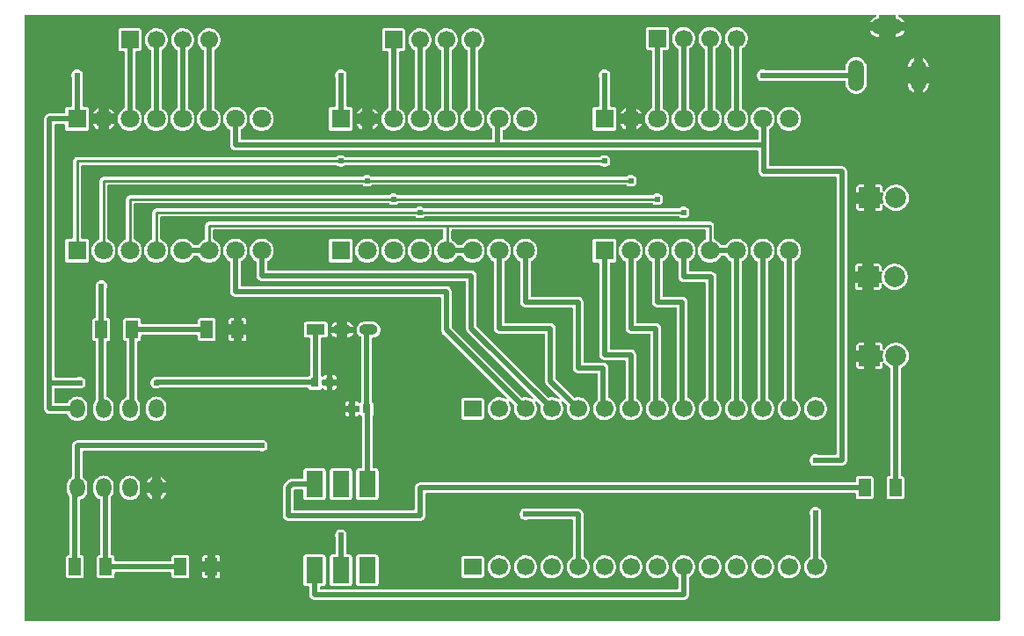
<source format=gtl>
G04 Layer: TopLayer*
G04 EasyEDA v6.5.23, 2023-05-22 12:01:23*
G04 2ef3873b6a8849e1a700537b5c5aa0b8,043974f40ccd47e6b80d377579d0ea0a,10*
G04 Gerber Generator version 0.2*
G04 Scale: 100 percent, Rotated: No, Reflected: No *
G04 Dimensions in millimeters *
G04 leading zeros omitted , absolute positions ,4 integer and 5 decimal *
%FSLAX45Y45*%
%MOMM*%

%AMMACRO1*21,1,$1,$2,0,0,$3*%
%ADD10C,0.5080*%
%ADD11C,0.2540*%
%ADD12MACRO1,1.701X1.2075X90.0000*%
%ADD13R,0.8000X0.9000*%
%ADD14R,1.6500X2.5400*%
%ADD15O,1.5079980000000002X3.0159960000000003*%
%ADD16O,3.0159960000000003X1.5079980000000002*%
%ADD17O,1.7999964X0.9999979999999999*%
%ADD18R,1.8000X1.0000*%
%ADD19O,1.4599920000000002X1.82499*%
%ADD20C,1.7000*%
%ADD21R,1.7000X1.5748*%
%ADD22R,1.8000X1.8000*%
%ADD23C,1.8000*%
%ADD24R,2.0000X2.0000*%
%ADD25C,2.0000*%
%ADD26R,1.7000X1.7000*%
%ADD27C,0.6096*%
%ADD28C,0.0122*%

%LPD*%
G36*
X1546860Y990600D02*
G01*
X1542948Y991362D01*
X1539697Y993597D01*
X1537462Y996848D01*
X1536700Y1000760D01*
X1536700Y6822440D01*
X1537462Y6826351D01*
X1539697Y6829602D01*
X1542948Y6831838D01*
X1546860Y6832600D01*
X9733178Y6832600D01*
X9737140Y6831787D01*
X9740493Y6829501D01*
X9742678Y6826046D01*
X9743338Y6822084D01*
X9742373Y6818122D01*
X9739934Y6814870D01*
X9736429Y6812838D01*
X9733940Y6811975D01*
X9722053Y6806133D01*
X9711029Y6798767D01*
X9701072Y6790029D01*
X9692335Y6780072D01*
X9685020Y6769049D01*
X9681768Y6762445D01*
X9766350Y6762445D01*
X9766350Y6822440D01*
X9767112Y6826351D01*
X9769348Y6829602D01*
X9772650Y6831838D01*
X9776510Y6832600D01*
X9919716Y6832600D01*
X9923576Y6831838D01*
X9926878Y6829602D01*
X9929114Y6826351D01*
X9929876Y6822440D01*
X9929876Y6762445D01*
X10014458Y6762445D01*
X10011206Y6769049D01*
X10003891Y6780072D01*
X9995154Y6790029D01*
X9985197Y6798767D01*
X9974173Y6806133D01*
X9962286Y6811975D01*
X9959797Y6812838D01*
X9956292Y6814870D01*
X9953853Y6818122D01*
X9952888Y6822084D01*
X9953548Y6826046D01*
X9955733Y6829501D01*
X9959086Y6831787D01*
X9963048Y6832600D01*
X10924540Y6832600D01*
X10928451Y6831838D01*
X10931702Y6829602D01*
X10933938Y6826351D01*
X10934700Y6822440D01*
X10934700Y1000760D01*
X10933938Y996848D01*
X10931702Y993597D01*
X10928451Y991362D01*
X10924540Y990600D01*
G37*

%LPC*%
G36*
X4331157Y1193292D02*
G01*
X7886242Y1193292D01*
X7895590Y1194104D01*
X7904225Y1196441D01*
X7912353Y1200200D01*
X7919669Y1205331D01*
X7925968Y1211630D01*
X7931099Y1218946D01*
X7934858Y1227074D01*
X7937195Y1235710D01*
X7938008Y1245057D01*
X7938008Y1407109D01*
X7938668Y1410716D01*
X7940598Y1413865D01*
X7955838Y1424584D01*
X7966354Y1434134D01*
X7975549Y1444955D01*
X7983321Y1456893D01*
X7989468Y1469694D01*
X7993938Y1483156D01*
X7996681Y1497126D01*
X7997596Y1511300D01*
X7996681Y1525473D01*
X7993938Y1539443D01*
X7989468Y1552905D01*
X7983321Y1565706D01*
X7975549Y1577644D01*
X7966354Y1588465D01*
X7955838Y1598015D01*
X7944205Y1606143D01*
X7931607Y1612696D01*
X7918246Y1617624D01*
X7904378Y1620774D01*
X7890256Y1622145D01*
X7876031Y1621688D01*
X7862011Y1619402D01*
X7848396Y1615338D01*
X7835392Y1609598D01*
X7823250Y1602232D01*
X7812125Y1593392D01*
X7802270Y1583182D01*
X7793786Y1571802D01*
X7786776Y1559407D01*
X7781442Y1546250D01*
X7777835Y1532483D01*
X7776057Y1518412D01*
X7776057Y1504188D01*
X7777835Y1490116D01*
X7781442Y1476349D01*
X7786776Y1463192D01*
X7793786Y1450797D01*
X7802270Y1439418D01*
X7812125Y1429207D01*
X7823250Y1420368D01*
X7830515Y1415948D01*
X7833106Y1413713D01*
X7834782Y1410665D01*
X7835392Y1407261D01*
X7835392Y1306068D01*
X7834630Y1302156D01*
X7832394Y1298905D01*
X7829143Y1296670D01*
X7825231Y1295908D01*
X4392168Y1295908D01*
X4388256Y1296670D01*
X4385005Y1298905D01*
X4382770Y1302156D01*
X4382008Y1306068D01*
X4382008Y1314246D01*
X4382770Y1318107D01*
X4385005Y1321409D01*
X4388256Y1323594D01*
X4392168Y1324406D01*
X4412640Y1324406D01*
X4418939Y1325118D01*
X4424426Y1326997D01*
X4429302Y1330096D01*
X4433417Y1334211D01*
X4436465Y1339088D01*
X4438396Y1344523D01*
X4439107Y1350873D01*
X4439107Y1603705D01*
X4438396Y1610055D01*
X4436465Y1615490D01*
X4433417Y1620418D01*
X4429302Y1624482D01*
X4424426Y1627581D01*
X4418939Y1629511D01*
X4412640Y1630222D01*
X4248759Y1630222D01*
X4242460Y1629511D01*
X4236974Y1627581D01*
X4232097Y1624482D01*
X4227982Y1620418D01*
X4224934Y1615490D01*
X4223004Y1610055D01*
X4222292Y1603705D01*
X4222292Y1350873D01*
X4223004Y1344523D01*
X4224934Y1339088D01*
X4227982Y1334211D01*
X4232097Y1330096D01*
X4236974Y1326997D01*
X4242460Y1325118D01*
X4248759Y1324406D01*
X4269232Y1324406D01*
X4273143Y1323594D01*
X4276394Y1321409D01*
X4278630Y1318107D01*
X4279392Y1314246D01*
X4279392Y1245057D01*
X4280204Y1235710D01*
X4282541Y1227074D01*
X4286300Y1218946D01*
X4291431Y1211630D01*
X4297730Y1205331D01*
X4305046Y1200200D01*
X4313174Y1196441D01*
X4321810Y1194104D01*
G37*
G36*
X4756759Y1324406D02*
G01*
X4920640Y1324406D01*
X4926939Y1325118D01*
X4932426Y1326997D01*
X4937302Y1330096D01*
X4941417Y1334211D01*
X4944465Y1339088D01*
X4946396Y1344523D01*
X4947107Y1350873D01*
X4947107Y1603705D01*
X4946396Y1610055D01*
X4944465Y1615490D01*
X4941417Y1620418D01*
X4937302Y1624482D01*
X4932426Y1627581D01*
X4926939Y1629511D01*
X4920640Y1630222D01*
X4756759Y1630222D01*
X4750460Y1629511D01*
X4744974Y1627581D01*
X4740097Y1624482D01*
X4735982Y1620418D01*
X4732934Y1615490D01*
X4731004Y1610055D01*
X4730292Y1603705D01*
X4730292Y1350873D01*
X4731004Y1344523D01*
X4732934Y1339088D01*
X4735982Y1334211D01*
X4740097Y1330096D01*
X4744974Y1326997D01*
X4750460Y1325118D01*
G37*
G36*
X4502759Y1324406D02*
G01*
X4666640Y1324406D01*
X4672939Y1325118D01*
X4678426Y1326997D01*
X4683302Y1330096D01*
X4687417Y1334211D01*
X4690465Y1339088D01*
X4692396Y1344523D01*
X4693107Y1350873D01*
X4693107Y1603705D01*
X4692396Y1610055D01*
X4690465Y1615490D01*
X4687417Y1620418D01*
X4683302Y1624482D01*
X4678426Y1627581D01*
X4672939Y1629511D01*
X4666640Y1630222D01*
X4646168Y1630222D01*
X4642256Y1630984D01*
X4639005Y1633169D01*
X4636770Y1636471D01*
X4636008Y1640382D01*
X4636008Y1791055D01*
X4636973Y1795322D01*
X4637633Y1796846D01*
X4640173Y1806295D01*
X4641037Y1816100D01*
X4640173Y1825904D01*
X4637633Y1835353D01*
X4633518Y1844293D01*
X4627880Y1852320D01*
X4620920Y1859280D01*
X4612894Y1864918D01*
X4603953Y1869033D01*
X4594504Y1871573D01*
X4584700Y1872437D01*
X4574895Y1871573D01*
X4565446Y1869033D01*
X4556506Y1864918D01*
X4548479Y1859280D01*
X4541520Y1852320D01*
X4535881Y1844293D01*
X4531766Y1835353D01*
X4529226Y1825904D01*
X4528362Y1816100D01*
X4529226Y1806295D01*
X4531766Y1796846D01*
X4532426Y1795322D01*
X4533392Y1791055D01*
X4533392Y1640382D01*
X4532630Y1636471D01*
X4530394Y1633169D01*
X4527143Y1630984D01*
X4523232Y1630222D01*
X4502759Y1630222D01*
X4496460Y1629511D01*
X4490974Y1627581D01*
X4486097Y1624482D01*
X4481982Y1620418D01*
X4478934Y1615490D01*
X4477004Y1610055D01*
X4476292Y1603705D01*
X4476292Y1350873D01*
X4477004Y1344523D01*
X4478934Y1339088D01*
X4481982Y1334211D01*
X4486097Y1330096D01*
X4490974Y1326997D01*
X4496460Y1325118D01*
G37*
G36*
X3372104Y1400352D02*
G01*
X3395370Y1400352D01*
X3401720Y1401064D01*
X3407156Y1402943D01*
X3412083Y1406042D01*
X3416147Y1410157D01*
X3419246Y1415034D01*
X3421126Y1420520D01*
X3421837Y1426819D01*
X3421837Y1462430D01*
X3372104Y1462430D01*
G37*
G36*
X3275787Y1400352D02*
G01*
X3299053Y1400352D01*
X3299053Y1462430D01*
X3249269Y1462430D01*
X3249269Y1426819D01*
X3249980Y1420520D01*
X3251911Y1415034D01*
X3255010Y1410157D01*
X3259074Y1406042D01*
X3264001Y1402943D01*
X3269437Y1401064D01*
G37*
G36*
X2259787Y1400352D02*
G01*
X2379370Y1400352D01*
X2385720Y1401064D01*
X2391156Y1402943D01*
X2396083Y1406042D01*
X2400147Y1410157D01*
X2403246Y1415034D01*
X2405126Y1420520D01*
X2405837Y1426819D01*
X2405837Y1449832D01*
X2406650Y1453743D01*
X2408834Y1456994D01*
X2412136Y1459230D01*
X2415997Y1459992D01*
X2943402Y1459992D01*
X2947263Y1459230D01*
X2950565Y1456994D01*
X2952750Y1453743D01*
X2953562Y1449832D01*
X2953562Y1426819D01*
X2954274Y1420520D01*
X2956153Y1415034D01*
X2959252Y1410157D01*
X2963316Y1406042D01*
X2968244Y1402943D01*
X2973679Y1401064D01*
X2980029Y1400352D01*
X3099612Y1400352D01*
X3105962Y1401064D01*
X3111398Y1402943D01*
X3116326Y1406042D01*
X3120390Y1410157D01*
X3123488Y1415034D01*
X3125419Y1420520D01*
X3126130Y1426819D01*
X3126130Y1595780D01*
X3125419Y1602079D01*
X3123488Y1607566D01*
X3120390Y1612442D01*
X3116326Y1616557D01*
X3111398Y1619656D01*
X3105962Y1621536D01*
X3099612Y1622247D01*
X2980029Y1622247D01*
X2973679Y1621536D01*
X2968244Y1619656D01*
X2963316Y1616557D01*
X2959252Y1612442D01*
X2956153Y1607566D01*
X2954274Y1602079D01*
X2953562Y1595780D01*
X2953562Y1572768D01*
X2952750Y1568856D01*
X2950565Y1565605D01*
X2947263Y1563370D01*
X2943402Y1562608D01*
X2415997Y1562608D01*
X2412136Y1563370D01*
X2408834Y1565605D01*
X2406650Y1568856D01*
X2405837Y1572768D01*
X2405837Y1595780D01*
X2405126Y1602079D01*
X2403246Y1607566D01*
X2400147Y1612442D01*
X2396083Y1616557D01*
X2391156Y1619656D01*
X2385720Y1621536D01*
X2379929Y1622196D01*
X2376373Y1623263D01*
X2373477Y1625549D01*
X2371547Y1628648D01*
X2370886Y1632305D01*
X2370886Y2183892D01*
X2371547Y2187448D01*
X2373426Y2190597D01*
X2377135Y2194864D01*
X2384348Y2205583D01*
X2390038Y2217216D01*
X2394204Y2229459D01*
X2396744Y2242159D01*
X2397607Y2255367D01*
X2397607Y2291232D01*
X2396744Y2304440D01*
X2394204Y2317140D01*
X2390038Y2329383D01*
X2384348Y2341016D01*
X2377135Y2351735D01*
X2368600Y2361488D01*
X2358898Y2370023D01*
X2348128Y2377186D01*
X2336546Y2382926D01*
X2324303Y2387041D01*
X2311603Y2389581D01*
X2298700Y2390444D01*
X2285796Y2389581D01*
X2273096Y2387041D01*
X2260854Y2382926D01*
X2249271Y2377186D01*
X2238502Y2370023D01*
X2228799Y2361488D01*
X2220264Y2351735D01*
X2213051Y2341016D01*
X2207361Y2329383D01*
X2203196Y2317140D01*
X2200656Y2304440D01*
X2199792Y2291232D01*
X2199792Y2255367D01*
X2200656Y2242159D01*
X2203196Y2229459D01*
X2207361Y2217216D01*
X2213051Y2205583D01*
X2220264Y2194864D01*
X2228799Y2185111D01*
X2238502Y2176576D01*
X2249271Y2169414D01*
X2261362Y2163521D01*
X2264968Y2161387D01*
X2267407Y2157984D01*
X2268270Y2153869D01*
X2268270Y1632305D01*
X2267610Y1628648D01*
X2265680Y1625549D01*
X2262784Y1623263D01*
X2259228Y1622196D01*
X2253437Y1621536D01*
X2248001Y1619656D01*
X2243074Y1616557D01*
X2239010Y1612442D01*
X2235911Y1607566D01*
X2233980Y1602079D01*
X2233269Y1595780D01*
X2233269Y1426819D01*
X2233980Y1420520D01*
X2235911Y1415034D01*
X2239010Y1410157D01*
X2243074Y1406042D01*
X2248001Y1402943D01*
X2253437Y1401064D01*
G37*
G36*
X1964029Y1400352D02*
G01*
X2083612Y1400352D01*
X2089962Y1401064D01*
X2095398Y1402943D01*
X2100326Y1406042D01*
X2104390Y1410157D01*
X2107488Y1415034D01*
X2109419Y1420520D01*
X2110130Y1426819D01*
X2110130Y1595780D01*
X2109419Y1602079D01*
X2107488Y1607566D01*
X2104390Y1612442D01*
X2100326Y1616557D01*
X2095398Y1619656D01*
X2089962Y1621536D01*
X2084171Y1622196D01*
X2080615Y1623263D01*
X2077720Y1625549D01*
X2075789Y1628648D01*
X2075129Y1632305D01*
X2075129Y2153869D01*
X2075992Y2157984D01*
X2078431Y2161387D01*
X2082546Y2163673D01*
X2094128Y2169414D01*
X2104898Y2176576D01*
X2114600Y2185111D01*
X2123135Y2194864D01*
X2130348Y2205583D01*
X2136038Y2217216D01*
X2140204Y2229459D01*
X2142744Y2242159D01*
X2143607Y2255367D01*
X2143607Y2291232D01*
X2142744Y2304440D01*
X2140204Y2317140D01*
X2136038Y2329383D01*
X2130348Y2341016D01*
X2123135Y2351735D01*
X2114600Y2361488D01*
X2104898Y2370023D01*
X2100529Y2372918D01*
X2098090Y2375204D01*
X2096566Y2378100D01*
X2096007Y2381351D01*
X2096007Y2618232D01*
X2096770Y2622143D01*
X2099005Y2625394D01*
X2102256Y2627630D01*
X2106168Y2628392D01*
X3797655Y2628392D01*
X3801922Y2627426D01*
X3803446Y2626766D01*
X3812895Y2624226D01*
X3822700Y2623362D01*
X3832504Y2624226D01*
X3841953Y2626766D01*
X3850894Y2630881D01*
X3858920Y2636520D01*
X3865879Y2643479D01*
X3871518Y2651506D01*
X3875633Y2660446D01*
X3878173Y2669895D01*
X3879037Y2679700D01*
X3878173Y2689504D01*
X3875633Y2698953D01*
X3871518Y2707894D01*
X3865879Y2715920D01*
X3858920Y2722880D01*
X3850894Y2728518D01*
X3841953Y2732633D01*
X3832504Y2735173D01*
X3822700Y2736037D01*
X3812895Y2735173D01*
X3803446Y2732633D01*
X3801922Y2731973D01*
X3797655Y2731008D01*
X2045157Y2731008D01*
X2035810Y2730195D01*
X2027174Y2727858D01*
X2019046Y2724099D01*
X2011730Y2718968D01*
X2005431Y2712669D01*
X2000300Y2705354D01*
X1996541Y2697226D01*
X1994204Y2688590D01*
X1993392Y2679242D01*
X1993392Y2381351D01*
X1992833Y2378100D01*
X1991309Y2375204D01*
X1988870Y2372918D01*
X1984502Y2370023D01*
X1974799Y2361488D01*
X1966264Y2351735D01*
X1959051Y2341016D01*
X1953361Y2329383D01*
X1949196Y2317140D01*
X1946656Y2304440D01*
X1945792Y2291232D01*
X1945792Y2255367D01*
X1946656Y2242159D01*
X1949196Y2229459D01*
X1953361Y2217216D01*
X1959051Y2205583D01*
X1966264Y2194864D01*
X1969973Y2190597D01*
X1971852Y2187448D01*
X1972513Y2183892D01*
X1972513Y1632305D01*
X1971852Y1628648D01*
X1969922Y1625549D01*
X1967026Y1623263D01*
X1963470Y1622196D01*
X1957679Y1621536D01*
X1952243Y1619656D01*
X1947316Y1616557D01*
X1943252Y1612442D01*
X1940153Y1607566D01*
X1938274Y1602079D01*
X1937562Y1595780D01*
X1937562Y1426819D01*
X1938274Y1420520D01*
X1940153Y1415034D01*
X1943252Y1410157D01*
X1947316Y1406042D01*
X1952243Y1402943D01*
X1957679Y1401064D01*
G37*
G36*
X6112256Y1400454D02*
G01*
X6126378Y1401826D01*
X6140246Y1404975D01*
X6153607Y1409903D01*
X6166205Y1416456D01*
X6177838Y1424584D01*
X6188354Y1434134D01*
X6197549Y1444955D01*
X6205321Y1456893D01*
X6211468Y1469694D01*
X6215938Y1483156D01*
X6218682Y1497126D01*
X6219596Y1511300D01*
X6218682Y1525473D01*
X6215938Y1539443D01*
X6211468Y1552905D01*
X6205321Y1565706D01*
X6197549Y1577644D01*
X6188354Y1588465D01*
X6177838Y1598015D01*
X6166205Y1606143D01*
X6153607Y1612696D01*
X6140246Y1617624D01*
X6126378Y1620774D01*
X6112256Y1622145D01*
X6098032Y1621688D01*
X6084011Y1619402D01*
X6070396Y1615338D01*
X6057392Y1609598D01*
X6045250Y1602232D01*
X6034125Y1593392D01*
X6024270Y1583182D01*
X6015786Y1571802D01*
X6008776Y1559407D01*
X6003442Y1546250D01*
X5999835Y1532483D01*
X5998057Y1518412D01*
X5998057Y1504188D01*
X5999835Y1490116D01*
X6003442Y1476349D01*
X6008776Y1463192D01*
X6015786Y1450797D01*
X6024270Y1439418D01*
X6034125Y1429207D01*
X6045250Y1420368D01*
X6057392Y1413002D01*
X6070396Y1407210D01*
X6084011Y1403197D01*
X6098032Y1400911D01*
G37*
G36*
X7382256Y1400454D02*
G01*
X7396378Y1401826D01*
X7410246Y1404975D01*
X7423607Y1409903D01*
X7436205Y1416456D01*
X7447838Y1424584D01*
X7458354Y1434134D01*
X7467549Y1444955D01*
X7475321Y1456893D01*
X7481468Y1469694D01*
X7485938Y1483156D01*
X7488681Y1497126D01*
X7489596Y1511300D01*
X7488681Y1525473D01*
X7485938Y1539443D01*
X7481468Y1552905D01*
X7475321Y1565706D01*
X7467549Y1577644D01*
X7458354Y1588465D01*
X7447838Y1598015D01*
X7436205Y1606143D01*
X7423607Y1612696D01*
X7410246Y1617624D01*
X7396378Y1620774D01*
X7382256Y1622145D01*
X7368031Y1621688D01*
X7354011Y1619402D01*
X7340396Y1615338D01*
X7327392Y1609598D01*
X7315250Y1602232D01*
X7304125Y1593392D01*
X7294270Y1583182D01*
X7285786Y1571802D01*
X7278776Y1559407D01*
X7273442Y1546250D01*
X7269835Y1532483D01*
X7268057Y1518412D01*
X7268057Y1504188D01*
X7269835Y1490116D01*
X7273442Y1476349D01*
X7278776Y1463192D01*
X7285786Y1450797D01*
X7294270Y1439418D01*
X7304125Y1429207D01*
X7315250Y1420368D01*
X7327392Y1413002D01*
X7340396Y1407210D01*
X7354011Y1403197D01*
X7368031Y1400911D01*
G37*
G36*
X8398256Y1400454D02*
G01*
X8412378Y1401826D01*
X8426246Y1404975D01*
X8439607Y1409903D01*
X8452205Y1416456D01*
X8463838Y1424584D01*
X8474354Y1434134D01*
X8483549Y1444955D01*
X8491321Y1456893D01*
X8497468Y1469694D01*
X8501938Y1483156D01*
X8504682Y1497126D01*
X8505596Y1511300D01*
X8504682Y1525473D01*
X8501938Y1539443D01*
X8497468Y1552905D01*
X8491321Y1565706D01*
X8483549Y1577644D01*
X8474354Y1588465D01*
X8463838Y1598015D01*
X8452205Y1606143D01*
X8439607Y1612696D01*
X8426246Y1617624D01*
X8412378Y1620774D01*
X8398256Y1622145D01*
X8384031Y1621688D01*
X8370011Y1619402D01*
X8356396Y1615338D01*
X8343392Y1609598D01*
X8331250Y1602232D01*
X8320125Y1593392D01*
X8310270Y1583182D01*
X8301786Y1571802D01*
X8294776Y1559407D01*
X8289442Y1546250D01*
X8285835Y1532483D01*
X8284057Y1518412D01*
X8284057Y1504188D01*
X8285835Y1490116D01*
X8289442Y1476349D01*
X8294776Y1463192D01*
X8301786Y1450797D01*
X8310270Y1439418D01*
X8320125Y1429207D01*
X8331250Y1420368D01*
X8343392Y1413002D01*
X8356396Y1407210D01*
X8370011Y1403197D01*
X8384031Y1400911D01*
G37*
G36*
X6620256Y1400454D02*
G01*
X6634378Y1401826D01*
X6648246Y1404975D01*
X6661607Y1409903D01*
X6674205Y1416456D01*
X6685838Y1424584D01*
X6696354Y1434134D01*
X6705549Y1444955D01*
X6713321Y1456893D01*
X6719468Y1469694D01*
X6723938Y1483156D01*
X6726681Y1497126D01*
X6727596Y1511300D01*
X6726681Y1525473D01*
X6723938Y1539443D01*
X6719468Y1552905D01*
X6713321Y1565706D01*
X6705549Y1577644D01*
X6696354Y1588465D01*
X6685838Y1598015D01*
X6674205Y1606143D01*
X6661607Y1612696D01*
X6648246Y1617624D01*
X6634378Y1620774D01*
X6620256Y1622145D01*
X6606031Y1621688D01*
X6592011Y1619402D01*
X6578396Y1615338D01*
X6565392Y1609598D01*
X6553250Y1602232D01*
X6542125Y1593392D01*
X6532270Y1583182D01*
X6523786Y1571802D01*
X6516776Y1559407D01*
X6511442Y1546250D01*
X6507835Y1532483D01*
X6506057Y1518412D01*
X6506057Y1504188D01*
X6507835Y1490116D01*
X6511442Y1476349D01*
X6516776Y1463192D01*
X6523786Y1450797D01*
X6532270Y1439418D01*
X6542125Y1429207D01*
X6553250Y1420368D01*
X6565392Y1413002D01*
X6578396Y1407210D01*
X6592011Y1403197D01*
X6606031Y1400911D01*
G37*
G36*
X7636256Y1400454D02*
G01*
X7650378Y1401826D01*
X7664246Y1404975D01*
X7677607Y1409903D01*
X7690205Y1416456D01*
X7701838Y1424584D01*
X7712354Y1434134D01*
X7721549Y1444955D01*
X7729321Y1456893D01*
X7735468Y1469694D01*
X7739938Y1483156D01*
X7742681Y1497126D01*
X7743596Y1511300D01*
X7742681Y1525473D01*
X7739938Y1539443D01*
X7735468Y1552905D01*
X7729321Y1565706D01*
X7721549Y1577644D01*
X7712354Y1588465D01*
X7701838Y1598015D01*
X7690205Y1606143D01*
X7677607Y1612696D01*
X7664246Y1617624D01*
X7650378Y1620774D01*
X7636256Y1622145D01*
X7622031Y1621688D01*
X7608011Y1619402D01*
X7594396Y1615338D01*
X7581392Y1609598D01*
X7569250Y1602232D01*
X7558125Y1593392D01*
X7548270Y1583182D01*
X7539786Y1571802D01*
X7532776Y1559407D01*
X7527442Y1546250D01*
X7523835Y1532483D01*
X7522057Y1518412D01*
X7522057Y1504188D01*
X7523835Y1490116D01*
X7527442Y1476349D01*
X7532776Y1463192D01*
X7539786Y1450797D01*
X7548270Y1439418D01*
X7558125Y1429207D01*
X7569250Y1420368D01*
X7581392Y1413002D01*
X7594396Y1407210D01*
X7608011Y1403197D01*
X7622031Y1400911D01*
G37*
G36*
X7128256Y1400454D02*
G01*
X7142378Y1401826D01*
X7156246Y1404975D01*
X7169607Y1409903D01*
X7182205Y1416456D01*
X7193838Y1424584D01*
X7204354Y1434134D01*
X7213549Y1444955D01*
X7221321Y1456893D01*
X7227468Y1469694D01*
X7231938Y1483156D01*
X7234681Y1497126D01*
X7235596Y1511300D01*
X7234681Y1525473D01*
X7231938Y1539443D01*
X7227468Y1552905D01*
X7221321Y1565706D01*
X7213549Y1577644D01*
X7204354Y1588465D01*
X7193838Y1598015D01*
X7182205Y1606143D01*
X7169607Y1612696D01*
X7156246Y1617624D01*
X7142378Y1620774D01*
X7128256Y1622145D01*
X7114031Y1621688D01*
X7100011Y1619402D01*
X7086396Y1615338D01*
X7073392Y1609598D01*
X7061250Y1602232D01*
X7050125Y1593392D01*
X7040270Y1583182D01*
X7031786Y1571802D01*
X7024776Y1559407D01*
X7019442Y1546250D01*
X7015835Y1532483D01*
X7014057Y1518412D01*
X7014057Y1504188D01*
X7015835Y1490116D01*
X7019442Y1476349D01*
X7024776Y1463192D01*
X7031786Y1450797D01*
X7040270Y1439418D01*
X7050125Y1429207D01*
X7061250Y1420368D01*
X7073392Y1413002D01*
X7086396Y1407210D01*
X7100011Y1403197D01*
X7114031Y1400911D01*
G37*
G36*
X8144256Y1400454D02*
G01*
X8158378Y1401826D01*
X8172246Y1404975D01*
X8185607Y1409903D01*
X8198205Y1416456D01*
X8209838Y1424584D01*
X8220354Y1434134D01*
X8229549Y1444955D01*
X8237321Y1456893D01*
X8243468Y1469694D01*
X8247938Y1483156D01*
X8250681Y1497126D01*
X8251596Y1511300D01*
X8250681Y1525473D01*
X8247938Y1539443D01*
X8243468Y1552905D01*
X8237321Y1565706D01*
X8229549Y1577644D01*
X8220354Y1588465D01*
X8209838Y1598015D01*
X8198205Y1606143D01*
X8185607Y1612696D01*
X8172246Y1617624D01*
X8158378Y1620774D01*
X8144256Y1622145D01*
X8130031Y1621688D01*
X8116011Y1619402D01*
X8102396Y1615338D01*
X8089392Y1609598D01*
X8077250Y1602232D01*
X8066125Y1593392D01*
X8056270Y1583182D01*
X8047786Y1571802D01*
X8040776Y1559407D01*
X8035442Y1546250D01*
X8031835Y1532483D01*
X8030057Y1518412D01*
X8030057Y1504188D01*
X8031835Y1490116D01*
X8035442Y1476349D01*
X8040776Y1463192D01*
X8047786Y1450797D01*
X8056270Y1439418D01*
X8066125Y1429207D01*
X8077250Y1420368D01*
X8089392Y1413002D01*
X8102396Y1407210D01*
X8116011Y1403197D01*
X8130031Y1400911D01*
G37*
G36*
X6366256Y1400454D02*
G01*
X6380378Y1401826D01*
X6394246Y1404975D01*
X6407607Y1409903D01*
X6420205Y1416456D01*
X6431838Y1424584D01*
X6442354Y1434134D01*
X6451549Y1444955D01*
X6459321Y1456893D01*
X6465468Y1469694D01*
X6469938Y1483156D01*
X6472682Y1497126D01*
X6473596Y1511300D01*
X6472682Y1525473D01*
X6469938Y1539443D01*
X6465468Y1552905D01*
X6459321Y1565706D01*
X6451549Y1577644D01*
X6442354Y1588465D01*
X6431838Y1598015D01*
X6420205Y1606143D01*
X6407607Y1612696D01*
X6394246Y1617624D01*
X6380378Y1620774D01*
X6366256Y1622145D01*
X6352032Y1621688D01*
X6338011Y1619402D01*
X6324396Y1615338D01*
X6311392Y1609598D01*
X6299250Y1602232D01*
X6288125Y1593392D01*
X6278270Y1583182D01*
X6269786Y1571802D01*
X6262776Y1559407D01*
X6257442Y1546250D01*
X6253835Y1532483D01*
X6252057Y1518412D01*
X6252057Y1504188D01*
X6253835Y1490116D01*
X6257442Y1476349D01*
X6262776Y1463192D01*
X6269786Y1450797D01*
X6278270Y1439418D01*
X6288125Y1429207D01*
X6299250Y1420368D01*
X6311392Y1413002D01*
X6324396Y1407210D01*
X6338011Y1403197D01*
X6352032Y1400911D01*
G37*
G36*
X8652256Y1400454D02*
G01*
X8666378Y1401826D01*
X8680246Y1404975D01*
X8693607Y1409903D01*
X8706205Y1416456D01*
X8717838Y1424584D01*
X8728354Y1434134D01*
X8737549Y1444955D01*
X8745321Y1456893D01*
X8751468Y1469694D01*
X8755938Y1483156D01*
X8758682Y1497126D01*
X8759596Y1511300D01*
X8758682Y1525473D01*
X8755938Y1539443D01*
X8751468Y1552905D01*
X8745321Y1565706D01*
X8737549Y1577644D01*
X8728354Y1588465D01*
X8717838Y1598015D01*
X8706205Y1606143D01*
X8693607Y1612696D01*
X8680246Y1617624D01*
X8666378Y1620774D01*
X8652256Y1622145D01*
X8638032Y1621688D01*
X8624011Y1619402D01*
X8610396Y1615338D01*
X8597392Y1609598D01*
X8585250Y1602232D01*
X8574125Y1593392D01*
X8564270Y1583182D01*
X8555786Y1571802D01*
X8548776Y1559407D01*
X8543442Y1546250D01*
X8539835Y1532483D01*
X8538057Y1518412D01*
X8538057Y1504188D01*
X8539835Y1490116D01*
X8543442Y1476349D01*
X8548776Y1463192D01*
X8555786Y1450797D01*
X8564270Y1439418D01*
X8574125Y1429207D01*
X8585250Y1420368D01*
X8597392Y1413002D01*
X8610396Y1407210D01*
X8624011Y1403197D01*
X8638032Y1400911D01*
G37*
G36*
X8906256Y1400454D02*
G01*
X8920378Y1401826D01*
X8934246Y1404975D01*
X8947607Y1409903D01*
X8960205Y1416456D01*
X8971838Y1424584D01*
X8982354Y1434134D01*
X8991549Y1444955D01*
X8999321Y1456893D01*
X9005468Y1469694D01*
X9009938Y1483156D01*
X9012682Y1497126D01*
X9013596Y1511300D01*
X9012682Y1525473D01*
X9009938Y1539443D01*
X9005468Y1552905D01*
X8999321Y1565706D01*
X8991549Y1577644D01*
X8982354Y1588465D01*
X8971838Y1598015D01*
X8960205Y1606143D01*
X8947607Y1612696D01*
X8934246Y1617624D01*
X8920378Y1620774D01*
X8906256Y1622145D01*
X8892032Y1621688D01*
X8878011Y1619402D01*
X8864396Y1615338D01*
X8851392Y1609598D01*
X8839250Y1602232D01*
X8828125Y1593392D01*
X8818270Y1583182D01*
X8809786Y1571802D01*
X8802776Y1559407D01*
X8797442Y1546250D01*
X8793835Y1532483D01*
X8792057Y1518412D01*
X8792057Y1504188D01*
X8793835Y1490116D01*
X8797442Y1476349D01*
X8802776Y1463192D01*
X8809786Y1450797D01*
X8818270Y1439418D01*
X8828125Y1429207D01*
X8839250Y1420368D01*
X8851392Y1413002D01*
X8864396Y1407210D01*
X8878011Y1403197D01*
X8892032Y1400911D01*
G37*
G36*
X9160256Y1400454D02*
G01*
X9174378Y1401826D01*
X9188246Y1404975D01*
X9201607Y1409903D01*
X9214205Y1416456D01*
X9225838Y1424584D01*
X9236354Y1434134D01*
X9245549Y1444955D01*
X9253321Y1456893D01*
X9259468Y1469694D01*
X9263938Y1483156D01*
X9266682Y1497126D01*
X9267596Y1511300D01*
X9266682Y1525473D01*
X9263938Y1539443D01*
X9259468Y1552905D01*
X9253321Y1565706D01*
X9245549Y1577644D01*
X9236354Y1588465D01*
X9225838Y1598015D01*
X9210598Y1608734D01*
X9208668Y1611884D01*
X9208008Y1615490D01*
X9208008Y2006955D01*
X9208973Y2011222D01*
X9209633Y2012746D01*
X9212173Y2022195D01*
X9213037Y2032000D01*
X9212173Y2041804D01*
X9209633Y2051253D01*
X9205518Y2060193D01*
X9199880Y2068220D01*
X9192920Y2075180D01*
X9184894Y2080818D01*
X9175953Y2084933D01*
X9166504Y2087473D01*
X9156700Y2088337D01*
X9146895Y2087473D01*
X9137446Y2084933D01*
X9128506Y2080818D01*
X9120479Y2075180D01*
X9113520Y2068220D01*
X9107881Y2060193D01*
X9103766Y2051253D01*
X9101226Y2041804D01*
X9100362Y2032000D01*
X9101226Y2022195D01*
X9103766Y2012746D01*
X9104426Y2011222D01*
X9105392Y2006955D01*
X9105392Y1615338D01*
X9104782Y1611934D01*
X9103106Y1608886D01*
X9100515Y1606651D01*
X9093250Y1602232D01*
X9082125Y1593392D01*
X9072270Y1583182D01*
X9063786Y1571802D01*
X9056776Y1559407D01*
X9051442Y1546250D01*
X9047835Y1532483D01*
X9046057Y1518412D01*
X9046057Y1504188D01*
X9047835Y1490116D01*
X9051442Y1476349D01*
X9056776Y1463192D01*
X9063786Y1450797D01*
X9072270Y1439418D01*
X9082125Y1429207D01*
X9093250Y1420368D01*
X9105392Y1413002D01*
X9118396Y1407210D01*
X9132011Y1403197D01*
X9146032Y1400911D01*
G37*
G36*
X6874256Y1400454D02*
G01*
X6888378Y1401826D01*
X6902246Y1404975D01*
X6915607Y1409903D01*
X6928205Y1416456D01*
X6939838Y1424584D01*
X6950354Y1434134D01*
X6959549Y1444955D01*
X6967321Y1456893D01*
X6973468Y1469694D01*
X6977938Y1483156D01*
X6980681Y1497126D01*
X6981596Y1511300D01*
X6980681Y1525473D01*
X6977938Y1539443D01*
X6973468Y1552905D01*
X6967321Y1565706D01*
X6959549Y1577644D01*
X6950354Y1588465D01*
X6939838Y1598015D01*
X6924598Y1608734D01*
X6922668Y1611884D01*
X6922008Y1615490D01*
X6922008Y2018842D01*
X6921195Y2028189D01*
X6918858Y2036825D01*
X6915099Y2044954D01*
X6909968Y2052269D01*
X6903669Y2058568D01*
X6896353Y2063699D01*
X6888225Y2067458D01*
X6879590Y2069795D01*
X6870242Y2070607D01*
X6387744Y2070607D01*
X6383477Y2071573D01*
X6381953Y2072233D01*
X6372504Y2074773D01*
X6362700Y2075637D01*
X6352895Y2074773D01*
X6343446Y2072233D01*
X6334506Y2068118D01*
X6326479Y2062480D01*
X6319520Y2055520D01*
X6313881Y2047493D01*
X6309766Y2038553D01*
X6307226Y2029104D01*
X6306362Y2019300D01*
X6307226Y2009495D01*
X6309766Y2000046D01*
X6313881Y1991106D01*
X6319520Y1983079D01*
X6326479Y1976120D01*
X6334506Y1970481D01*
X6343446Y1966366D01*
X6352895Y1963826D01*
X6362700Y1962962D01*
X6372504Y1963826D01*
X6381953Y1966366D01*
X6383477Y1967026D01*
X6387744Y1967992D01*
X6809231Y1967992D01*
X6813143Y1967230D01*
X6816394Y1964994D01*
X6818630Y1961743D01*
X6819392Y1957832D01*
X6819392Y1615338D01*
X6818782Y1611934D01*
X6817106Y1608886D01*
X6814515Y1606651D01*
X6807250Y1602232D01*
X6796125Y1593392D01*
X6786270Y1583182D01*
X6777786Y1571802D01*
X6770776Y1559407D01*
X6765442Y1546250D01*
X6761835Y1532483D01*
X6760057Y1518412D01*
X6760057Y1504188D01*
X6761835Y1490116D01*
X6765442Y1476349D01*
X6770776Y1463192D01*
X6777786Y1450797D01*
X6786270Y1439418D01*
X6796125Y1429207D01*
X6807250Y1420368D01*
X6819392Y1413002D01*
X6832396Y1407210D01*
X6846011Y1403197D01*
X6860031Y1400911D01*
G37*
G36*
X5770270Y1406652D02*
G01*
X5939129Y1406652D01*
X5945428Y1407363D01*
X5950915Y1409293D01*
X5955792Y1412341D01*
X5959906Y1416456D01*
X5963005Y1421333D01*
X5964885Y1426819D01*
X5965596Y1433118D01*
X5965596Y1589481D01*
X5964885Y1595780D01*
X5963005Y1601266D01*
X5959906Y1606143D01*
X5955792Y1610258D01*
X5950915Y1613306D01*
X5945428Y1615236D01*
X5939129Y1615948D01*
X5770270Y1615948D01*
X5763971Y1615236D01*
X5758484Y1613306D01*
X5753608Y1610258D01*
X5749493Y1606143D01*
X5746394Y1601266D01*
X5744514Y1595780D01*
X5743803Y1589481D01*
X5743803Y1433118D01*
X5744514Y1426819D01*
X5746394Y1421333D01*
X5749493Y1416456D01*
X5753608Y1412341D01*
X5758484Y1409293D01*
X5763971Y1407363D01*
G37*
G36*
X3249269Y1560169D02*
G01*
X3299053Y1560169D01*
X3299053Y1622247D01*
X3275787Y1622247D01*
X3269437Y1621536D01*
X3264001Y1619656D01*
X3259074Y1616557D01*
X3255010Y1612442D01*
X3251911Y1607566D01*
X3249980Y1602079D01*
X3249269Y1595780D01*
G37*
G36*
X3372104Y1560169D02*
G01*
X3421837Y1560169D01*
X3421837Y1595780D01*
X3421126Y1602079D01*
X3419246Y1607566D01*
X3416147Y1612442D01*
X3412083Y1616557D01*
X3407156Y1619656D01*
X3401720Y1621536D01*
X3395370Y1622247D01*
X3372104Y1622247D01*
G37*
G36*
X4077157Y1955292D02*
G01*
X5346242Y1955292D01*
X5355590Y1956104D01*
X5364226Y1958441D01*
X5372354Y1962200D01*
X5379669Y1967331D01*
X5385968Y1973630D01*
X5391099Y1980946D01*
X5394858Y1989074D01*
X5397195Y1997710D01*
X5398008Y2007057D01*
X5398008Y2211832D01*
X5398770Y2215743D01*
X5401005Y2218994D01*
X5404256Y2221230D01*
X5408168Y2221992D01*
X9534702Y2221992D01*
X9538563Y2221230D01*
X9541865Y2218994D01*
X9544050Y2215743D01*
X9544862Y2211832D01*
X9544862Y2188819D01*
X9545574Y2182520D01*
X9547453Y2177034D01*
X9550552Y2172157D01*
X9554616Y2168042D01*
X9559544Y2164943D01*
X9564979Y2163064D01*
X9571329Y2162352D01*
X9690912Y2162352D01*
X9697262Y2163064D01*
X9702698Y2164943D01*
X9707626Y2168042D01*
X9711690Y2172157D01*
X9714788Y2177034D01*
X9716719Y2182520D01*
X9717430Y2188819D01*
X9717430Y2357780D01*
X9716719Y2364079D01*
X9714788Y2369566D01*
X9711690Y2374442D01*
X9707626Y2378557D01*
X9702698Y2381656D01*
X9697262Y2383536D01*
X9690912Y2384247D01*
X9571329Y2384247D01*
X9564979Y2383536D01*
X9559544Y2381656D01*
X9554616Y2378557D01*
X9550552Y2374442D01*
X9547453Y2369566D01*
X9545574Y2364079D01*
X9544862Y2357780D01*
X9544862Y2334768D01*
X9544050Y2330856D01*
X9541865Y2327605D01*
X9538563Y2325370D01*
X9534702Y2324608D01*
X5347157Y2324608D01*
X5337810Y2323795D01*
X5329174Y2321458D01*
X5321046Y2317699D01*
X5313730Y2312568D01*
X5307431Y2306269D01*
X5302300Y2298954D01*
X5298541Y2290826D01*
X5296204Y2282190D01*
X5295392Y2272842D01*
X5295392Y2068068D01*
X5294630Y2064156D01*
X5292394Y2060905D01*
X5289143Y2058670D01*
X5285232Y2057907D01*
X4138168Y2057907D01*
X4134256Y2058670D01*
X4131005Y2060905D01*
X4128770Y2064156D01*
X4128008Y2068068D01*
X4128008Y2245817D01*
X4128770Y2249728D01*
X4131005Y2252980D01*
X4134256Y2255215D01*
X4138168Y2255977D01*
X4212132Y2255977D01*
X4216044Y2255215D01*
X4219295Y2252980D01*
X4221530Y2249728D01*
X4222292Y2245817D01*
X4222292Y2180894D01*
X4223004Y2174544D01*
X4224934Y2169109D01*
X4227982Y2164181D01*
X4232097Y2160117D01*
X4236974Y2157018D01*
X4242460Y2155088D01*
X4248759Y2154377D01*
X4412640Y2154377D01*
X4418939Y2155088D01*
X4424426Y2157018D01*
X4429302Y2160117D01*
X4433417Y2164181D01*
X4436465Y2169109D01*
X4438396Y2174544D01*
X4439107Y2180894D01*
X4439107Y2433726D01*
X4438396Y2440076D01*
X4436465Y2445512D01*
X4433417Y2450388D01*
X4429302Y2454503D01*
X4424426Y2457602D01*
X4418939Y2459482D01*
X4412640Y2460193D01*
X4248759Y2460193D01*
X4242460Y2459482D01*
X4236974Y2457602D01*
X4232097Y2454503D01*
X4227982Y2450388D01*
X4224934Y2445512D01*
X4223004Y2440076D01*
X4222292Y2433726D01*
X4222292Y2368753D01*
X4221530Y2364841D01*
X4219295Y2361590D01*
X4216044Y2359355D01*
X4212132Y2358593D01*
X4110888Y2358593D01*
X4106214Y2358390D01*
X4101795Y2357780D01*
X4097426Y2356815D01*
X4093159Y2355494D01*
X4088993Y2353767D01*
X4085031Y2351735D01*
X4081272Y2349296D01*
X4077715Y2346604D01*
X4074261Y2343404D01*
X4040581Y2309723D01*
X4037380Y2306269D01*
X4034688Y2302713D01*
X4032250Y2298954D01*
X4030218Y2294991D01*
X4028490Y2290826D01*
X4027170Y2286558D01*
X4026204Y2282190D01*
X4025595Y2277770D01*
X4025392Y2273096D01*
X4025392Y2007057D01*
X4026204Y1997710D01*
X4028541Y1989074D01*
X4032300Y1980946D01*
X4037431Y1973630D01*
X4043730Y1967331D01*
X4051046Y1962200D01*
X4059174Y1958441D01*
X4067810Y1956104D01*
G37*
G36*
X4502759Y2154377D02*
G01*
X4666640Y2154377D01*
X4672939Y2155088D01*
X4678426Y2157018D01*
X4683302Y2160117D01*
X4687417Y2164181D01*
X4690465Y2169109D01*
X4692396Y2174544D01*
X4693107Y2180894D01*
X4693107Y2433726D01*
X4692396Y2440076D01*
X4690465Y2445512D01*
X4687417Y2450388D01*
X4683302Y2454503D01*
X4678426Y2457602D01*
X4672939Y2459482D01*
X4666640Y2460193D01*
X4502759Y2460193D01*
X4496460Y2459482D01*
X4490974Y2457602D01*
X4486097Y2454503D01*
X4481982Y2450388D01*
X4478934Y2445512D01*
X4477004Y2440076D01*
X4476292Y2433726D01*
X4476292Y2180894D01*
X4477004Y2174544D01*
X4478934Y2169109D01*
X4481982Y2164181D01*
X4486097Y2160117D01*
X4490974Y2157018D01*
X4496460Y2155088D01*
G37*
G36*
X4756759Y2154377D02*
G01*
X4920640Y2154377D01*
X4926939Y2155088D01*
X4932426Y2157018D01*
X4937302Y2160117D01*
X4941417Y2164181D01*
X4944465Y2169109D01*
X4946396Y2174544D01*
X4947107Y2180894D01*
X4947107Y2433726D01*
X4946396Y2440076D01*
X4944465Y2445512D01*
X4941417Y2450388D01*
X4937302Y2454503D01*
X4932426Y2457602D01*
X4926939Y2459482D01*
X4920640Y2460193D01*
X4900168Y2460193D01*
X4896256Y2461006D01*
X4893005Y2463190D01*
X4890770Y2466492D01*
X4890008Y2470353D01*
X4890008Y2967278D01*
X4890719Y2970987D01*
X4895799Y2979064D01*
X4897678Y2984550D01*
X4898390Y2990850D01*
X4898390Y3079750D01*
X4897678Y3086049D01*
X4895799Y3091535D01*
X4892700Y3096412D01*
X4886045Y3102813D01*
X4884369Y3105759D01*
X4883810Y3109112D01*
X4883810Y3711448D01*
X4884521Y3715156D01*
X4886502Y3718356D01*
X4889550Y3720592D01*
X4893208Y3721557D01*
X4902708Y3722268D01*
X4913782Y3724808D01*
X4924348Y3728923D01*
X4934153Y3734612D01*
X4942992Y3741674D01*
X4950714Y3750005D01*
X4957114Y3759352D01*
X4962042Y3769563D01*
X4965395Y3780434D01*
X4967071Y3791610D01*
X4967071Y3802989D01*
X4965395Y3814165D01*
X4962042Y3825036D01*
X4957114Y3835247D01*
X4950714Y3844594D01*
X4942992Y3852926D01*
X4934153Y3859987D01*
X4924348Y3865676D01*
X4913782Y3869791D01*
X4902708Y3872331D01*
X4891024Y3873195D01*
X4811776Y3873195D01*
X4800092Y3872331D01*
X4789017Y3869791D01*
X4778502Y3865676D01*
X4768646Y3859987D01*
X4759807Y3852926D01*
X4752086Y3844594D01*
X4745685Y3835247D01*
X4740757Y3825036D01*
X4737404Y3814165D01*
X4735728Y3802989D01*
X4735728Y3791610D01*
X4737404Y3780434D01*
X4740757Y3769563D01*
X4745685Y3759352D01*
X4752086Y3750005D01*
X4759807Y3741674D01*
X4768646Y3734612D01*
X4776114Y3730294D01*
X4778806Y3728059D01*
X4780584Y3724960D01*
X4781194Y3721506D01*
X4781194Y3109163D01*
X4780635Y3105810D01*
X4778959Y3102813D01*
X4772304Y3096412D01*
X4771085Y3094532D01*
X4768291Y3091586D01*
X4764532Y3089960D01*
X4760468Y3089960D01*
X4756708Y3091586D01*
X4753914Y3094532D01*
X4752695Y3096412D01*
X4748631Y3100527D01*
X4743704Y3103575D01*
X4738268Y3105505D01*
X4731918Y3106216D01*
X4718862Y3106216D01*
X4718862Y3064154D01*
X4756404Y3064154D01*
X4760315Y3063392D01*
X4763617Y3061157D01*
X4765802Y3057855D01*
X4766564Y3053994D01*
X4766564Y3016605D01*
X4765802Y3012744D01*
X4763617Y3009442D01*
X4760315Y3007207D01*
X4756404Y3006445D01*
X4718862Y3006445D01*
X4718862Y2964383D01*
X4731918Y2964383D01*
X4738268Y2965094D01*
X4743704Y2967024D01*
X4748631Y2970072D01*
X4752695Y2974187D01*
X4753914Y2976067D01*
X4756708Y2979013D01*
X4760468Y2980639D01*
X4764532Y2980639D01*
X4768291Y2979013D01*
X4771085Y2976067D01*
X4772304Y2974187D01*
X4776317Y2970123D01*
X4782566Y2966313D01*
X4785106Y2964078D01*
X4786833Y2961081D01*
X4787392Y2957677D01*
X4787392Y2470353D01*
X4786630Y2466492D01*
X4784394Y2463190D01*
X4781143Y2461006D01*
X4777232Y2460193D01*
X4756759Y2460193D01*
X4750460Y2459482D01*
X4744974Y2457602D01*
X4740097Y2454503D01*
X4735982Y2450388D01*
X4732934Y2445512D01*
X4731004Y2440076D01*
X4730292Y2433726D01*
X4730292Y2180894D01*
X4731004Y2174544D01*
X4732934Y2169109D01*
X4735982Y2164181D01*
X4740097Y2160117D01*
X4744974Y2157018D01*
X4750460Y2155088D01*
G37*
G36*
X2552700Y2156155D02*
G01*
X2565603Y2157018D01*
X2578303Y2159558D01*
X2590546Y2163673D01*
X2602128Y2169414D01*
X2612898Y2176576D01*
X2622600Y2185111D01*
X2631135Y2194864D01*
X2638348Y2205583D01*
X2644038Y2217216D01*
X2648204Y2229459D01*
X2650744Y2242159D01*
X2651607Y2255367D01*
X2651607Y2291232D01*
X2650744Y2304440D01*
X2648204Y2317140D01*
X2644038Y2329383D01*
X2638348Y2341016D01*
X2631135Y2351735D01*
X2622600Y2361488D01*
X2612898Y2370023D01*
X2602128Y2377186D01*
X2590546Y2382926D01*
X2578303Y2387041D01*
X2565603Y2389581D01*
X2552700Y2390444D01*
X2539796Y2389581D01*
X2527096Y2387041D01*
X2514854Y2382926D01*
X2503271Y2377186D01*
X2492502Y2370023D01*
X2482799Y2361488D01*
X2474264Y2351735D01*
X2467051Y2341016D01*
X2461361Y2329383D01*
X2457196Y2317140D01*
X2454656Y2304440D01*
X2453792Y2291232D01*
X2453792Y2255367D01*
X2454656Y2242159D01*
X2457196Y2229459D01*
X2461361Y2217216D01*
X2467051Y2205583D01*
X2474264Y2194864D01*
X2482799Y2185111D01*
X2492502Y2176576D01*
X2503271Y2169414D01*
X2514854Y2163673D01*
X2527096Y2159558D01*
X2539796Y2157018D01*
G37*
G36*
X9867087Y2162352D02*
G01*
X9986670Y2162352D01*
X9993020Y2163064D01*
X9998456Y2164943D01*
X10003383Y2168042D01*
X10007447Y2172157D01*
X10010546Y2177034D01*
X10012426Y2182520D01*
X10013137Y2188819D01*
X10013137Y2357780D01*
X10012426Y2364079D01*
X10010546Y2369566D01*
X10007447Y2374442D01*
X10003383Y2378557D01*
X9998456Y2381656D01*
X9993020Y2383536D01*
X9987229Y2384196D01*
X9983673Y2385263D01*
X9980777Y2387549D01*
X9978847Y2390648D01*
X9978186Y2394305D01*
X9978186Y3420008D01*
X9978898Y3423767D01*
X9981031Y3427018D01*
X9984181Y3429254D01*
X9989921Y3431844D01*
X10002926Y3439718D01*
X10014864Y3449065D01*
X10025634Y3459835D01*
X10034981Y3471773D01*
X10042855Y3484778D01*
X10049103Y3498646D01*
X10053624Y3513175D01*
X10056368Y3528110D01*
X10057282Y3543300D01*
X10056368Y3558489D01*
X10053624Y3573424D01*
X10049103Y3587953D01*
X10042855Y3601821D01*
X10034981Y3614826D01*
X10025634Y3626764D01*
X10014864Y3637534D01*
X10002926Y3646881D01*
X9989921Y3654755D01*
X9976053Y3661003D01*
X9961524Y3665524D01*
X9946589Y3668268D01*
X9931400Y3669182D01*
X9916210Y3668268D01*
X9901275Y3665524D01*
X9886746Y3661003D01*
X9872878Y3654755D01*
X9859873Y3646881D01*
X9847935Y3637534D01*
X9837166Y3626764D01*
X9827818Y3614826D01*
X9822180Y3605479D01*
X9819132Y3602329D01*
X9815118Y3600704D01*
X9810750Y3600958D01*
X9806889Y3602990D01*
X9804247Y3606495D01*
X9803333Y3610762D01*
X9803333Y3642715D01*
X9802571Y3649065D01*
X9800691Y3654501D01*
X9797592Y3659428D01*
X9793528Y3663492D01*
X9788601Y3666591D01*
X9783165Y3668471D01*
X9776815Y3669182D01*
X9733737Y3669182D01*
X9733737Y3599637D01*
X9803536Y3599637D01*
X9807244Y3598926D01*
X9810445Y3596944D01*
X9812680Y3593896D01*
X9813645Y3590239D01*
X9813239Y3586479D01*
X9809175Y3573424D01*
X9806432Y3558489D01*
X9805517Y3543300D01*
X9806432Y3528110D01*
X9809175Y3513175D01*
X9813239Y3500120D01*
X9813645Y3496360D01*
X9812680Y3492703D01*
X9810445Y3489655D01*
X9807244Y3487674D01*
X9803536Y3486962D01*
X9733737Y3486962D01*
X9733737Y3417366D01*
X9776815Y3417366D01*
X9783165Y3418128D01*
X9788601Y3420008D01*
X9793528Y3423107D01*
X9797592Y3427171D01*
X9800691Y3432098D01*
X9802571Y3437534D01*
X9803333Y3443884D01*
X9803333Y3475837D01*
X9804247Y3480104D01*
X9806889Y3483610D01*
X9810750Y3485642D01*
X9815118Y3485896D01*
X9819132Y3484270D01*
X9822180Y3481120D01*
X9827818Y3471773D01*
X9837166Y3459835D01*
X9847935Y3449065D01*
X9859873Y3439718D01*
X9870643Y3433165D01*
X9873284Y3430930D01*
X9874961Y3427882D01*
X9875570Y3424478D01*
X9875570Y2394305D01*
X9874910Y2390648D01*
X9872980Y2387549D01*
X9870084Y2385263D01*
X9866528Y2384196D01*
X9860737Y2383536D01*
X9855301Y2381656D01*
X9850374Y2378557D01*
X9846310Y2374442D01*
X9843211Y2369566D01*
X9841280Y2364079D01*
X9840569Y2357780D01*
X9840569Y2188819D01*
X9841280Y2182520D01*
X9843211Y2177034D01*
X9846310Y2172157D01*
X9850374Y2168042D01*
X9855301Y2164943D01*
X9860737Y2163064D01*
G37*
G36*
X2763875Y2166162D02*
G01*
X2763875Y2221331D01*
X2713939Y2221331D01*
X2715361Y2217216D01*
X2721051Y2205583D01*
X2728264Y2194864D01*
X2736799Y2185111D01*
X2746502Y2176576D01*
X2757271Y2169414D01*
G37*
G36*
X2849575Y2166162D02*
G01*
X2856128Y2169414D01*
X2866898Y2176576D01*
X2876600Y2185111D01*
X2885135Y2194864D01*
X2892348Y2205583D01*
X2898038Y2217216D01*
X2899460Y2221331D01*
X2849575Y2221331D01*
G37*
G36*
X2849575Y2325268D02*
G01*
X2899460Y2325268D01*
X2898038Y2329383D01*
X2892348Y2341016D01*
X2885135Y2351735D01*
X2876600Y2361488D01*
X2866898Y2370023D01*
X2856128Y2377186D01*
X2849575Y2380437D01*
G37*
G36*
X2713939Y2325268D02*
G01*
X2763875Y2325268D01*
X2763875Y2380437D01*
X2757271Y2377186D01*
X2746502Y2370023D01*
X2736799Y2361488D01*
X2728264Y2351735D01*
X2721051Y2341016D01*
X2715361Y2329383D01*
G37*
G36*
X9156700Y2483662D02*
G01*
X9166504Y2484526D01*
X9175953Y2487066D01*
X9177477Y2487726D01*
X9181744Y2488692D01*
X9410242Y2488692D01*
X9419590Y2489504D01*
X9428226Y2491841D01*
X9436354Y2495600D01*
X9443669Y2500731D01*
X9449968Y2507030D01*
X9455099Y2514346D01*
X9458858Y2522474D01*
X9461195Y2531110D01*
X9462008Y2540457D01*
X9462008Y5320842D01*
X9461195Y5330190D01*
X9458858Y5338826D01*
X9455099Y5346954D01*
X9449968Y5354269D01*
X9443669Y5360568D01*
X9436354Y5365699D01*
X9428226Y5369458D01*
X9419590Y5371795D01*
X9410242Y5372608D01*
X8722868Y5372608D01*
X8718956Y5373370D01*
X8715705Y5375605D01*
X8713470Y5378856D01*
X8712708Y5382768D01*
X8712708Y5727649D01*
X8713216Y5730798D01*
X8714638Y5733643D01*
X8716873Y5735878D01*
X8722563Y5739993D01*
X8733180Y5749950D01*
X8742476Y5761177D01*
X8750249Y5773470D01*
X8756446Y5786628D01*
X8760968Y5800496D01*
X8763660Y5814771D01*
X8764574Y5829300D01*
X8763660Y5843828D01*
X8760968Y5858103D01*
X8756446Y5871972D01*
X8750249Y5885129D01*
X8742476Y5897422D01*
X8733180Y5908649D01*
X8722563Y5918606D01*
X8710777Y5927140D01*
X8698026Y5934151D01*
X8684514Y5939536D01*
X8670391Y5943142D01*
X8655964Y5944971D01*
X8641435Y5944971D01*
X8627008Y5943142D01*
X8612886Y5939536D01*
X8599373Y5934151D01*
X8586622Y5927140D01*
X8574836Y5918606D01*
X8564219Y5908649D01*
X8554923Y5897422D01*
X8547150Y5885129D01*
X8540953Y5871972D01*
X8536432Y5858103D01*
X8533739Y5843828D01*
X8532825Y5829300D01*
X8533739Y5814771D01*
X8536432Y5800496D01*
X8540953Y5786628D01*
X8547150Y5773470D01*
X8554923Y5761177D01*
X8564219Y5749950D01*
X8574836Y5739993D01*
X8586622Y5731459D01*
X8599373Y5724448D01*
X8603691Y5722721D01*
X8607044Y5720537D01*
X8609279Y5717235D01*
X8610092Y5713272D01*
X8610092Y5636768D01*
X8609330Y5632856D01*
X8607094Y5629605D01*
X8603843Y5627370D01*
X8599932Y5626608D01*
X6157468Y5626608D01*
X6153556Y5627370D01*
X6150305Y5629605D01*
X6148070Y5632856D01*
X6147308Y5636768D01*
X6147308Y5713272D01*
X6148120Y5717235D01*
X6150356Y5720537D01*
X6153708Y5722721D01*
X6158026Y5724448D01*
X6170777Y5731459D01*
X6182563Y5739993D01*
X6193180Y5749950D01*
X6202476Y5761177D01*
X6210249Y5773470D01*
X6216446Y5786628D01*
X6220968Y5800496D01*
X6223660Y5814771D01*
X6224574Y5829300D01*
X6223660Y5843828D01*
X6220968Y5858103D01*
X6216446Y5871972D01*
X6210249Y5885129D01*
X6202476Y5897422D01*
X6193180Y5908649D01*
X6182563Y5918606D01*
X6170777Y5927140D01*
X6158026Y5934151D01*
X6144514Y5939536D01*
X6130391Y5943142D01*
X6115964Y5944971D01*
X6101435Y5944971D01*
X6087008Y5943142D01*
X6072886Y5939536D01*
X6059373Y5934151D01*
X6046622Y5927140D01*
X6034836Y5918606D01*
X6024219Y5908649D01*
X6014923Y5897422D01*
X6007150Y5885129D01*
X6000953Y5871972D01*
X5996432Y5858103D01*
X5993739Y5843828D01*
X5992825Y5829300D01*
X5993739Y5814771D01*
X5996432Y5800496D01*
X6000953Y5786628D01*
X6007150Y5773470D01*
X6014923Y5761177D01*
X6024219Y5749950D01*
X6034836Y5739993D01*
X6040526Y5735878D01*
X6042761Y5733643D01*
X6044184Y5730798D01*
X6044692Y5727649D01*
X6044692Y5636768D01*
X6043930Y5632856D01*
X6041694Y5629605D01*
X6038443Y5627370D01*
X6034532Y5626608D01*
X3630168Y5626608D01*
X3626256Y5627370D01*
X3623005Y5629605D01*
X3620770Y5632856D01*
X3620008Y5636768D01*
X3620008Y5719521D01*
X3620668Y5723077D01*
X3622497Y5726176D01*
X3625291Y5728411D01*
X3630777Y5731459D01*
X3642563Y5739993D01*
X3653180Y5749950D01*
X3662476Y5761177D01*
X3670249Y5773470D01*
X3676446Y5786628D01*
X3680968Y5800496D01*
X3683660Y5814771D01*
X3684574Y5829300D01*
X3683660Y5843828D01*
X3680968Y5858103D01*
X3676446Y5871972D01*
X3670249Y5885129D01*
X3662476Y5897422D01*
X3653180Y5908649D01*
X3642563Y5918606D01*
X3630777Y5927140D01*
X3618026Y5934151D01*
X3604514Y5939536D01*
X3590391Y5943142D01*
X3575964Y5944971D01*
X3561435Y5944971D01*
X3547008Y5943142D01*
X3532886Y5939536D01*
X3519373Y5934151D01*
X3506622Y5927140D01*
X3494836Y5918606D01*
X3484219Y5908649D01*
X3474923Y5897422D01*
X3467150Y5885129D01*
X3460953Y5871972D01*
X3456432Y5858103D01*
X3453739Y5843828D01*
X3452825Y5829300D01*
X3453739Y5814771D01*
X3456432Y5800496D01*
X3460953Y5786628D01*
X3467150Y5773470D01*
X3474923Y5761177D01*
X3484219Y5749950D01*
X3494836Y5739993D01*
X3506622Y5731459D01*
X3512108Y5728411D01*
X3514902Y5726176D01*
X3516731Y5723077D01*
X3517392Y5719521D01*
X3517392Y5575757D01*
X3518204Y5566410D01*
X3520541Y5557774D01*
X3524300Y5549646D01*
X3529431Y5542330D01*
X3535730Y5536031D01*
X3543046Y5530900D01*
X3551174Y5527141D01*
X3559810Y5524804D01*
X3569157Y5523992D01*
X8599932Y5523992D01*
X8603843Y5523230D01*
X8607094Y5520994D01*
X8609330Y5517743D01*
X8610092Y5513832D01*
X8610092Y5321757D01*
X8610904Y5312410D01*
X8613241Y5303774D01*
X8617000Y5295646D01*
X8622131Y5288330D01*
X8628430Y5282031D01*
X8635746Y5276900D01*
X8643874Y5273141D01*
X8652510Y5270804D01*
X8661857Y5269992D01*
X9349232Y5269992D01*
X9353143Y5269230D01*
X9356394Y5266994D01*
X9358630Y5263743D01*
X9359392Y5259832D01*
X9359392Y2601468D01*
X9358630Y2597556D01*
X9356394Y2594305D01*
X9353143Y2592070D01*
X9349232Y2591308D01*
X9181744Y2591308D01*
X9177477Y2592273D01*
X9175953Y2592933D01*
X9166504Y2595473D01*
X9156700Y2596337D01*
X9146895Y2595473D01*
X9137446Y2592933D01*
X9128506Y2588818D01*
X9120479Y2583180D01*
X9113520Y2576220D01*
X9107881Y2568194D01*
X9103766Y2559253D01*
X9101226Y2549804D01*
X9100362Y2540000D01*
X9101226Y2530195D01*
X9103766Y2520746D01*
X9107881Y2511806D01*
X9113520Y2503779D01*
X9120479Y2496820D01*
X9128506Y2491181D01*
X9137446Y2487066D01*
X9146895Y2484526D01*
G37*
G36*
X2806700Y2918155D02*
G01*
X2819603Y2919018D01*
X2832303Y2921558D01*
X2844546Y2925673D01*
X2856128Y2931414D01*
X2866898Y2938576D01*
X2876600Y2947111D01*
X2885135Y2956864D01*
X2892348Y2967583D01*
X2898038Y2979216D01*
X2902204Y2991459D01*
X2904744Y3004159D01*
X2905607Y3017367D01*
X2905607Y3053232D01*
X2904744Y3066440D01*
X2902204Y3079140D01*
X2898038Y3091383D01*
X2892348Y3103016D01*
X2885135Y3113735D01*
X2876600Y3123488D01*
X2866898Y3132023D01*
X2856128Y3139186D01*
X2844546Y3144926D01*
X2832303Y3149041D01*
X2819603Y3151581D01*
X2806700Y3152444D01*
X2793796Y3151581D01*
X2781096Y3149041D01*
X2768854Y3144926D01*
X2757271Y3139186D01*
X2746502Y3132023D01*
X2736799Y3123488D01*
X2728264Y3113735D01*
X2721051Y3103016D01*
X2715361Y3091383D01*
X2711196Y3079140D01*
X2708656Y3066440D01*
X2707792Y3053232D01*
X2707792Y3017367D01*
X2708656Y3004159D01*
X2711196Y2991459D01*
X2715361Y2979216D01*
X2721051Y2967583D01*
X2728264Y2956864D01*
X2736799Y2947111D01*
X2746502Y2938576D01*
X2757271Y2931414D01*
X2768854Y2925673D01*
X2781096Y2921558D01*
X2793796Y2919018D01*
G37*
G36*
X2298700Y2918155D02*
G01*
X2311603Y2919018D01*
X2324303Y2921558D01*
X2336546Y2925673D01*
X2348128Y2931414D01*
X2358898Y2938576D01*
X2368600Y2947111D01*
X2377135Y2956864D01*
X2384348Y2967583D01*
X2390038Y2979216D01*
X2394204Y2991459D01*
X2396744Y3004159D01*
X2397607Y3017367D01*
X2397607Y3053232D01*
X2396744Y3066440D01*
X2394204Y3079140D01*
X2390038Y3091383D01*
X2384348Y3103016D01*
X2377135Y3113735D01*
X2368600Y3123488D01*
X2358898Y3132023D01*
X2348128Y3139186D01*
X2336038Y3145078D01*
X2332431Y3147212D01*
X2329992Y3150616D01*
X2329129Y3154680D01*
X2329129Y3676294D01*
X2329789Y3679951D01*
X2331720Y3683050D01*
X2334615Y3685336D01*
X2338171Y3686403D01*
X2343962Y3687064D01*
X2349398Y3688943D01*
X2354326Y3692042D01*
X2358390Y3696157D01*
X2361488Y3701034D01*
X2363419Y3706520D01*
X2364130Y3712819D01*
X2364130Y3881780D01*
X2363419Y3888079D01*
X2361488Y3893565D01*
X2358390Y3898442D01*
X2354326Y3902557D01*
X2349398Y3905656D01*
X2343962Y3907536D01*
X2338171Y3908196D01*
X2334615Y3909263D01*
X2331720Y3911549D01*
X2329789Y3914648D01*
X2329129Y3918305D01*
X2329129Y4191355D01*
X2330094Y4195622D01*
X2330754Y4197146D01*
X2333294Y4206595D01*
X2334158Y4216400D01*
X2333294Y4226204D01*
X2330754Y4235653D01*
X2326640Y4244594D01*
X2321001Y4252620D01*
X2314041Y4259580D01*
X2306015Y4265218D01*
X2297074Y4269333D01*
X2287625Y4271873D01*
X2277821Y4272737D01*
X2268016Y4271873D01*
X2258568Y4269333D01*
X2249627Y4265218D01*
X2241600Y4259580D01*
X2234641Y4252620D01*
X2229002Y4244594D01*
X2224887Y4235653D01*
X2222347Y4226204D01*
X2221484Y4216400D01*
X2222347Y4206595D01*
X2224887Y4197146D01*
X2225548Y4195622D01*
X2226513Y4191355D01*
X2226513Y3918305D01*
X2225852Y3914648D01*
X2223922Y3911549D01*
X2221026Y3909263D01*
X2217470Y3908196D01*
X2211679Y3907536D01*
X2206244Y3905656D01*
X2201316Y3902557D01*
X2197252Y3898442D01*
X2194153Y3893565D01*
X2192274Y3888079D01*
X2191562Y3881780D01*
X2191562Y3712819D01*
X2192274Y3706520D01*
X2194153Y3701034D01*
X2197252Y3696157D01*
X2201316Y3692042D01*
X2206244Y3688943D01*
X2211679Y3687064D01*
X2217470Y3686403D01*
X2221026Y3685336D01*
X2223922Y3683050D01*
X2225852Y3679951D01*
X2226513Y3676294D01*
X2226513Y3124708D01*
X2225852Y3121152D01*
X2223973Y3118002D01*
X2220264Y3113735D01*
X2213051Y3103016D01*
X2207361Y3091383D01*
X2203196Y3079140D01*
X2200656Y3066440D01*
X2199792Y3053232D01*
X2199792Y3017367D01*
X2200656Y3004159D01*
X2203196Y2991459D01*
X2207361Y2979216D01*
X2213051Y2967583D01*
X2220264Y2956864D01*
X2228799Y2947111D01*
X2238502Y2938576D01*
X2249271Y2931414D01*
X2260854Y2925673D01*
X2273096Y2921558D01*
X2285796Y2919018D01*
G37*
G36*
X2552700Y2918155D02*
G01*
X2565603Y2919018D01*
X2578303Y2921558D01*
X2590546Y2925673D01*
X2602128Y2931414D01*
X2612898Y2938576D01*
X2622600Y2947111D01*
X2631135Y2956864D01*
X2638348Y2967583D01*
X2644038Y2979216D01*
X2648204Y2991459D01*
X2650744Y3004159D01*
X2651607Y3017367D01*
X2651607Y3053232D01*
X2650744Y3066440D01*
X2648204Y3079140D01*
X2644038Y3091383D01*
X2638348Y3103016D01*
X2631135Y3113735D01*
X2627426Y3118002D01*
X2625547Y3121152D01*
X2624886Y3124708D01*
X2624886Y3676294D01*
X2625547Y3679951D01*
X2627477Y3683050D01*
X2630373Y3685336D01*
X2633929Y3686403D01*
X2639720Y3687064D01*
X2645156Y3688943D01*
X2650083Y3692042D01*
X2654147Y3696157D01*
X2657246Y3701034D01*
X2659126Y3706520D01*
X2659837Y3712819D01*
X2659837Y3735832D01*
X2660650Y3739743D01*
X2662834Y3742994D01*
X2666136Y3745229D01*
X2669997Y3745992D01*
X3197402Y3745992D01*
X3201263Y3745229D01*
X3204565Y3742994D01*
X3206750Y3739743D01*
X3207562Y3735832D01*
X3207562Y3712819D01*
X3208274Y3706520D01*
X3210153Y3701034D01*
X3213252Y3696157D01*
X3217316Y3692042D01*
X3222244Y3688943D01*
X3227679Y3687064D01*
X3234029Y3686352D01*
X3353612Y3686352D01*
X3359962Y3687064D01*
X3365398Y3688943D01*
X3370326Y3692042D01*
X3374390Y3696157D01*
X3377488Y3701034D01*
X3379419Y3706520D01*
X3380130Y3712819D01*
X3380130Y3881780D01*
X3379419Y3888079D01*
X3377488Y3893565D01*
X3374390Y3898442D01*
X3370326Y3902557D01*
X3365398Y3905656D01*
X3359962Y3907536D01*
X3353612Y3908247D01*
X3234029Y3908247D01*
X3227679Y3907536D01*
X3222244Y3905656D01*
X3217316Y3902557D01*
X3213252Y3898442D01*
X3210153Y3893565D01*
X3208274Y3888079D01*
X3207562Y3881780D01*
X3207562Y3858768D01*
X3206750Y3854856D01*
X3204565Y3851605D01*
X3201263Y3849370D01*
X3197402Y3848608D01*
X2669997Y3848608D01*
X2666136Y3849370D01*
X2662834Y3851605D01*
X2660650Y3854856D01*
X2659837Y3858768D01*
X2659837Y3881780D01*
X2659126Y3888079D01*
X2657246Y3893565D01*
X2654147Y3898442D01*
X2650083Y3902557D01*
X2645156Y3905656D01*
X2639720Y3907536D01*
X2633370Y3908247D01*
X2513787Y3908247D01*
X2507437Y3907536D01*
X2502001Y3905656D01*
X2497074Y3902557D01*
X2493010Y3898442D01*
X2489911Y3893565D01*
X2487980Y3888079D01*
X2487269Y3881780D01*
X2487269Y3712819D01*
X2487980Y3706520D01*
X2489911Y3701034D01*
X2493010Y3696157D01*
X2497074Y3692042D01*
X2502001Y3688943D01*
X2507437Y3687064D01*
X2513228Y3686403D01*
X2516784Y3685336D01*
X2519680Y3683050D01*
X2521610Y3679951D01*
X2522270Y3676294D01*
X2522270Y3154680D01*
X2521407Y3150616D01*
X2518968Y3147212D01*
X2514854Y3144926D01*
X2503271Y3139186D01*
X2492502Y3132023D01*
X2482799Y3123488D01*
X2474264Y3113735D01*
X2467051Y3103016D01*
X2461361Y3091383D01*
X2457196Y3079140D01*
X2454656Y3066440D01*
X2453792Y3053232D01*
X2453792Y3017367D01*
X2454656Y3004159D01*
X2457196Y2991459D01*
X2461361Y2979216D01*
X2467051Y2967583D01*
X2474264Y2956864D01*
X2482799Y2947111D01*
X2492502Y2938576D01*
X2503271Y2931414D01*
X2514854Y2925673D01*
X2527096Y2921558D01*
X2539796Y2919018D01*
G37*
G36*
X2044700Y2918155D02*
G01*
X2057603Y2919018D01*
X2070303Y2921558D01*
X2082546Y2925673D01*
X2094128Y2931414D01*
X2104898Y2938576D01*
X2114600Y2947111D01*
X2123135Y2956864D01*
X2130348Y2967583D01*
X2136038Y2979216D01*
X2140204Y2991459D01*
X2142744Y3004159D01*
X2143607Y3017367D01*
X2143607Y3053232D01*
X2142744Y3066440D01*
X2140204Y3079140D01*
X2136038Y3091383D01*
X2130348Y3103016D01*
X2123135Y3113735D01*
X2114600Y3123488D01*
X2104898Y3132023D01*
X2094128Y3139186D01*
X2082546Y3144926D01*
X2070303Y3149041D01*
X2057603Y3151581D01*
X2044700Y3152444D01*
X2031796Y3151581D01*
X2019096Y3149041D01*
X2006854Y3144926D01*
X1995271Y3139186D01*
X1984502Y3132023D01*
X1974799Y3123488D01*
X1966264Y3113735D01*
X1959051Y3103016D01*
X1953768Y3092297D01*
X1951532Y3089300D01*
X1948332Y3087319D01*
X1944674Y3086608D01*
X1839468Y3086608D01*
X1835556Y3087370D01*
X1832305Y3089605D01*
X1830070Y3092856D01*
X1829307Y3096768D01*
X1829307Y3224530D01*
X1830070Y3228390D01*
X1832305Y3231692D01*
X1835556Y3233928D01*
X1839468Y3234690D01*
X2045055Y3234690D01*
X2049322Y3233724D01*
X2050846Y3233013D01*
X2060295Y3230473D01*
X2070100Y3229660D01*
X2079904Y3230473D01*
X2089353Y3233013D01*
X2098294Y3237179D01*
X2106320Y3242818D01*
X2113280Y3249777D01*
X2118918Y3257803D01*
X2123033Y3266694D01*
X2125573Y3276193D01*
X2126437Y3285998D01*
X2125573Y3295751D01*
X2123033Y3305251D01*
X2118918Y3314141D01*
X2113280Y3322218D01*
X2106320Y3329178D01*
X2098294Y3334765D01*
X2089353Y3338931D01*
X2079904Y3341471D01*
X2070100Y3342335D01*
X2060295Y3341471D01*
X2050846Y3338931D01*
X2049322Y3338271D01*
X2045055Y3337306D01*
X1839468Y3337306D01*
X1835556Y3338068D01*
X1832305Y3340252D01*
X1830070Y3343554D01*
X1829307Y3347465D01*
X1829307Y5767832D01*
X1830070Y5771743D01*
X1832305Y5774994D01*
X1835556Y5777230D01*
X1839468Y5777992D01*
X1918614Y5777992D01*
X1922525Y5777230D01*
X1925828Y5774994D01*
X1928012Y5771743D01*
X1928774Y5767832D01*
X1928774Y5739892D01*
X1929485Y5733542D01*
X1931416Y5728106D01*
X1934514Y5723178D01*
X1938578Y5719114D01*
X1943506Y5716016D01*
X1948942Y5714085D01*
X1955292Y5713374D01*
X2134108Y5713374D01*
X2140458Y5714085D01*
X2145893Y5716016D01*
X2150821Y5719114D01*
X2154885Y5723178D01*
X2157984Y5728106D01*
X2159914Y5733542D01*
X2160625Y5739892D01*
X2160625Y5918708D01*
X2159914Y5925058D01*
X2157984Y5930493D01*
X2154885Y5935421D01*
X2150821Y5939485D01*
X2145893Y5942584D01*
X2140458Y5944514D01*
X2134108Y5945225D01*
X2106168Y5945225D01*
X2102256Y5945987D01*
X2099005Y5948172D01*
X2096770Y5951474D01*
X2096007Y5955385D01*
X2096007Y6223355D01*
X2096973Y6227622D01*
X2097633Y6229146D01*
X2100173Y6238595D01*
X2101037Y6248400D01*
X2100173Y6258204D01*
X2097633Y6267653D01*
X2093518Y6276594D01*
X2087880Y6284620D01*
X2080920Y6291580D01*
X2072893Y6297218D01*
X2063953Y6301333D01*
X2054504Y6303873D01*
X2044700Y6304737D01*
X2034895Y6303873D01*
X2025446Y6301333D01*
X2016506Y6297218D01*
X2008479Y6291580D01*
X2001520Y6284620D01*
X1995881Y6276594D01*
X1991766Y6267653D01*
X1989226Y6258204D01*
X1988362Y6248400D01*
X1989226Y6238595D01*
X1991766Y6229146D01*
X1992426Y6227622D01*
X1993392Y6223355D01*
X1993392Y5955385D01*
X1992630Y5951474D01*
X1990394Y5948172D01*
X1987143Y5945987D01*
X1983232Y5945225D01*
X1955292Y5945225D01*
X1948942Y5944514D01*
X1943506Y5942584D01*
X1938578Y5939485D01*
X1934514Y5935421D01*
X1931416Y5930493D01*
X1929485Y5925058D01*
X1928774Y5918708D01*
X1928774Y5890768D01*
X1928012Y5886856D01*
X1925828Y5883605D01*
X1922525Y5881370D01*
X1918614Y5880608D01*
X1778457Y5880608D01*
X1769110Y5879795D01*
X1760474Y5877458D01*
X1752346Y5873699D01*
X1745030Y5868568D01*
X1738731Y5862269D01*
X1733600Y5854954D01*
X1729841Y5846826D01*
X1727504Y5838190D01*
X1726692Y5828842D01*
X1726692Y3035757D01*
X1727504Y3026410D01*
X1729841Y3017774D01*
X1733600Y3009646D01*
X1738731Y3002330D01*
X1745030Y2996031D01*
X1752346Y2990900D01*
X1760474Y2987141D01*
X1769110Y2984804D01*
X1778457Y2983992D01*
X1944674Y2983992D01*
X1948332Y2983280D01*
X1951532Y2981299D01*
X1953768Y2978302D01*
X1959051Y2967583D01*
X1966264Y2956864D01*
X1974799Y2947111D01*
X1984502Y2938576D01*
X1995271Y2931414D01*
X2006854Y2925673D01*
X2019096Y2921558D01*
X2031796Y2919018D01*
G37*
G36*
X9160256Y2924454D02*
G01*
X9174378Y2925826D01*
X9188246Y2928975D01*
X9201607Y2933903D01*
X9214205Y2940456D01*
X9225838Y2948584D01*
X9236354Y2958134D01*
X9245549Y2968955D01*
X9253321Y2980893D01*
X9259468Y2993694D01*
X9263938Y3007156D01*
X9266682Y3021126D01*
X9267596Y3035300D01*
X9266682Y3049473D01*
X9263938Y3063443D01*
X9259468Y3076905D01*
X9253321Y3089706D01*
X9245549Y3101644D01*
X9236354Y3112465D01*
X9225838Y3122015D01*
X9214205Y3130143D01*
X9201607Y3136696D01*
X9188246Y3141624D01*
X9174378Y3144774D01*
X9160256Y3146145D01*
X9146032Y3145688D01*
X9132011Y3143402D01*
X9118396Y3139338D01*
X9105392Y3133598D01*
X9093250Y3126232D01*
X9082125Y3117392D01*
X9072270Y3107182D01*
X9063786Y3095802D01*
X9056776Y3083407D01*
X9051442Y3070250D01*
X9047835Y3056483D01*
X9046057Y3042412D01*
X9046057Y3028188D01*
X9047835Y3014116D01*
X9051442Y3000349D01*
X9056776Y2987192D01*
X9063786Y2974797D01*
X9072270Y2963418D01*
X9082125Y2953207D01*
X9093250Y2944368D01*
X9105392Y2937002D01*
X9118396Y2931210D01*
X9132011Y2927197D01*
X9146032Y2924911D01*
G37*
G36*
X8652256Y2924454D02*
G01*
X8666378Y2925826D01*
X8680246Y2928975D01*
X8693607Y2933903D01*
X8706205Y2940456D01*
X8717838Y2948584D01*
X8728354Y2958134D01*
X8737549Y2968955D01*
X8745321Y2980893D01*
X8751468Y2993694D01*
X8755938Y3007156D01*
X8758682Y3021126D01*
X8759596Y3035300D01*
X8758682Y3049473D01*
X8755938Y3063443D01*
X8751468Y3076905D01*
X8745321Y3089706D01*
X8737549Y3101644D01*
X8728354Y3112465D01*
X8717838Y3122015D01*
X8702598Y3132734D01*
X8700668Y3135884D01*
X8700008Y3139490D01*
X8700008Y4449521D01*
X8700668Y4453077D01*
X8702497Y4456176D01*
X8705291Y4458411D01*
X8710777Y4461459D01*
X8722563Y4469993D01*
X8733180Y4479950D01*
X8742476Y4491177D01*
X8750249Y4503470D01*
X8756446Y4516628D01*
X8760968Y4530496D01*
X8763660Y4544771D01*
X8764574Y4559300D01*
X8763660Y4573828D01*
X8760968Y4588103D01*
X8756446Y4601972D01*
X8750249Y4615129D01*
X8742476Y4627422D01*
X8733180Y4638649D01*
X8722563Y4648606D01*
X8710777Y4657140D01*
X8698026Y4664151D01*
X8684514Y4669536D01*
X8670391Y4673142D01*
X8655964Y4674971D01*
X8641435Y4674971D01*
X8627008Y4673142D01*
X8612886Y4669536D01*
X8599373Y4664151D01*
X8586622Y4657140D01*
X8574836Y4648606D01*
X8564219Y4638649D01*
X8554923Y4627422D01*
X8547150Y4615129D01*
X8540953Y4601972D01*
X8536432Y4588103D01*
X8533739Y4573828D01*
X8532825Y4559300D01*
X8533739Y4544771D01*
X8536432Y4530496D01*
X8540953Y4516628D01*
X8547150Y4503470D01*
X8554923Y4491177D01*
X8564219Y4479950D01*
X8574836Y4469993D01*
X8586622Y4461459D01*
X8592108Y4458411D01*
X8594902Y4456176D01*
X8596731Y4453077D01*
X8597392Y4449521D01*
X8597392Y3139338D01*
X8596782Y3135934D01*
X8595106Y3132886D01*
X8592515Y3130651D01*
X8585250Y3126232D01*
X8574125Y3117392D01*
X8564270Y3107182D01*
X8555786Y3095802D01*
X8548776Y3083407D01*
X8543442Y3070250D01*
X8539835Y3056483D01*
X8538057Y3042412D01*
X8538057Y3028188D01*
X8539835Y3014116D01*
X8543442Y3000349D01*
X8548776Y2987192D01*
X8555786Y2974797D01*
X8564270Y2963418D01*
X8574125Y2953207D01*
X8585250Y2944368D01*
X8597392Y2937002D01*
X8610396Y2931210D01*
X8624011Y2927197D01*
X8638032Y2924911D01*
G37*
G36*
X8906256Y2924454D02*
G01*
X8920378Y2925826D01*
X8934246Y2928975D01*
X8947607Y2933903D01*
X8960205Y2940456D01*
X8971838Y2948584D01*
X8982354Y2958134D01*
X8991549Y2968955D01*
X8999321Y2980893D01*
X9005468Y2993694D01*
X9009938Y3007156D01*
X9012682Y3021126D01*
X9013596Y3035300D01*
X9012682Y3049473D01*
X9009938Y3063443D01*
X9005468Y3076905D01*
X8999321Y3089706D01*
X8991549Y3101644D01*
X8982354Y3112465D01*
X8971838Y3122015D01*
X8956598Y3132734D01*
X8954668Y3135884D01*
X8954008Y3139490D01*
X8954008Y4449521D01*
X8954668Y4453077D01*
X8956497Y4456176D01*
X8959291Y4458411D01*
X8964777Y4461459D01*
X8976563Y4469993D01*
X8987180Y4479950D01*
X8996476Y4491177D01*
X9004249Y4503470D01*
X9010446Y4516628D01*
X9014968Y4530496D01*
X9017660Y4544771D01*
X9018574Y4559300D01*
X9017660Y4573828D01*
X9014968Y4588103D01*
X9010446Y4601972D01*
X9004249Y4615129D01*
X8996476Y4627422D01*
X8987180Y4638649D01*
X8976563Y4648606D01*
X8964777Y4657140D01*
X8952026Y4664151D01*
X8938514Y4669536D01*
X8924391Y4673142D01*
X8909964Y4674971D01*
X8895435Y4674971D01*
X8881008Y4673142D01*
X8866886Y4669536D01*
X8853373Y4664151D01*
X8840622Y4657140D01*
X8828836Y4648606D01*
X8818219Y4638649D01*
X8808923Y4627422D01*
X8801150Y4615129D01*
X8794953Y4601972D01*
X8790432Y4588103D01*
X8787739Y4573828D01*
X8786825Y4559300D01*
X8787739Y4544771D01*
X8790432Y4530496D01*
X8794953Y4516628D01*
X8801150Y4503470D01*
X8808923Y4491177D01*
X8818219Y4479950D01*
X8828836Y4469993D01*
X8840622Y4461459D01*
X8846108Y4458411D01*
X8848902Y4456176D01*
X8850731Y4453077D01*
X8851392Y4449521D01*
X8851392Y3139338D01*
X8850782Y3135934D01*
X8849106Y3132886D01*
X8846515Y3130651D01*
X8839250Y3126232D01*
X8828125Y3117392D01*
X8818270Y3107182D01*
X8809786Y3095802D01*
X8802776Y3083407D01*
X8797442Y3070250D01*
X8793835Y3056483D01*
X8792057Y3042412D01*
X8792057Y3028188D01*
X8793835Y3014116D01*
X8797442Y3000349D01*
X8802776Y2987192D01*
X8809786Y2974797D01*
X8818270Y2963418D01*
X8828125Y2953207D01*
X8839250Y2944368D01*
X8851392Y2937002D01*
X8864396Y2931210D01*
X8878011Y2927197D01*
X8892032Y2924911D01*
G37*
G36*
X8144256Y2924454D02*
G01*
X8158378Y2925826D01*
X8172246Y2928975D01*
X8185607Y2933903D01*
X8198205Y2940456D01*
X8209838Y2948584D01*
X8220354Y2958134D01*
X8229549Y2968955D01*
X8237321Y2980893D01*
X8243468Y2993694D01*
X8247938Y3007156D01*
X8250681Y3021126D01*
X8251596Y3035300D01*
X8250681Y3049473D01*
X8247938Y3063443D01*
X8243468Y3076905D01*
X8237321Y3089706D01*
X8229549Y3101644D01*
X8220354Y3112465D01*
X8206740Y3124809D01*
X8205216Y3127654D01*
X8204708Y3130854D01*
X8204708Y4304842D01*
X8203895Y4314190D01*
X8201558Y4322826D01*
X8197799Y4330954D01*
X8192668Y4338269D01*
X8186369Y4344568D01*
X8179053Y4349699D01*
X8170925Y4353458D01*
X8162290Y4355795D01*
X8152942Y4356608D01*
X7948168Y4356608D01*
X7944256Y4357370D01*
X7941005Y4359605D01*
X7938770Y4362856D01*
X7938008Y4366768D01*
X7938008Y4449521D01*
X7938668Y4453077D01*
X7940497Y4456176D01*
X7943291Y4458411D01*
X7948777Y4461459D01*
X7960563Y4469993D01*
X7971180Y4479950D01*
X7980476Y4491177D01*
X7988249Y4503470D01*
X7994446Y4516628D01*
X7998968Y4530496D01*
X8001660Y4544771D01*
X8002574Y4559300D01*
X8001660Y4573828D01*
X7998968Y4588103D01*
X7994446Y4601972D01*
X7988249Y4615129D01*
X7980476Y4627422D01*
X7971180Y4638649D01*
X7960563Y4648606D01*
X7948777Y4657140D01*
X7936026Y4664151D01*
X7922514Y4669536D01*
X7908391Y4673142D01*
X7893964Y4674971D01*
X7879435Y4674971D01*
X7865008Y4673142D01*
X7850886Y4669536D01*
X7837373Y4664151D01*
X7824622Y4657140D01*
X7812836Y4648606D01*
X7802219Y4638649D01*
X7792923Y4627422D01*
X7785150Y4615129D01*
X7778953Y4601972D01*
X7774431Y4588103D01*
X7771739Y4573828D01*
X7770825Y4559300D01*
X7771739Y4544771D01*
X7774431Y4530496D01*
X7778953Y4516628D01*
X7785150Y4503470D01*
X7792923Y4491177D01*
X7802219Y4479950D01*
X7812836Y4469993D01*
X7824622Y4461459D01*
X7830108Y4458411D01*
X7832902Y4456176D01*
X7834731Y4453077D01*
X7835392Y4449521D01*
X7835392Y4305757D01*
X7836204Y4296410D01*
X7838541Y4287774D01*
X7842300Y4279646D01*
X7847431Y4272330D01*
X7853730Y4266031D01*
X7861046Y4260900D01*
X7869174Y4257141D01*
X7877809Y4254804D01*
X7887157Y4253992D01*
X8091931Y4253992D01*
X8095843Y4253230D01*
X8099094Y4250994D01*
X8101330Y4247743D01*
X8102092Y4243832D01*
X8102092Y3145840D01*
X8101330Y3142030D01*
X8099247Y3138779D01*
X8096046Y3136544D01*
X8089392Y3133598D01*
X8077250Y3126232D01*
X8066125Y3117392D01*
X8056270Y3107182D01*
X8047786Y3095802D01*
X8040776Y3083407D01*
X8035442Y3070250D01*
X8031835Y3056483D01*
X8030057Y3042412D01*
X8030057Y3028188D01*
X8031835Y3014116D01*
X8035442Y3000349D01*
X8040776Y2987192D01*
X8047786Y2974797D01*
X8056270Y2963418D01*
X8066125Y2953207D01*
X8077250Y2944368D01*
X8089392Y2937002D01*
X8102396Y2931210D01*
X8116011Y2927197D01*
X8130031Y2924911D01*
G37*
G36*
X7890256Y2924454D02*
G01*
X7904378Y2925826D01*
X7918246Y2928975D01*
X7931607Y2933903D01*
X7944205Y2940456D01*
X7955838Y2948584D01*
X7966354Y2958134D01*
X7975549Y2968955D01*
X7983321Y2980893D01*
X7989468Y2993694D01*
X7993938Y3007156D01*
X7996681Y3021126D01*
X7997596Y3035300D01*
X7996681Y3049473D01*
X7993938Y3063443D01*
X7989468Y3076905D01*
X7983321Y3089706D01*
X7975549Y3101644D01*
X7966354Y3112465D01*
X7955838Y3122015D01*
X7944205Y3130092D01*
X7930794Y3137052D01*
X7927898Y3139338D01*
X7925968Y3142488D01*
X7925308Y3146094D01*
X7925308Y4063542D01*
X7924495Y4072890D01*
X7922158Y4081526D01*
X7918399Y4089654D01*
X7913268Y4096969D01*
X7906969Y4103268D01*
X7899653Y4108399D01*
X7891525Y4112158D01*
X7882890Y4114495D01*
X7873542Y4115308D01*
X7694168Y4115308D01*
X7690256Y4116070D01*
X7687005Y4118305D01*
X7684770Y4121556D01*
X7684008Y4125468D01*
X7684008Y4449521D01*
X7684668Y4453077D01*
X7686497Y4456176D01*
X7689291Y4458411D01*
X7694777Y4461459D01*
X7706563Y4469993D01*
X7717180Y4479950D01*
X7726476Y4491177D01*
X7734249Y4503470D01*
X7740446Y4516628D01*
X7744968Y4530496D01*
X7747660Y4544771D01*
X7748574Y4559300D01*
X7747660Y4573828D01*
X7744968Y4588103D01*
X7740446Y4601972D01*
X7734249Y4615129D01*
X7726476Y4627422D01*
X7717180Y4638649D01*
X7706563Y4648606D01*
X7694777Y4657140D01*
X7682026Y4664151D01*
X7668514Y4669536D01*
X7654391Y4673142D01*
X7639964Y4674971D01*
X7625435Y4674971D01*
X7611008Y4673142D01*
X7596886Y4669536D01*
X7583373Y4664151D01*
X7570622Y4657140D01*
X7558836Y4648606D01*
X7548219Y4638649D01*
X7538923Y4627422D01*
X7531150Y4615129D01*
X7524953Y4601972D01*
X7520431Y4588103D01*
X7517739Y4573828D01*
X7516825Y4559300D01*
X7517739Y4544771D01*
X7520431Y4530496D01*
X7524953Y4516628D01*
X7531150Y4503470D01*
X7538923Y4491177D01*
X7548219Y4479950D01*
X7558836Y4469993D01*
X7570622Y4461459D01*
X7576108Y4458411D01*
X7578902Y4456176D01*
X7580731Y4453077D01*
X7581392Y4449521D01*
X7581392Y4064457D01*
X7582204Y4055110D01*
X7584541Y4046474D01*
X7588300Y4038346D01*
X7593431Y4031030D01*
X7599730Y4024731D01*
X7607046Y4019600D01*
X7615174Y4015841D01*
X7623809Y4013504D01*
X7633157Y4012692D01*
X7812531Y4012692D01*
X7816443Y4011929D01*
X7819694Y4009694D01*
X7821930Y4006443D01*
X7822692Y4002532D01*
X7822692Y3130702D01*
X7822234Y3127705D01*
X7820914Y3124962D01*
X7818881Y3122726D01*
X7812125Y3117392D01*
X7802270Y3107182D01*
X7793786Y3095802D01*
X7786776Y3083407D01*
X7781442Y3070250D01*
X7777835Y3056483D01*
X7776057Y3042412D01*
X7776057Y3028188D01*
X7777835Y3014116D01*
X7781442Y3000349D01*
X7786776Y2987192D01*
X7793786Y2974797D01*
X7802270Y2963418D01*
X7812125Y2953207D01*
X7823250Y2944368D01*
X7835392Y2937002D01*
X7848396Y2931210D01*
X7862011Y2927197D01*
X7876031Y2924911D01*
G37*
G36*
X7636256Y2924454D02*
G01*
X7650378Y2925826D01*
X7664246Y2928975D01*
X7677607Y2933903D01*
X7690205Y2940456D01*
X7701838Y2948584D01*
X7712354Y2958134D01*
X7721549Y2968955D01*
X7729321Y2980893D01*
X7735468Y2993694D01*
X7739938Y3007156D01*
X7742681Y3021126D01*
X7743596Y3035300D01*
X7742681Y3049473D01*
X7739938Y3063443D01*
X7735468Y3076905D01*
X7729321Y3089706D01*
X7721549Y3101644D01*
X7712354Y3112465D01*
X7701838Y3122015D01*
X7690205Y3130092D01*
X7676794Y3137052D01*
X7673898Y3139338D01*
X7671968Y3142488D01*
X7671308Y3146094D01*
X7671308Y3809542D01*
X7670495Y3818890D01*
X7668158Y3827526D01*
X7664399Y3835654D01*
X7659268Y3842969D01*
X7652969Y3849268D01*
X7645653Y3854399D01*
X7637525Y3858158D01*
X7628890Y3860495D01*
X7619542Y3861308D01*
X7440168Y3861308D01*
X7436256Y3862070D01*
X7433005Y3864305D01*
X7430770Y3867556D01*
X7430008Y3871468D01*
X7430008Y4449521D01*
X7430668Y4453077D01*
X7432497Y4456176D01*
X7435291Y4458411D01*
X7440777Y4461459D01*
X7452563Y4469993D01*
X7463180Y4479950D01*
X7472476Y4491177D01*
X7480249Y4503470D01*
X7486446Y4516628D01*
X7490968Y4530496D01*
X7493660Y4544771D01*
X7494574Y4559300D01*
X7493660Y4573828D01*
X7490968Y4588103D01*
X7486446Y4601972D01*
X7480249Y4615129D01*
X7472476Y4627422D01*
X7463180Y4638649D01*
X7452563Y4648606D01*
X7440777Y4657140D01*
X7428026Y4664151D01*
X7414514Y4669536D01*
X7400391Y4673142D01*
X7385964Y4674971D01*
X7371435Y4674971D01*
X7357008Y4673142D01*
X7342886Y4669536D01*
X7329373Y4664151D01*
X7316622Y4657140D01*
X7304836Y4648606D01*
X7294219Y4638649D01*
X7284923Y4627422D01*
X7277150Y4615129D01*
X7270953Y4601972D01*
X7266431Y4588103D01*
X7263739Y4573828D01*
X7262825Y4559300D01*
X7263739Y4544771D01*
X7266431Y4530496D01*
X7270953Y4516628D01*
X7277150Y4503470D01*
X7284923Y4491177D01*
X7294219Y4479950D01*
X7304836Y4469993D01*
X7316622Y4461459D01*
X7322108Y4458411D01*
X7324902Y4456176D01*
X7326731Y4453077D01*
X7327392Y4449521D01*
X7327392Y3810457D01*
X7328204Y3801110D01*
X7330541Y3792474D01*
X7334300Y3784346D01*
X7339431Y3777030D01*
X7345730Y3770731D01*
X7353046Y3765600D01*
X7361174Y3761841D01*
X7369809Y3759504D01*
X7379157Y3758692D01*
X7558531Y3758692D01*
X7562443Y3757929D01*
X7565694Y3755694D01*
X7567930Y3752443D01*
X7568692Y3748532D01*
X7568692Y3130702D01*
X7568234Y3127705D01*
X7566914Y3124962D01*
X7564881Y3122726D01*
X7558125Y3117392D01*
X7548270Y3107182D01*
X7539786Y3095802D01*
X7532776Y3083407D01*
X7527442Y3070250D01*
X7523835Y3056483D01*
X7522057Y3042412D01*
X7522057Y3028188D01*
X7523835Y3014116D01*
X7527442Y3000349D01*
X7532776Y2987192D01*
X7539786Y2974797D01*
X7548270Y2963418D01*
X7558125Y2953207D01*
X7569250Y2944368D01*
X7581392Y2937002D01*
X7594396Y2931210D01*
X7608011Y2927197D01*
X7622031Y2924911D01*
G37*
G36*
X7382256Y2924454D02*
G01*
X7396378Y2925826D01*
X7410246Y2928975D01*
X7423607Y2933903D01*
X7436205Y2940456D01*
X7447838Y2948584D01*
X7458354Y2958134D01*
X7467549Y2968955D01*
X7475321Y2980893D01*
X7481468Y2993694D01*
X7485938Y3007156D01*
X7488681Y3021126D01*
X7489596Y3035300D01*
X7488681Y3049473D01*
X7485938Y3063443D01*
X7481468Y3076905D01*
X7475321Y3089706D01*
X7467549Y3101644D01*
X7458354Y3112465D01*
X7447838Y3122015D01*
X7432598Y3132734D01*
X7430668Y3135884D01*
X7430008Y3139490D01*
X7430008Y3555542D01*
X7429195Y3564890D01*
X7426858Y3573526D01*
X7423099Y3581654D01*
X7417968Y3588969D01*
X7411669Y3595268D01*
X7404353Y3600399D01*
X7396225Y3604158D01*
X7387590Y3606495D01*
X7378242Y3607308D01*
X7186168Y3607308D01*
X7182256Y3608070D01*
X7179005Y3610305D01*
X7176770Y3613556D01*
X7176008Y3617468D01*
X7176008Y4433214D01*
X7176770Y4437126D01*
X7179005Y4440428D01*
X7182256Y4442612D01*
X7186168Y4443374D01*
X7214108Y4443374D01*
X7220458Y4444085D01*
X7225893Y4446016D01*
X7230821Y4449114D01*
X7234885Y4453178D01*
X7237984Y4458106D01*
X7239914Y4463542D01*
X7240625Y4469892D01*
X7240625Y4648708D01*
X7239914Y4655058D01*
X7237984Y4660493D01*
X7234885Y4665421D01*
X7230821Y4669485D01*
X7225893Y4672584D01*
X7220458Y4674514D01*
X7214108Y4675225D01*
X7035292Y4675225D01*
X7028942Y4674514D01*
X7023506Y4672584D01*
X7018578Y4669485D01*
X7014514Y4665421D01*
X7011416Y4660493D01*
X7009485Y4655058D01*
X7008774Y4648708D01*
X7008774Y4469892D01*
X7009485Y4463542D01*
X7011416Y4458106D01*
X7014514Y4453178D01*
X7018578Y4449114D01*
X7023506Y4446016D01*
X7028942Y4444085D01*
X7035292Y4443374D01*
X7063231Y4443374D01*
X7067143Y4442612D01*
X7070394Y4440428D01*
X7072630Y4437126D01*
X7073392Y4433214D01*
X7073392Y3556457D01*
X7074204Y3547110D01*
X7076541Y3538474D01*
X7080300Y3530346D01*
X7085431Y3523030D01*
X7091730Y3516731D01*
X7099046Y3511600D01*
X7107174Y3507841D01*
X7115809Y3505504D01*
X7125157Y3504692D01*
X7317231Y3504692D01*
X7321143Y3503929D01*
X7324394Y3501694D01*
X7326630Y3498443D01*
X7327392Y3494532D01*
X7327392Y3139338D01*
X7326782Y3135934D01*
X7325106Y3132886D01*
X7322515Y3130651D01*
X7315250Y3126232D01*
X7304125Y3117392D01*
X7294270Y3107182D01*
X7285786Y3095802D01*
X7278776Y3083407D01*
X7273442Y3070250D01*
X7269835Y3056483D01*
X7268057Y3042412D01*
X7268057Y3028188D01*
X7269835Y3014116D01*
X7273442Y3000349D01*
X7278776Y2987192D01*
X7285786Y2974797D01*
X7294270Y2963418D01*
X7304125Y2953207D01*
X7315250Y2944368D01*
X7327392Y2937002D01*
X7340396Y2931210D01*
X7354011Y2927197D01*
X7368031Y2924911D01*
G37*
G36*
X7128256Y2924454D02*
G01*
X7142378Y2925826D01*
X7156246Y2928975D01*
X7169607Y2933903D01*
X7182205Y2940456D01*
X7193838Y2948584D01*
X7204354Y2958134D01*
X7213549Y2968955D01*
X7221321Y2980893D01*
X7227468Y2993694D01*
X7231938Y3007156D01*
X7234681Y3021126D01*
X7235596Y3035300D01*
X7234681Y3049473D01*
X7231938Y3063443D01*
X7227468Y3076905D01*
X7221321Y3089706D01*
X7213549Y3101644D01*
X7204354Y3112465D01*
X7193838Y3122015D01*
X7182205Y3130092D01*
X7168794Y3137052D01*
X7165898Y3139338D01*
X7163968Y3142488D01*
X7163308Y3146094D01*
X7163308Y3428542D01*
X7162495Y3437890D01*
X7160158Y3446526D01*
X7156399Y3454654D01*
X7151268Y3461969D01*
X7144969Y3468268D01*
X7137653Y3473399D01*
X7129525Y3477158D01*
X7120890Y3479495D01*
X7111542Y3480308D01*
X6932168Y3480308D01*
X6928256Y3481070D01*
X6925005Y3483305D01*
X6922770Y3486556D01*
X6922008Y3490468D01*
X6922008Y4063542D01*
X6921195Y4072890D01*
X6918858Y4081526D01*
X6915099Y4089654D01*
X6909968Y4096969D01*
X6903669Y4103268D01*
X6896353Y4108399D01*
X6888225Y4112158D01*
X6879590Y4114495D01*
X6870242Y4115308D01*
X6424168Y4115308D01*
X6420256Y4116070D01*
X6417005Y4118305D01*
X6414770Y4121556D01*
X6414008Y4125468D01*
X6414008Y4449521D01*
X6414668Y4453077D01*
X6416497Y4456176D01*
X6419291Y4458411D01*
X6424777Y4461459D01*
X6436563Y4469993D01*
X6447180Y4479950D01*
X6456476Y4491177D01*
X6464249Y4503470D01*
X6470446Y4516628D01*
X6474968Y4530496D01*
X6477660Y4544771D01*
X6478574Y4559300D01*
X6477660Y4573828D01*
X6474968Y4588103D01*
X6470446Y4601972D01*
X6464249Y4615129D01*
X6456476Y4627422D01*
X6447180Y4638649D01*
X6436563Y4648606D01*
X6424777Y4657140D01*
X6412026Y4664151D01*
X6398514Y4669536D01*
X6384391Y4673142D01*
X6369964Y4674971D01*
X6355435Y4674971D01*
X6341008Y4673142D01*
X6326886Y4669536D01*
X6313373Y4664151D01*
X6300622Y4657140D01*
X6288836Y4648606D01*
X6278219Y4638649D01*
X6268923Y4627422D01*
X6261150Y4615129D01*
X6254953Y4601972D01*
X6250432Y4588103D01*
X6247739Y4573828D01*
X6246825Y4559300D01*
X6247739Y4544771D01*
X6250432Y4530496D01*
X6254953Y4516628D01*
X6261150Y4503470D01*
X6268923Y4491177D01*
X6278219Y4479950D01*
X6288836Y4469993D01*
X6300622Y4461459D01*
X6306108Y4458411D01*
X6308902Y4456176D01*
X6310731Y4453077D01*
X6311392Y4449521D01*
X6311392Y4064457D01*
X6312204Y4055110D01*
X6314541Y4046474D01*
X6318300Y4038346D01*
X6323431Y4031030D01*
X6329730Y4024731D01*
X6337046Y4019600D01*
X6345174Y4015841D01*
X6353810Y4013504D01*
X6363157Y4012692D01*
X6809231Y4012692D01*
X6813143Y4011929D01*
X6816394Y4009694D01*
X6818630Y4006443D01*
X6819392Y4002532D01*
X6819392Y3429457D01*
X6820204Y3420110D01*
X6822541Y3411474D01*
X6826300Y3403346D01*
X6831431Y3396030D01*
X6837730Y3389731D01*
X6845046Y3384600D01*
X6853174Y3380841D01*
X6861809Y3378504D01*
X6871157Y3377692D01*
X7050531Y3377692D01*
X7054443Y3376929D01*
X7057694Y3374694D01*
X7059930Y3371443D01*
X7060692Y3367532D01*
X7060692Y3130702D01*
X7060234Y3127705D01*
X7058914Y3124962D01*
X7056881Y3122726D01*
X7050125Y3117392D01*
X7040270Y3107182D01*
X7031786Y3095802D01*
X7024776Y3083407D01*
X7019442Y3070250D01*
X7015835Y3056483D01*
X7014057Y3042412D01*
X7014057Y3028188D01*
X7015835Y3014116D01*
X7019442Y3000349D01*
X7024776Y2987192D01*
X7031786Y2974797D01*
X7040270Y2963418D01*
X7050125Y2953207D01*
X7061250Y2944368D01*
X7073392Y2937002D01*
X7086396Y2931210D01*
X7100011Y2927197D01*
X7114031Y2924911D01*
G37*
G36*
X6112256Y2924454D02*
G01*
X6126378Y2925826D01*
X6140246Y2928975D01*
X6153607Y2933903D01*
X6166205Y2940456D01*
X6177838Y2948584D01*
X6188354Y2958134D01*
X6197549Y2968955D01*
X6205321Y2980893D01*
X6211468Y2993694D01*
X6215938Y3007156D01*
X6218682Y3021126D01*
X6219596Y3035300D01*
X6218682Y3049473D01*
X6215938Y3063443D01*
X6211468Y3076905D01*
X6205321Y3089706D01*
X6201613Y3095396D01*
X6200089Y3099358D01*
X6200343Y3103575D01*
X6202222Y3107334D01*
X6205524Y3109976D01*
X6209588Y3111093D01*
X6213754Y3110433D01*
X6217310Y3108096D01*
X6252870Y3072587D01*
X6254902Y3069691D01*
X6255816Y3066288D01*
X6255512Y3062833D01*
X6253835Y3056483D01*
X6252057Y3042412D01*
X6252057Y3028188D01*
X6253835Y3014116D01*
X6257442Y3000349D01*
X6262776Y2987192D01*
X6269786Y2974797D01*
X6278270Y2963418D01*
X6288125Y2953207D01*
X6299250Y2944368D01*
X6311392Y2937002D01*
X6324396Y2931210D01*
X6338011Y2927197D01*
X6352032Y2924911D01*
X6366256Y2924454D01*
X6380378Y2925826D01*
X6394246Y2928975D01*
X6407607Y2933903D01*
X6420205Y2940456D01*
X6431838Y2948584D01*
X6442354Y2958134D01*
X6451549Y2968955D01*
X6459321Y2980893D01*
X6465468Y2993694D01*
X6469938Y3007156D01*
X6472682Y3021126D01*
X6473596Y3035300D01*
X6472682Y3049473D01*
X6469938Y3063443D01*
X6465468Y3076905D01*
X6459321Y3089706D01*
X6455613Y3095396D01*
X6454089Y3099358D01*
X6454343Y3103575D01*
X6456222Y3107334D01*
X6459524Y3109976D01*
X6463588Y3111093D01*
X6467754Y3110433D01*
X6471310Y3108096D01*
X6506870Y3072587D01*
X6508902Y3069691D01*
X6509816Y3066288D01*
X6509512Y3062833D01*
X6507835Y3056483D01*
X6506057Y3042412D01*
X6506057Y3028188D01*
X6507835Y3014116D01*
X6511442Y3000349D01*
X6516776Y2987192D01*
X6523786Y2974797D01*
X6532270Y2963418D01*
X6542125Y2953207D01*
X6553250Y2944368D01*
X6565392Y2937002D01*
X6578396Y2931210D01*
X6592011Y2927197D01*
X6606031Y2924911D01*
X6620256Y2924454D01*
X6634378Y2925826D01*
X6648246Y2928975D01*
X6661607Y2933903D01*
X6674205Y2940456D01*
X6685838Y2948584D01*
X6696354Y2958134D01*
X6705549Y2968955D01*
X6713321Y2980893D01*
X6719468Y2993694D01*
X6723938Y3007156D01*
X6726681Y3021126D01*
X6727596Y3035300D01*
X6726681Y3049473D01*
X6723938Y3063443D01*
X6719468Y3076905D01*
X6713321Y3089706D01*
X6709613Y3095396D01*
X6708089Y3099358D01*
X6708343Y3103575D01*
X6710222Y3107334D01*
X6713524Y3109976D01*
X6717588Y3111093D01*
X6721754Y3110433D01*
X6725310Y3108096D01*
X6760870Y3072587D01*
X6762902Y3069691D01*
X6763816Y3066288D01*
X6763512Y3062833D01*
X6761835Y3056483D01*
X6760057Y3042412D01*
X6760057Y3028188D01*
X6761835Y3014116D01*
X6765442Y3000349D01*
X6770776Y2987192D01*
X6777786Y2974797D01*
X6786270Y2963418D01*
X6796125Y2953207D01*
X6807250Y2944368D01*
X6819392Y2937002D01*
X6832396Y2931210D01*
X6846011Y2927197D01*
X6860031Y2924911D01*
X6874256Y2924454D01*
X6888378Y2925826D01*
X6902246Y2928975D01*
X6915607Y2933903D01*
X6928205Y2940456D01*
X6939838Y2948584D01*
X6950354Y2958134D01*
X6959549Y2968955D01*
X6967321Y2980893D01*
X6973468Y2993694D01*
X6977938Y3007156D01*
X6980681Y3021126D01*
X6981596Y3035300D01*
X6980681Y3049473D01*
X6977938Y3063443D01*
X6973468Y3076905D01*
X6967321Y3089706D01*
X6959549Y3101644D01*
X6950354Y3112465D01*
X6939838Y3122015D01*
X6928205Y3130143D01*
X6915607Y3136696D01*
X6902246Y3141624D01*
X6888378Y3144774D01*
X6874256Y3146145D01*
X6860031Y3145688D01*
X6846011Y3143402D01*
X6843420Y3142640D01*
X6839864Y3142234D01*
X6836359Y3143148D01*
X6833362Y3145180D01*
X6658305Y3320287D01*
X6656070Y3323590D01*
X6655308Y3327450D01*
X6655308Y3809542D01*
X6654495Y3818890D01*
X6652158Y3827526D01*
X6648399Y3835654D01*
X6643268Y3842969D01*
X6636969Y3849268D01*
X6629653Y3854399D01*
X6621525Y3858158D01*
X6612890Y3860495D01*
X6603542Y3861308D01*
X6170168Y3861308D01*
X6166256Y3862070D01*
X6163005Y3864305D01*
X6160770Y3867556D01*
X6160008Y3871468D01*
X6160008Y4449521D01*
X6160668Y4453077D01*
X6162497Y4456176D01*
X6165291Y4458411D01*
X6170777Y4461459D01*
X6182563Y4469993D01*
X6193180Y4479950D01*
X6202476Y4491177D01*
X6210249Y4503470D01*
X6216446Y4516628D01*
X6220968Y4530496D01*
X6223660Y4544771D01*
X6224574Y4559300D01*
X6223660Y4573828D01*
X6220968Y4588103D01*
X6216446Y4601972D01*
X6210249Y4615129D01*
X6202476Y4627422D01*
X6193180Y4638649D01*
X6182563Y4648606D01*
X6170777Y4657140D01*
X6158026Y4664151D01*
X6144514Y4669536D01*
X6130391Y4673142D01*
X6115964Y4674971D01*
X6101435Y4674971D01*
X6087008Y4673142D01*
X6072886Y4669536D01*
X6059373Y4664151D01*
X6046622Y4657140D01*
X6034836Y4648606D01*
X6024219Y4638649D01*
X6014923Y4627422D01*
X6007150Y4615129D01*
X6000953Y4601972D01*
X5996432Y4588103D01*
X5993739Y4573828D01*
X5992825Y4559300D01*
X5993739Y4544771D01*
X5996432Y4530496D01*
X6000953Y4516628D01*
X6007150Y4503470D01*
X6014923Y4491177D01*
X6024219Y4479950D01*
X6034836Y4469993D01*
X6046622Y4461459D01*
X6052108Y4458411D01*
X6054902Y4456176D01*
X6056731Y4453077D01*
X6057392Y4449521D01*
X6057392Y3810457D01*
X6058204Y3801110D01*
X6060541Y3792474D01*
X6064300Y3784346D01*
X6069431Y3777030D01*
X6075730Y3770731D01*
X6083046Y3765600D01*
X6091174Y3761841D01*
X6099810Y3759504D01*
X6109157Y3758692D01*
X6542531Y3758692D01*
X6546443Y3757929D01*
X6549694Y3755694D01*
X6551930Y3752443D01*
X6552692Y3748532D01*
X6552692Y3302203D01*
X6552895Y3297529D01*
X6553504Y3293110D01*
X6554470Y3288741D01*
X6555790Y3284474D01*
X6557518Y3280308D01*
X6559550Y3276346D01*
X6561988Y3272586D01*
X6564680Y3269030D01*
X6567881Y3265576D01*
X6689242Y3144215D01*
X6691528Y3140608D01*
X6692188Y3136392D01*
X6691020Y3132277D01*
X6688277Y3129026D01*
X6684416Y3127146D01*
X6680149Y3127044D01*
X6676237Y3128721D01*
X6674205Y3130143D01*
X6661607Y3136696D01*
X6648246Y3141624D01*
X6634378Y3144774D01*
X6620256Y3146145D01*
X6606031Y3145688D01*
X6592011Y3143402D01*
X6589420Y3142640D01*
X6585864Y3142234D01*
X6582359Y3143148D01*
X6579362Y3145180D01*
X5896305Y3828287D01*
X5894070Y3831590D01*
X5893308Y3835450D01*
X5893308Y4317542D01*
X5892495Y4326890D01*
X5890158Y4335526D01*
X5886399Y4343654D01*
X5881268Y4350969D01*
X5874969Y4357268D01*
X5867654Y4362399D01*
X5859526Y4366158D01*
X5850890Y4368495D01*
X5841542Y4369308D01*
X3884168Y4369308D01*
X3880256Y4370070D01*
X3877005Y4372305D01*
X3874770Y4375556D01*
X3874008Y4379468D01*
X3874008Y4449521D01*
X3874668Y4453077D01*
X3876497Y4456176D01*
X3879291Y4458411D01*
X3884777Y4461459D01*
X3896563Y4469993D01*
X3907180Y4479950D01*
X3916476Y4491177D01*
X3924249Y4503470D01*
X3930446Y4516628D01*
X3934968Y4530496D01*
X3937660Y4544771D01*
X3938574Y4559300D01*
X3937660Y4573828D01*
X3934968Y4588103D01*
X3930446Y4601972D01*
X3924249Y4615129D01*
X3916476Y4627422D01*
X3907180Y4638649D01*
X3896563Y4648606D01*
X3884777Y4657140D01*
X3872026Y4664151D01*
X3858514Y4669536D01*
X3844391Y4673142D01*
X3829964Y4674971D01*
X3815435Y4674971D01*
X3801008Y4673142D01*
X3786886Y4669536D01*
X3773373Y4664151D01*
X3760622Y4657140D01*
X3748836Y4648606D01*
X3738219Y4638649D01*
X3728923Y4627422D01*
X3721150Y4615129D01*
X3714953Y4601972D01*
X3710432Y4588103D01*
X3707739Y4573828D01*
X3706825Y4559300D01*
X3707739Y4544771D01*
X3710432Y4530496D01*
X3714953Y4516628D01*
X3721150Y4503470D01*
X3728923Y4491177D01*
X3738219Y4479950D01*
X3748836Y4469993D01*
X3760622Y4461459D01*
X3766108Y4458411D01*
X3768902Y4456176D01*
X3770731Y4453077D01*
X3771392Y4449521D01*
X3771392Y4318457D01*
X3772204Y4309110D01*
X3774541Y4300474D01*
X3778300Y4292346D01*
X3783431Y4285030D01*
X3789730Y4278731D01*
X3797046Y4273600D01*
X3805174Y4269841D01*
X3813810Y4267504D01*
X3823157Y4266692D01*
X5780532Y4266692D01*
X5784443Y4265930D01*
X5787694Y4263694D01*
X5789930Y4260443D01*
X5790692Y4256532D01*
X5790692Y3810203D01*
X5790895Y3805529D01*
X5791504Y3801110D01*
X5792470Y3796741D01*
X5793790Y3792474D01*
X5795518Y3788308D01*
X5797550Y3784346D01*
X5799988Y3780586D01*
X5802680Y3777030D01*
X5805881Y3773576D01*
X6435242Y3144215D01*
X6437528Y3140608D01*
X6438188Y3136392D01*
X6437020Y3132277D01*
X6434277Y3129026D01*
X6430416Y3127146D01*
X6426149Y3127044D01*
X6422237Y3128721D01*
X6420205Y3130143D01*
X6407607Y3136696D01*
X6394246Y3141624D01*
X6380378Y3144774D01*
X6366256Y3146145D01*
X6352032Y3145688D01*
X6338011Y3143402D01*
X6335420Y3142640D01*
X6331864Y3142234D01*
X6328359Y3143148D01*
X6325362Y3145180D01*
X5655005Y3815587D01*
X5652770Y3818890D01*
X5652008Y3822750D01*
X5652008Y4165142D01*
X5651195Y4174490D01*
X5648858Y4183126D01*
X5645099Y4191254D01*
X5639968Y4198569D01*
X5633669Y4204868D01*
X5626354Y4209999D01*
X5618226Y4213758D01*
X5609590Y4216095D01*
X5600242Y4216908D01*
X3630168Y4216908D01*
X3626256Y4217670D01*
X3623005Y4219905D01*
X3620770Y4223156D01*
X3620008Y4227068D01*
X3620008Y4449521D01*
X3620668Y4453077D01*
X3622497Y4456176D01*
X3625291Y4458411D01*
X3630777Y4461459D01*
X3642563Y4469993D01*
X3653180Y4479950D01*
X3662476Y4491177D01*
X3670249Y4503470D01*
X3676446Y4516628D01*
X3680968Y4530496D01*
X3683660Y4544771D01*
X3684574Y4559300D01*
X3683660Y4573828D01*
X3680968Y4588103D01*
X3676446Y4601972D01*
X3670249Y4615129D01*
X3662476Y4627422D01*
X3653180Y4638649D01*
X3642563Y4648606D01*
X3630777Y4657140D01*
X3618026Y4664151D01*
X3604514Y4669536D01*
X3590391Y4673142D01*
X3575964Y4674971D01*
X3561435Y4674971D01*
X3547008Y4673142D01*
X3532886Y4669536D01*
X3519373Y4664151D01*
X3506622Y4657140D01*
X3494836Y4648606D01*
X3484219Y4638649D01*
X3474923Y4627422D01*
X3467150Y4615129D01*
X3460953Y4601972D01*
X3456432Y4588103D01*
X3453739Y4573828D01*
X3452825Y4559300D01*
X3453739Y4544771D01*
X3456432Y4530496D01*
X3460953Y4516628D01*
X3467150Y4503470D01*
X3474923Y4491177D01*
X3484219Y4479950D01*
X3494836Y4469993D01*
X3506622Y4461459D01*
X3512108Y4458411D01*
X3514902Y4456176D01*
X3516731Y4453077D01*
X3517392Y4449521D01*
X3517392Y4166057D01*
X3518204Y4156710D01*
X3520541Y4148074D01*
X3524300Y4139946D01*
X3529431Y4132630D01*
X3535730Y4126331D01*
X3543046Y4121200D01*
X3551174Y4117441D01*
X3559810Y4115104D01*
X3569157Y4114292D01*
X5539232Y4114292D01*
X5543143Y4113529D01*
X5546394Y4111294D01*
X5548630Y4108043D01*
X5549392Y4104132D01*
X5549392Y3797503D01*
X5549595Y3792829D01*
X5550204Y3788410D01*
X5551170Y3784041D01*
X5552490Y3779774D01*
X5554218Y3775608D01*
X5556250Y3771646D01*
X5558688Y3767886D01*
X5561380Y3764330D01*
X5564581Y3760876D01*
X6181242Y3144215D01*
X6183528Y3140608D01*
X6184188Y3136392D01*
X6183020Y3132277D01*
X6180277Y3129026D01*
X6176416Y3127146D01*
X6172149Y3127044D01*
X6168237Y3128721D01*
X6166205Y3130143D01*
X6153607Y3136696D01*
X6140246Y3141624D01*
X6126378Y3144774D01*
X6112256Y3146145D01*
X6098032Y3145688D01*
X6084011Y3143402D01*
X6070396Y3139338D01*
X6057392Y3133598D01*
X6045250Y3126232D01*
X6034125Y3117392D01*
X6024270Y3107182D01*
X6015786Y3095802D01*
X6008776Y3083407D01*
X6003442Y3070250D01*
X5999835Y3056483D01*
X5998057Y3042412D01*
X5998057Y3028188D01*
X5999835Y3014116D01*
X6003442Y3000349D01*
X6008776Y2987192D01*
X6015786Y2974797D01*
X6024270Y2963418D01*
X6034125Y2953207D01*
X6045250Y2944368D01*
X6057392Y2937002D01*
X6070396Y2931210D01*
X6084011Y2927197D01*
X6098032Y2924911D01*
G37*
G36*
X8398256Y2924454D02*
G01*
X8412378Y2925826D01*
X8426246Y2928975D01*
X8439607Y2933903D01*
X8452205Y2940456D01*
X8463838Y2948584D01*
X8474354Y2958134D01*
X8483549Y2968955D01*
X8491321Y2980893D01*
X8497468Y2993694D01*
X8501938Y3007156D01*
X8504682Y3021126D01*
X8505596Y3035300D01*
X8504682Y3049473D01*
X8501938Y3063443D01*
X8497468Y3076905D01*
X8491321Y3089706D01*
X8483549Y3101644D01*
X8474354Y3112465D01*
X8463838Y3122015D01*
X8448598Y3132734D01*
X8446668Y3135884D01*
X8446008Y3139490D01*
X8446008Y4449521D01*
X8446668Y4453077D01*
X8448497Y4456176D01*
X8451291Y4458411D01*
X8456777Y4461459D01*
X8468563Y4469993D01*
X8479180Y4479950D01*
X8488476Y4491177D01*
X8496249Y4503470D01*
X8502446Y4516628D01*
X8506968Y4530496D01*
X8509660Y4544771D01*
X8510574Y4559300D01*
X8509660Y4573828D01*
X8506968Y4588103D01*
X8502446Y4601972D01*
X8496249Y4615129D01*
X8488476Y4627422D01*
X8479180Y4638649D01*
X8468563Y4648606D01*
X8456777Y4657140D01*
X8444026Y4664151D01*
X8430514Y4669536D01*
X8416391Y4673142D01*
X8401964Y4674971D01*
X8387435Y4674971D01*
X8373008Y4673142D01*
X8358886Y4669536D01*
X8345373Y4664151D01*
X8332622Y4657140D01*
X8320836Y4648606D01*
X8310219Y4638649D01*
X8300923Y4627422D01*
X8293252Y4615332D01*
X8291017Y4612792D01*
X8288020Y4611166D01*
X8284667Y4610608D01*
X8250732Y4610608D01*
X8247380Y4611166D01*
X8244382Y4612792D01*
X8242147Y4615332D01*
X8234476Y4627422D01*
X8225180Y4638649D01*
X8214563Y4648606D01*
X8202777Y4657140D01*
X8190026Y4664151D01*
X8185708Y4665878D01*
X8182356Y4668062D01*
X8180120Y4671364D01*
X8179308Y4675327D01*
X8179308Y4800092D01*
X8178495Y4808118D01*
X8176310Y4815332D01*
X8172754Y4822037D01*
X8167979Y4827879D01*
X8162137Y4832654D01*
X8155431Y4836210D01*
X8148218Y4838395D01*
X8140192Y4839208D01*
X3315208Y4839208D01*
X3307181Y4838395D01*
X3299968Y4836210D01*
X3293262Y4832654D01*
X3287420Y4827879D01*
X3282645Y4822037D01*
X3279089Y4815332D01*
X3276904Y4808118D01*
X3276092Y4800092D01*
X3276092Y4675327D01*
X3275279Y4671364D01*
X3273044Y4668062D01*
X3269691Y4665878D01*
X3265373Y4664151D01*
X3252622Y4657140D01*
X3240836Y4648606D01*
X3230219Y4638649D01*
X3220923Y4627422D01*
X3213252Y4615332D01*
X3211017Y4612792D01*
X3208020Y4611166D01*
X3204667Y4610608D01*
X3170732Y4610608D01*
X3167380Y4611166D01*
X3164382Y4612792D01*
X3162147Y4615332D01*
X3154476Y4627422D01*
X3145180Y4638649D01*
X3134563Y4648606D01*
X3122777Y4657140D01*
X3110026Y4664151D01*
X3096514Y4669536D01*
X3082391Y4673142D01*
X3067964Y4674971D01*
X3053435Y4674971D01*
X3039008Y4673142D01*
X3024886Y4669536D01*
X3011373Y4664151D01*
X2998622Y4657140D01*
X2986836Y4648606D01*
X2976219Y4638649D01*
X2966923Y4627422D01*
X2959150Y4615129D01*
X2952953Y4601972D01*
X2948432Y4588103D01*
X2945739Y4573828D01*
X2944825Y4559300D01*
X2945739Y4544771D01*
X2948432Y4530496D01*
X2952953Y4516628D01*
X2959150Y4503470D01*
X2966923Y4491177D01*
X2976219Y4479950D01*
X2986836Y4469993D01*
X2998622Y4461459D01*
X3011373Y4454448D01*
X3024886Y4449064D01*
X3039008Y4445457D01*
X3053435Y4443628D01*
X3067964Y4443628D01*
X3082391Y4445457D01*
X3096514Y4449064D01*
X3110026Y4454448D01*
X3122777Y4461459D01*
X3134563Y4469993D01*
X3145180Y4479950D01*
X3154476Y4491177D01*
X3162147Y4503267D01*
X3164382Y4505807D01*
X3167380Y4507433D01*
X3170732Y4507992D01*
X3204667Y4507992D01*
X3208020Y4507433D01*
X3211017Y4505807D01*
X3213252Y4503267D01*
X3220923Y4491177D01*
X3230219Y4479950D01*
X3240836Y4469993D01*
X3252622Y4461459D01*
X3265373Y4454448D01*
X3278886Y4449064D01*
X3293008Y4445457D01*
X3307435Y4443628D01*
X3321964Y4443628D01*
X3336391Y4445457D01*
X3350514Y4449064D01*
X3364026Y4454448D01*
X3376777Y4461459D01*
X3388563Y4469993D01*
X3399180Y4479950D01*
X3408476Y4491177D01*
X3416249Y4503470D01*
X3422446Y4516628D01*
X3426968Y4530496D01*
X3429660Y4544771D01*
X3430574Y4559300D01*
X3429660Y4573828D01*
X3426968Y4588103D01*
X3422446Y4601972D01*
X3416249Y4615129D01*
X3408476Y4627422D01*
X3399180Y4638649D01*
X3388563Y4648606D01*
X3376777Y4657140D01*
X3364026Y4664151D01*
X3359708Y4665878D01*
X3356356Y4668062D01*
X3354120Y4671364D01*
X3353308Y4675327D01*
X3353308Y4751832D01*
X3354070Y4755743D01*
X3356305Y4758994D01*
X3359556Y4761230D01*
X3363468Y4761992D01*
X5561634Y4761992D01*
X5565495Y4761230D01*
X5568797Y4758994D01*
X5571032Y4755743D01*
X5571794Y4751832D01*
X5571794Y4679137D01*
X5570982Y4675225D01*
X5568746Y4671872D01*
X5565394Y4669688D01*
X5551373Y4664151D01*
X5538622Y4657140D01*
X5526836Y4648606D01*
X5516219Y4638649D01*
X5506923Y4627422D01*
X5499150Y4615129D01*
X5492953Y4601972D01*
X5488432Y4588103D01*
X5485739Y4573828D01*
X5484825Y4559300D01*
X5485739Y4544771D01*
X5488432Y4530496D01*
X5492953Y4516628D01*
X5499150Y4503470D01*
X5506923Y4491177D01*
X5516219Y4479950D01*
X5526836Y4469993D01*
X5538622Y4461459D01*
X5551373Y4454448D01*
X5564886Y4449064D01*
X5579008Y4445457D01*
X5593435Y4443628D01*
X5607964Y4443628D01*
X5622391Y4445457D01*
X5636514Y4449064D01*
X5650026Y4454448D01*
X5662777Y4461459D01*
X5674563Y4469993D01*
X5685180Y4479950D01*
X5694476Y4491177D01*
X5702147Y4503267D01*
X5704382Y4505807D01*
X5707380Y4507433D01*
X5710732Y4507992D01*
X5744667Y4507992D01*
X5748020Y4507433D01*
X5751017Y4505807D01*
X5753252Y4503267D01*
X5760923Y4491177D01*
X5770219Y4479950D01*
X5780836Y4469993D01*
X5792622Y4461459D01*
X5805373Y4454448D01*
X5818886Y4449064D01*
X5833008Y4445457D01*
X5847435Y4443628D01*
X5861964Y4443628D01*
X5876391Y4445457D01*
X5890514Y4449064D01*
X5904026Y4454448D01*
X5916777Y4461459D01*
X5928563Y4469993D01*
X5939180Y4479950D01*
X5948476Y4491177D01*
X5956249Y4503470D01*
X5962446Y4516628D01*
X5966968Y4530496D01*
X5969660Y4544771D01*
X5970574Y4559300D01*
X5969660Y4573828D01*
X5966968Y4588103D01*
X5962446Y4601972D01*
X5956249Y4615129D01*
X5948476Y4627422D01*
X5939180Y4638649D01*
X5928563Y4648606D01*
X5916777Y4657140D01*
X5904026Y4664151D01*
X5890514Y4669536D01*
X5876391Y4673142D01*
X5861964Y4674971D01*
X5847435Y4674971D01*
X5833008Y4673142D01*
X5818886Y4669536D01*
X5805373Y4664151D01*
X5792622Y4657140D01*
X5780836Y4648606D01*
X5770219Y4638649D01*
X5760923Y4627422D01*
X5753252Y4615332D01*
X5751017Y4612792D01*
X5748020Y4611166D01*
X5744667Y4610608D01*
X5710732Y4610608D01*
X5707380Y4611166D01*
X5704382Y4612792D01*
X5702147Y4615332D01*
X5694476Y4627422D01*
X5685180Y4638649D01*
X5674563Y4648606D01*
X5662777Y4657140D01*
X5654294Y4661814D01*
X5651500Y4664100D01*
X5649620Y4667199D01*
X5649010Y4670755D01*
X5649010Y4751832D01*
X5649772Y4755743D01*
X5652008Y4758994D01*
X5655259Y4761230D01*
X5659170Y4761992D01*
X8091931Y4761992D01*
X8095843Y4761230D01*
X8099094Y4758994D01*
X8101330Y4755743D01*
X8102092Y4751832D01*
X8102092Y4675327D01*
X8101279Y4671364D01*
X8099044Y4668062D01*
X8095691Y4665878D01*
X8091373Y4664151D01*
X8078622Y4657140D01*
X8066836Y4648606D01*
X8056219Y4638649D01*
X8046923Y4627422D01*
X8039150Y4615129D01*
X8032953Y4601972D01*
X8028431Y4588103D01*
X8025739Y4573828D01*
X8024825Y4559300D01*
X8025739Y4544771D01*
X8028431Y4530496D01*
X8032953Y4516628D01*
X8039150Y4503470D01*
X8046923Y4491177D01*
X8056219Y4479950D01*
X8066836Y4469993D01*
X8078622Y4461459D01*
X8091373Y4454448D01*
X8104886Y4449064D01*
X8119008Y4445457D01*
X8133435Y4443628D01*
X8147964Y4443628D01*
X8162391Y4445457D01*
X8176514Y4449064D01*
X8190026Y4454448D01*
X8202777Y4461459D01*
X8214563Y4469993D01*
X8225180Y4479950D01*
X8234476Y4491177D01*
X8242147Y4503267D01*
X8244382Y4505807D01*
X8247380Y4507433D01*
X8250732Y4507992D01*
X8284667Y4507992D01*
X8288020Y4507433D01*
X8291017Y4505807D01*
X8293252Y4503267D01*
X8300923Y4491177D01*
X8310219Y4479950D01*
X8320836Y4469993D01*
X8332622Y4461459D01*
X8338108Y4458411D01*
X8340902Y4456176D01*
X8342731Y4453077D01*
X8343392Y4449521D01*
X8343392Y3139338D01*
X8342782Y3135934D01*
X8341106Y3132886D01*
X8338515Y3130651D01*
X8331250Y3126232D01*
X8320125Y3117392D01*
X8310270Y3107182D01*
X8301786Y3095802D01*
X8294776Y3083407D01*
X8289442Y3070250D01*
X8285835Y3056483D01*
X8284057Y3042412D01*
X8284057Y3028188D01*
X8285835Y3014116D01*
X8289442Y3000349D01*
X8294776Y2987192D01*
X8301786Y2974797D01*
X8310270Y2963418D01*
X8320125Y2953207D01*
X8331250Y2944368D01*
X8343392Y2937002D01*
X8356396Y2931210D01*
X8370011Y2927197D01*
X8384031Y2924911D01*
G37*
G36*
X5770270Y2930652D02*
G01*
X5939129Y2930652D01*
X5945428Y2931363D01*
X5950915Y2933293D01*
X5955792Y2936341D01*
X5959906Y2940456D01*
X5963005Y2945333D01*
X5964885Y2950819D01*
X5965596Y2957118D01*
X5965596Y3113481D01*
X5964885Y3119780D01*
X5963005Y3125266D01*
X5959906Y3130143D01*
X5955792Y3134258D01*
X5950915Y3137306D01*
X5945428Y3139236D01*
X5939129Y3139948D01*
X5770270Y3139948D01*
X5763971Y3139236D01*
X5758484Y3137306D01*
X5753608Y3134258D01*
X5749493Y3130143D01*
X5746394Y3125266D01*
X5744514Y3119780D01*
X5743803Y3113481D01*
X5743803Y2957118D01*
X5744514Y2950819D01*
X5746394Y2945333D01*
X5749493Y2940456D01*
X5753608Y2936341D01*
X5758484Y2933293D01*
X5763971Y2931363D01*
G37*
G36*
X4653076Y2964383D02*
G01*
X4666183Y2964383D01*
X4666183Y3006445D01*
X4626610Y3006445D01*
X4626610Y2990850D01*
X4627321Y2984550D01*
X4629200Y2979064D01*
X4632299Y2974187D01*
X4636414Y2970072D01*
X4641291Y2967024D01*
X4646777Y2965094D01*
G37*
G36*
X4626610Y3064154D02*
G01*
X4666183Y3064154D01*
X4666183Y3106216D01*
X4653076Y3106216D01*
X4646777Y3105505D01*
X4641291Y3103575D01*
X4636414Y3100527D01*
X4632299Y3096412D01*
X4629200Y3091535D01*
X4627321Y3086049D01*
X4626610Y3079750D01*
G37*
G36*
X4503216Y3218383D02*
G01*
X4516323Y3218383D01*
X4522622Y3219094D01*
X4528108Y3221024D01*
X4532985Y3224072D01*
X4537100Y3228187D01*
X4540199Y3233064D01*
X4542078Y3238550D01*
X4542790Y3244850D01*
X4542790Y3260445D01*
X4503216Y3260445D01*
G37*
G36*
X4297476Y3218383D02*
G01*
X4376318Y3218383D01*
X4382668Y3219094D01*
X4388104Y3221024D01*
X4393031Y3224072D01*
X4397095Y3228187D01*
X4398314Y3230067D01*
X4401108Y3233013D01*
X4404868Y3234639D01*
X4408932Y3234639D01*
X4412691Y3233013D01*
X4415485Y3230067D01*
X4416704Y3228187D01*
X4420768Y3224072D01*
X4425696Y3221024D01*
X4431131Y3219094D01*
X4437481Y3218383D01*
X4450537Y3218383D01*
X4450537Y3260445D01*
X4412996Y3260445D01*
X4409084Y3261207D01*
X4405782Y3263442D01*
X4403598Y3266744D01*
X4402836Y3270605D01*
X4402836Y3307994D01*
X4403598Y3311855D01*
X4405782Y3315157D01*
X4409084Y3317392D01*
X4412996Y3318154D01*
X4450537Y3318154D01*
X4450537Y3360216D01*
X4437481Y3360216D01*
X4431131Y3359505D01*
X4425696Y3357575D01*
X4420768Y3354527D01*
X4416704Y3350412D01*
X4415485Y3348482D01*
X4412691Y3345535D01*
X4408932Y3343960D01*
X4404868Y3343910D01*
X4401159Y3345484D01*
X4398314Y3348431D01*
X4396333Y3351529D01*
X4395114Y3354171D01*
X4394708Y3357016D01*
X4394708Y3711244D01*
X4395470Y3715105D01*
X4397705Y3718407D01*
X4400956Y3720642D01*
X4404868Y3721404D01*
X4432808Y3721404D01*
X4439158Y3722115D01*
X4444593Y3723995D01*
X4449521Y3727094D01*
X4453585Y3731209D01*
X4456684Y3736086D01*
X4458614Y3741572D01*
X4459325Y3747871D01*
X4459325Y3846728D01*
X4458614Y3853078D01*
X4456684Y3858514D01*
X4453585Y3863441D01*
X4449521Y3867505D01*
X4444593Y3870604D01*
X4439158Y3872484D01*
X4432808Y3873195D01*
X4253992Y3873195D01*
X4247642Y3872484D01*
X4242206Y3870604D01*
X4237278Y3867505D01*
X4233214Y3863441D01*
X4230116Y3858514D01*
X4228185Y3853078D01*
X4227474Y3846728D01*
X4227474Y3747871D01*
X4228185Y3741572D01*
X4230116Y3736086D01*
X4233214Y3731209D01*
X4237278Y3727094D01*
X4242206Y3723995D01*
X4247642Y3722115D01*
X4253992Y3721404D01*
X4281932Y3721404D01*
X4285843Y3720642D01*
X4289094Y3718407D01*
X4291330Y3715105D01*
X4292092Y3711244D01*
X4292092Y3367024D01*
X4291482Y3363620D01*
X4289806Y3360623D01*
X4287164Y3358337D01*
X4280712Y3354425D01*
X4276699Y3350412D01*
X4273550Y3345383D01*
X4271264Y3342843D01*
X4268266Y3341166D01*
X4264914Y3340608D01*
X2821076Y3340608D01*
X2816504Y3341471D01*
X2806700Y3342335D01*
X2796895Y3341471D01*
X2787446Y3338931D01*
X2778506Y3334765D01*
X2770479Y3329178D01*
X2763520Y3322218D01*
X2757881Y3314141D01*
X2753766Y3305251D01*
X2751226Y3295751D01*
X2750362Y3285998D01*
X2751226Y3276193D01*
X2753766Y3266694D01*
X2757881Y3257803D01*
X2763520Y3249777D01*
X2770479Y3242818D01*
X2778506Y3237179D01*
X2787446Y3233013D01*
X2796895Y3230473D01*
X2806700Y3229660D01*
X2816504Y3230473D01*
X2825953Y3233013D01*
X2834538Y3237026D01*
X2838856Y3237992D01*
X4264914Y3237992D01*
X4268266Y3237433D01*
X4271264Y3235756D01*
X4273550Y3233216D01*
X4276699Y3228187D01*
X4280814Y3224072D01*
X4285691Y3221024D01*
X4291177Y3219094D01*
G37*
G36*
X4503216Y3318154D02*
G01*
X4542790Y3318154D01*
X4542790Y3333750D01*
X4542078Y3340049D01*
X4540199Y3345535D01*
X4537100Y3350412D01*
X4532985Y3354527D01*
X4528108Y3357575D01*
X4522622Y3359505D01*
X4516323Y3360216D01*
X4503216Y3360216D01*
G37*
G36*
X9577984Y3417366D02*
G01*
X9621062Y3417366D01*
X9621062Y3486962D01*
X9551517Y3486962D01*
X9551517Y3443884D01*
X9552228Y3437534D01*
X9554108Y3432098D01*
X9557207Y3427171D01*
X9561271Y3423107D01*
X9566198Y3420008D01*
X9571634Y3418128D01*
G37*
G36*
X9551517Y3599637D02*
G01*
X9621062Y3599637D01*
X9621062Y3669182D01*
X9577984Y3669182D01*
X9571634Y3668471D01*
X9566198Y3666591D01*
X9561271Y3663492D01*
X9557207Y3659428D01*
X9554108Y3654501D01*
X9552228Y3649065D01*
X9551517Y3642715D01*
G37*
G36*
X3626104Y3686352D02*
G01*
X3649370Y3686352D01*
X3655720Y3687064D01*
X3661156Y3688943D01*
X3666083Y3692042D01*
X3670147Y3696157D01*
X3673246Y3701034D01*
X3675126Y3706520D01*
X3675837Y3712819D01*
X3675837Y3748430D01*
X3626104Y3748430D01*
G37*
G36*
X3529787Y3686352D02*
G01*
X3553053Y3686352D01*
X3553053Y3748430D01*
X3503269Y3748430D01*
X3503269Y3712819D01*
X3503980Y3706520D01*
X3505911Y3701034D01*
X3509010Y3696157D01*
X3513074Y3692042D01*
X3518001Y3688943D01*
X3523437Y3687064D01*
G37*
G36*
X4648758Y3722268D02*
G01*
X4659782Y3724808D01*
X4670348Y3728923D01*
X4680153Y3734612D01*
X4688992Y3741674D01*
X4696714Y3750005D01*
X4703114Y3759352D01*
X4706264Y3765956D01*
X4648758Y3765956D01*
G37*
G36*
X4546041Y3722268D02*
G01*
X4546041Y3765956D01*
X4488535Y3765956D01*
X4491685Y3759352D01*
X4498086Y3750005D01*
X4505807Y3741674D01*
X4514646Y3734612D01*
X4524502Y3728923D01*
X4535017Y3724808D01*
G37*
G36*
X4488535Y3828643D02*
G01*
X4546041Y3828643D01*
X4546041Y3872331D01*
X4535017Y3869791D01*
X4524502Y3865676D01*
X4514646Y3859987D01*
X4505807Y3852926D01*
X4498086Y3844594D01*
X4491685Y3835247D01*
G37*
G36*
X4648758Y3828643D02*
G01*
X4706264Y3828643D01*
X4703114Y3835247D01*
X4696714Y3844594D01*
X4688992Y3852926D01*
X4680153Y3859987D01*
X4670348Y3865676D01*
X4659782Y3869791D01*
X4648758Y3872331D01*
G37*
G36*
X3503269Y3846169D02*
G01*
X3553053Y3846169D01*
X3553053Y3908247D01*
X3529787Y3908247D01*
X3523437Y3907536D01*
X3518001Y3905656D01*
X3513074Y3902557D01*
X3509010Y3898442D01*
X3505911Y3893565D01*
X3503980Y3888079D01*
X3503269Y3881780D01*
G37*
G36*
X3626104Y3846169D02*
G01*
X3675837Y3846169D01*
X3675837Y3881780D01*
X3675126Y3888079D01*
X3673246Y3893565D01*
X3670147Y3898442D01*
X3666083Y3902557D01*
X3661156Y3905656D01*
X3655720Y3907536D01*
X3649370Y3908247D01*
X3626104Y3908247D01*
G37*
G36*
X9565284Y4179366D02*
G01*
X9608362Y4179366D01*
X9608362Y4248962D01*
X9538817Y4248962D01*
X9538817Y4205884D01*
X9539528Y4199534D01*
X9541408Y4194098D01*
X9544507Y4189171D01*
X9548571Y4185107D01*
X9553498Y4182008D01*
X9558934Y4180128D01*
G37*
G36*
X9721037Y4179366D02*
G01*
X9764115Y4179366D01*
X9770465Y4180128D01*
X9775901Y4182008D01*
X9780828Y4185107D01*
X9784892Y4189171D01*
X9787991Y4194098D01*
X9789871Y4199534D01*
X9790633Y4205884D01*
X9790633Y4237837D01*
X9791547Y4242104D01*
X9794189Y4245610D01*
X9798050Y4247642D01*
X9802418Y4247896D01*
X9806432Y4246270D01*
X9809480Y4243120D01*
X9815118Y4233773D01*
X9824466Y4221835D01*
X9835235Y4211066D01*
X9847173Y4201718D01*
X9860178Y4193844D01*
X9874046Y4187596D01*
X9888575Y4183075D01*
X9903510Y4180332D01*
X9918700Y4179417D01*
X9933889Y4180332D01*
X9948824Y4183075D01*
X9963353Y4187596D01*
X9977221Y4193844D01*
X9990226Y4201718D01*
X10002164Y4211066D01*
X10012934Y4221835D01*
X10022281Y4233773D01*
X10030155Y4246778D01*
X10036403Y4260646D01*
X10040924Y4275175D01*
X10043668Y4290110D01*
X10044582Y4305300D01*
X10043668Y4320489D01*
X10040924Y4335424D01*
X10036403Y4349953D01*
X10030155Y4363821D01*
X10022281Y4376826D01*
X10012934Y4388764D01*
X10002164Y4399534D01*
X9990226Y4408881D01*
X9977221Y4416755D01*
X9963353Y4423003D01*
X9948824Y4427524D01*
X9933889Y4430268D01*
X9918700Y4431182D01*
X9903510Y4430268D01*
X9888575Y4427524D01*
X9874046Y4423003D01*
X9860178Y4416755D01*
X9847173Y4408881D01*
X9835235Y4399534D01*
X9824466Y4388764D01*
X9815118Y4376826D01*
X9809480Y4367479D01*
X9806432Y4364329D01*
X9802418Y4362704D01*
X9798050Y4362958D01*
X9794189Y4364990D01*
X9791547Y4368495D01*
X9790633Y4372762D01*
X9790633Y4404715D01*
X9789871Y4411065D01*
X9787991Y4416501D01*
X9784892Y4421428D01*
X9780828Y4425492D01*
X9775901Y4428591D01*
X9770465Y4430471D01*
X9764115Y4431182D01*
X9721037Y4431182D01*
X9721037Y4361637D01*
X9790836Y4361637D01*
X9794544Y4360926D01*
X9797745Y4358944D01*
X9799980Y4355896D01*
X9800945Y4352239D01*
X9800539Y4348480D01*
X9796475Y4335424D01*
X9793732Y4320489D01*
X9792817Y4305300D01*
X9793732Y4290110D01*
X9796475Y4275175D01*
X9800539Y4262120D01*
X9800945Y4258360D01*
X9799980Y4254703D01*
X9797745Y4251655D01*
X9794544Y4249674D01*
X9790836Y4248962D01*
X9721037Y4248962D01*
G37*
G36*
X9538817Y4361637D02*
G01*
X9608362Y4361637D01*
X9608362Y4431182D01*
X9565284Y4431182D01*
X9558934Y4430471D01*
X9553498Y4428591D01*
X9548571Y4425492D01*
X9544507Y4421428D01*
X9541408Y4416501D01*
X9539528Y4411065D01*
X9538817Y4404715D01*
G37*
G36*
X4495292Y4443374D02*
G01*
X4674108Y4443374D01*
X4680458Y4444085D01*
X4685893Y4446016D01*
X4690821Y4449114D01*
X4694885Y4453178D01*
X4697984Y4458106D01*
X4699914Y4463542D01*
X4700625Y4469892D01*
X4700625Y4648708D01*
X4699914Y4655058D01*
X4697984Y4660493D01*
X4694885Y4665421D01*
X4690821Y4669485D01*
X4685893Y4672584D01*
X4680458Y4674514D01*
X4674108Y4675225D01*
X4495292Y4675225D01*
X4488942Y4674514D01*
X4483506Y4672584D01*
X4478578Y4669485D01*
X4474514Y4665421D01*
X4471416Y4660493D01*
X4469485Y4655058D01*
X4468774Y4648708D01*
X4468774Y4469892D01*
X4469485Y4463542D01*
X4471416Y4458106D01*
X4474514Y4453178D01*
X4478578Y4449114D01*
X4483506Y4446016D01*
X4488942Y4444085D01*
G37*
G36*
X1955292Y4443374D02*
G01*
X2134108Y4443374D01*
X2140458Y4444085D01*
X2145893Y4446016D01*
X2150821Y4449114D01*
X2154885Y4453178D01*
X2157984Y4458106D01*
X2159914Y4463542D01*
X2160625Y4469892D01*
X2160625Y4648708D01*
X2159914Y4655058D01*
X2157984Y4660493D01*
X2154885Y4665421D01*
X2150821Y4669485D01*
X2145893Y4672584D01*
X2140458Y4674514D01*
X2134108Y4675225D01*
X2093468Y4675225D01*
X2089556Y4675987D01*
X2086305Y4678172D01*
X2084070Y4681474D01*
X2083307Y4685385D01*
X2083307Y5374132D01*
X2084070Y5378043D01*
X2086305Y5381294D01*
X2089556Y5383530D01*
X2093468Y5384292D01*
X4539691Y5384292D01*
X4543602Y5383530D01*
X4546904Y5381294D01*
X4548479Y5379720D01*
X4556506Y5374081D01*
X4565446Y5369966D01*
X4574895Y5367426D01*
X4584700Y5366562D01*
X4594504Y5367426D01*
X4603953Y5369966D01*
X4612894Y5374081D01*
X4620920Y5379720D01*
X4622495Y5381294D01*
X4625797Y5383530D01*
X4629708Y5384292D01*
X7079691Y5384292D01*
X7083602Y5383530D01*
X7086904Y5381294D01*
X7088479Y5379720D01*
X7096506Y5374081D01*
X7105446Y5369966D01*
X7114895Y5367426D01*
X7124700Y5366562D01*
X7134504Y5367426D01*
X7143953Y5369966D01*
X7152894Y5374081D01*
X7160920Y5379720D01*
X7167880Y5386679D01*
X7173518Y5394706D01*
X7177633Y5403646D01*
X7180173Y5413095D01*
X7181037Y5422900D01*
X7180173Y5432704D01*
X7177633Y5442153D01*
X7173518Y5451094D01*
X7167880Y5459120D01*
X7160920Y5466080D01*
X7152894Y5471718D01*
X7143953Y5475833D01*
X7134504Y5478373D01*
X7124700Y5479237D01*
X7114895Y5478373D01*
X7105446Y5475833D01*
X7096506Y5471718D01*
X7088479Y5466080D01*
X7086904Y5464505D01*
X7083602Y5462270D01*
X7079691Y5461508D01*
X4629708Y5461508D01*
X4625797Y5462270D01*
X4622495Y5464505D01*
X4620920Y5466080D01*
X4612894Y5471718D01*
X4603953Y5475833D01*
X4594504Y5478373D01*
X4584700Y5479237D01*
X4574895Y5478373D01*
X4565446Y5475833D01*
X4556506Y5471718D01*
X4548479Y5466080D01*
X4546904Y5464505D01*
X4543602Y5462270D01*
X4539691Y5461508D01*
X2045207Y5461508D01*
X2037181Y5460695D01*
X2029968Y5458510D01*
X2023262Y5454954D01*
X2017420Y5450179D01*
X2012645Y5444337D01*
X2009089Y5437632D01*
X2006904Y5430418D01*
X2006092Y5422392D01*
X2006092Y4685385D01*
X2005330Y4681474D01*
X2003094Y4678172D01*
X1999843Y4675987D01*
X1995932Y4675225D01*
X1955292Y4675225D01*
X1948942Y4674514D01*
X1943506Y4672584D01*
X1938578Y4669485D01*
X1934514Y4665421D01*
X1931416Y4660493D01*
X1929485Y4655058D01*
X1928774Y4648708D01*
X1928774Y4469892D01*
X1929485Y4463542D01*
X1931416Y4458106D01*
X1934514Y4453178D01*
X1938578Y4449114D01*
X1943506Y4446016D01*
X1948942Y4444085D01*
G37*
G36*
X4831435Y4443628D02*
G01*
X4845964Y4443628D01*
X4860391Y4445457D01*
X4874514Y4449064D01*
X4888026Y4454448D01*
X4900777Y4461459D01*
X4912563Y4469993D01*
X4923180Y4479950D01*
X4932476Y4491177D01*
X4940249Y4503470D01*
X4946446Y4516628D01*
X4950968Y4530496D01*
X4953660Y4544771D01*
X4954574Y4559300D01*
X4953660Y4573828D01*
X4950968Y4588103D01*
X4946446Y4601972D01*
X4940249Y4615129D01*
X4932476Y4627422D01*
X4923180Y4638649D01*
X4912563Y4648606D01*
X4900777Y4657140D01*
X4888026Y4664151D01*
X4874514Y4669536D01*
X4860391Y4673142D01*
X4845964Y4674971D01*
X4831435Y4674971D01*
X4817008Y4673142D01*
X4802886Y4669536D01*
X4789373Y4664151D01*
X4776622Y4657140D01*
X4764836Y4648606D01*
X4754219Y4638649D01*
X4744923Y4627422D01*
X4737150Y4615129D01*
X4730953Y4601972D01*
X4726432Y4588103D01*
X4723739Y4573828D01*
X4722825Y4559300D01*
X4723739Y4544771D01*
X4726432Y4530496D01*
X4730953Y4516628D01*
X4737150Y4503470D01*
X4744923Y4491177D01*
X4754219Y4479950D01*
X4764836Y4469993D01*
X4776622Y4461459D01*
X4789373Y4454448D01*
X4802886Y4449064D01*
X4817008Y4445457D01*
G37*
G36*
X5085435Y4443628D02*
G01*
X5099964Y4443628D01*
X5114391Y4445457D01*
X5128514Y4449064D01*
X5142026Y4454448D01*
X5154777Y4461459D01*
X5166563Y4469993D01*
X5177180Y4479950D01*
X5186476Y4491177D01*
X5194249Y4503470D01*
X5200446Y4516628D01*
X5204968Y4530496D01*
X5207660Y4544771D01*
X5208574Y4559300D01*
X5207660Y4573828D01*
X5204968Y4588103D01*
X5200446Y4601972D01*
X5194249Y4615129D01*
X5186476Y4627422D01*
X5177180Y4638649D01*
X5166563Y4648606D01*
X5154777Y4657140D01*
X5142026Y4664151D01*
X5128514Y4669536D01*
X5114391Y4673142D01*
X5099964Y4674971D01*
X5085435Y4674971D01*
X5071008Y4673142D01*
X5056886Y4669536D01*
X5043373Y4664151D01*
X5030622Y4657140D01*
X5018836Y4648606D01*
X5008219Y4638649D01*
X4998923Y4627422D01*
X4991150Y4615129D01*
X4984953Y4601972D01*
X4980432Y4588103D01*
X4977739Y4573828D01*
X4976825Y4559300D01*
X4977739Y4544771D01*
X4980432Y4530496D01*
X4984953Y4516628D01*
X4991150Y4503470D01*
X4998923Y4491177D01*
X5008219Y4479950D01*
X5018836Y4469993D01*
X5030622Y4461459D01*
X5043373Y4454448D01*
X5056886Y4449064D01*
X5071008Y4445457D01*
G37*
G36*
X5339435Y4443628D02*
G01*
X5353964Y4443628D01*
X5368391Y4445457D01*
X5382514Y4449064D01*
X5396026Y4454448D01*
X5408777Y4461459D01*
X5420563Y4469993D01*
X5431180Y4479950D01*
X5440476Y4491177D01*
X5448249Y4503470D01*
X5454446Y4516628D01*
X5458968Y4530496D01*
X5461660Y4544771D01*
X5462574Y4559300D01*
X5461660Y4573828D01*
X5458968Y4588103D01*
X5454446Y4601972D01*
X5448249Y4615129D01*
X5440476Y4627422D01*
X5431180Y4638649D01*
X5420563Y4648606D01*
X5408777Y4657140D01*
X5396026Y4664151D01*
X5382514Y4669536D01*
X5368391Y4673142D01*
X5353964Y4674971D01*
X5339435Y4674971D01*
X5325008Y4673142D01*
X5310886Y4669536D01*
X5297373Y4664151D01*
X5284622Y4657140D01*
X5272836Y4648606D01*
X5262219Y4638649D01*
X5252923Y4627422D01*
X5245150Y4615129D01*
X5238953Y4601972D01*
X5234432Y4588103D01*
X5231739Y4573828D01*
X5230825Y4559300D01*
X5231739Y4544771D01*
X5234432Y4530496D01*
X5238953Y4516628D01*
X5245150Y4503470D01*
X5252923Y4491177D01*
X5262219Y4479950D01*
X5272836Y4469993D01*
X5284622Y4461459D01*
X5297373Y4454448D01*
X5310886Y4449064D01*
X5325008Y4445457D01*
G37*
G36*
X2799435Y4443628D02*
G01*
X2813964Y4443628D01*
X2828391Y4445457D01*
X2842514Y4449064D01*
X2856026Y4454448D01*
X2868777Y4461459D01*
X2880563Y4469993D01*
X2891180Y4479950D01*
X2900476Y4491177D01*
X2908249Y4503470D01*
X2914446Y4516628D01*
X2918968Y4530496D01*
X2921660Y4544771D01*
X2922574Y4559300D01*
X2921660Y4573828D01*
X2918968Y4588103D01*
X2914446Y4601972D01*
X2908249Y4615129D01*
X2900476Y4627422D01*
X2891180Y4638649D01*
X2880563Y4648606D01*
X2868777Y4657140D01*
X2856026Y4664151D01*
X2851708Y4665878D01*
X2848356Y4668062D01*
X2846120Y4671364D01*
X2845308Y4675327D01*
X2845308Y4878832D01*
X2846070Y4882743D01*
X2848305Y4885994D01*
X2851556Y4888230D01*
X2855468Y4888992D01*
X5301691Y4888992D01*
X5305602Y4888230D01*
X5308904Y4885994D01*
X5310479Y4884420D01*
X5318506Y4878781D01*
X5327446Y4874666D01*
X5336895Y4872126D01*
X5346700Y4871262D01*
X5356504Y4872126D01*
X5365953Y4874666D01*
X5374894Y4878781D01*
X5382920Y4884420D01*
X5384495Y4885994D01*
X5387797Y4888230D01*
X5391708Y4888992D01*
X7841691Y4888992D01*
X7845602Y4888230D01*
X7848904Y4885994D01*
X7850479Y4884420D01*
X7858506Y4878781D01*
X7867446Y4874666D01*
X7876895Y4872126D01*
X7886700Y4871262D01*
X7896504Y4872126D01*
X7905953Y4874666D01*
X7914894Y4878781D01*
X7922920Y4884420D01*
X7929880Y4891379D01*
X7935518Y4899406D01*
X7939633Y4908346D01*
X7942173Y4917795D01*
X7943037Y4927600D01*
X7942173Y4937404D01*
X7939633Y4946853D01*
X7935518Y4955794D01*
X7929880Y4963820D01*
X7922920Y4970780D01*
X7914894Y4976418D01*
X7905953Y4980533D01*
X7896504Y4983073D01*
X7886700Y4983937D01*
X7876895Y4983073D01*
X7867446Y4980533D01*
X7858506Y4976418D01*
X7850479Y4970780D01*
X7848904Y4969205D01*
X7845602Y4966970D01*
X7841691Y4966208D01*
X5391708Y4966208D01*
X5387797Y4966970D01*
X5384495Y4969205D01*
X5382920Y4970780D01*
X5374894Y4976418D01*
X5365953Y4980533D01*
X5356504Y4983073D01*
X5346700Y4983937D01*
X5336895Y4983073D01*
X5327446Y4980533D01*
X5318506Y4976418D01*
X5310479Y4970780D01*
X5308904Y4969205D01*
X5305602Y4966970D01*
X5301691Y4966208D01*
X2807208Y4966208D01*
X2799181Y4965395D01*
X2791968Y4963210D01*
X2785262Y4959654D01*
X2779420Y4954879D01*
X2774645Y4949037D01*
X2771089Y4942332D01*
X2768904Y4935118D01*
X2768092Y4927092D01*
X2768092Y4675327D01*
X2767279Y4671364D01*
X2765044Y4668062D01*
X2761691Y4665878D01*
X2757373Y4664151D01*
X2744622Y4657140D01*
X2732836Y4648606D01*
X2722219Y4638649D01*
X2712923Y4627422D01*
X2705150Y4615129D01*
X2698953Y4601972D01*
X2694432Y4588103D01*
X2691739Y4573828D01*
X2690825Y4559300D01*
X2691739Y4544771D01*
X2694432Y4530496D01*
X2698953Y4516628D01*
X2705150Y4503470D01*
X2712923Y4491177D01*
X2722219Y4479950D01*
X2732836Y4469993D01*
X2744622Y4461459D01*
X2757373Y4454448D01*
X2770886Y4449064D01*
X2785008Y4445457D01*
G37*
G36*
X2545435Y4443628D02*
G01*
X2559964Y4443628D01*
X2574391Y4445457D01*
X2588514Y4449064D01*
X2602026Y4454448D01*
X2614777Y4461459D01*
X2626563Y4469993D01*
X2637180Y4479950D01*
X2646476Y4491177D01*
X2654249Y4503470D01*
X2660446Y4516628D01*
X2664968Y4530496D01*
X2667660Y4544771D01*
X2668574Y4559300D01*
X2667660Y4573828D01*
X2664968Y4588103D01*
X2660446Y4601972D01*
X2654249Y4615129D01*
X2646476Y4627422D01*
X2637180Y4638649D01*
X2626563Y4648606D01*
X2614777Y4657140D01*
X2602026Y4664151D01*
X2597708Y4665878D01*
X2594356Y4668062D01*
X2592120Y4671364D01*
X2591308Y4675327D01*
X2591308Y5005832D01*
X2592070Y5009743D01*
X2594305Y5012994D01*
X2597556Y5015230D01*
X2601468Y5015992D01*
X5047691Y5015992D01*
X5051602Y5015230D01*
X5054904Y5012994D01*
X5056479Y5011420D01*
X5064506Y5005781D01*
X5073446Y5001666D01*
X5082895Y4999126D01*
X5092700Y4998262D01*
X5102504Y4999126D01*
X5111953Y5001666D01*
X5120894Y5005781D01*
X5128920Y5011420D01*
X5130495Y5012994D01*
X5133797Y5015230D01*
X5137708Y5015992D01*
X7587691Y5015992D01*
X7591602Y5015230D01*
X7594904Y5012994D01*
X7596479Y5011420D01*
X7604506Y5005781D01*
X7613446Y5001666D01*
X7622895Y4999126D01*
X7632700Y4998262D01*
X7642504Y4999126D01*
X7651953Y5001666D01*
X7660894Y5005781D01*
X7668920Y5011420D01*
X7675880Y5018379D01*
X7681518Y5026406D01*
X7685633Y5035346D01*
X7688173Y5044795D01*
X7689037Y5054600D01*
X7688173Y5064404D01*
X7685633Y5073853D01*
X7681518Y5082794D01*
X7675880Y5090820D01*
X7668920Y5097780D01*
X7660894Y5103418D01*
X7651953Y5107533D01*
X7642504Y5110073D01*
X7632700Y5110937D01*
X7622895Y5110073D01*
X7613446Y5107533D01*
X7604506Y5103418D01*
X7596479Y5097780D01*
X7594904Y5096205D01*
X7591602Y5093970D01*
X7587691Y5093208D01*
X5137708Y5093208D01*
X5133797Y5093970D01*
X5130495Y5096205D01*
X5128920Y5097780D01*
X5120894Y5103418D01*
X5111953Y5107533D01*
X5102504Y5110073D01*
X5092700Y5110937D01*
X5082895Y5110073D01*
X5073446Y5107533D01*
X5064506Y5103418D01*
X5056479Y5097780D01*
X5054904Y5096205D01*
X5051602Y5093970D01*
X5047691Y5093208D01*
X2553208Y5093208D01*
X2545181Y5092395D01*
X2537968Y5090210D01*
X2531262Y5086654D01*
X2525420Y5081879D01*
X2520645Y5076037D01*
X2517089Y5069332D01*
X2514904Y5062118D01*
X2514092Y5054092D01*
X2514092Y4675327D01*
X2513279Y4671364D01*
X2511044Y4668062D01*
X2507691Y4665878D01*
X2503373Y4664151D01*
X2490622Y4657140D01*
X2478836Y4648606D01*
X2468219Y4638649D01*
X2458923Y4627422D01*
X2451150Y4615129D01*
X2444953Y4601972D01*
X2440432Y4588103D01*
X2437739Y4573828D01*
X2436825Y4559300D01*
X2437739Y4544771D01*
X2440432Y4530496D01*
X2444953Y4516628D01*
X2451150Y4503470D01*
X2458923Y4491177D01*
X2468219Y4479950D01*
X2478836Y4469993D01*
X2490622Y4461459D01*
X2503373Y4454448D01*
X2516886Y4449064D01*
X2531008Y4445457D01*
G37*
G36*
X2291435Y4443628D02*
G01*
X2305964Y4443628D01*
X2320391Y4445457D01*
X2334514Y4449064D01*
X2348026Y4454448D01*
X2360777Y4461459D01*
X2372563Y4469993D01*
X2383180Y4479950D01*
X2392476Y4491177D01*
X2400249Y4503470D01*
X2406446Y4516628D01*
X2410968Y4530496D01*
X2413660Y4544771D01*
X2414574Y4559300D01*
X2413660Y4573828D01*
X2410968Y4588103D01*
X2406446Y4601972D01*
X2400249Y4615129D01*
X2392476Y4627422D01*
X2383180Y4638649D01*
X2372563Y4648606D01*
X2360777Y4657140D01*
X2348026Y4664151D01*
X2343708Y4665878D01*
X2340356Y4668062D01*
X2338120Y4671364D01*
X2337308Y4675327D01*
X2337308Y5183632D01*
X2338070Y5187543D01*
X2340305Y5190794D01*
X2343556Y5193030D01*
X2347468Y5193792D01*
X4793691Y5193792D01*
X4797602Y5193030D01*
X4800904Y5190794D01*
X4802479Y5189220D01*
X4810506Y5183581D01*
X4819446Y5179466D01*
X4828895Y5176926D01*
X4838700Y5176062D01*
X4848504Y5176926D01*
X4857953Y5179466D01*
X4866894Y5183581D01*
X4874920Y5189220D01*
X4876495Y5190794D01*
X4879797Y5193030D01*
X4883708Y5193792D01*
X7333691Y5193792D01*
X7337602Y5193030D01*
X7340904Y5190794D01*
X7342479Y5189220D01*
X7350506Y5183581D01*
X7359446Y5179466D01*
X7368895Y5176926D01*
X7378700Y5176062D01*
X7388504Y5176926D01*
X7397953Y5179466D01*
X7406894Y5183581D01*
X7414920Y5189220D01*
X7421880Y5196179D01*
X7427518Y5204206D01*
X7431633Y5213146D01*
X7434173Y5222595D01*
X7435037Y5232400D01*
X7434173Y5242204D01*
X7431633Y5251653D01*
X7427518Y5260594D01*
X7421880Y5268620D01*
X7414920Y5275580D01*
X7406894Y5281218D01*
X7397953Y5285333D01*
X7388504Y5287873D01*
X7378700Y5288737D01*
X7368895Y5287873D01*
X7359446Y5285333D01*
X7350506Y5281218D01*
X7342479Y5275580D01*
X7340904Y5274005D01*
X7337602Y5271770D01*
X7333691Y5271008D01*
X4883708Y5271008D01*
X4879797Y5271770D01*
X4876495Y5274005D01*
X4874920Y5275580D01*
X4866894Y5281218D01*
X4857953Y5285333D01*
X4848504Y5287873D01*
X4838700Y5288737D01*
X4828895Y5287873D01*
X4819446Y5285333D01*
X4810506Y5281218D01*
X4802479Y5275580D01*
X4800904Y5274005D01*
X4797602Y5271770D01*
X4793691Y5271008D01*
X2299208Y5271008D01*
X2291181Y5270195D01*
X2283968Y5268010D01*
X2277262Y5264454D01*
X2271420Y5259679D01*
X2266645Y5253837D01*
X2263089Y5247132D01*
X2260904Y5239918D01*
X2260092Y5231892D01*
X2260092Y4675327D01*
X2259279Y4671364D01*
X2257044Y4668062D01*
X2253691Y4665878D01*
X2249373Y4664151D01*
X2236622Y4657140D01*
X2224836Y4648606D01*
X2214219Y4638649D01*
X2204923Y4627422D01*
X2197150Y4615129D01*
X2190953Y4601972D01*
X2186432Y4588103D01*
X2183739Y4573828D01*
X2182825Y4559300D01*
X2183739Y4544771D01*
X2186432Y4530496D01*
X2190953Y4516628D01*
X2197150Y4503470D01*
X2204923Y4491177D01*
X2214219Y4479950D01*
X2224836Y4469993D01*
X2236622Y4461459D01*
X2249373Y4454448D01*
X2262886Y4449064D01*
X2277008Y4445457D01*
G37*
G36*
X9577984Y4941366D02*
G01*
X9621062Y4941366D01*
X9621062Y5010962D01*
X9551517Y5010962D01*
X9551517Y4967884D01*
X9552228Y4961534D01*
X9554108Y4956098D01*
X9557207Y4951171D01*
X9561271Y4947107D01*
X9566198Y4944008D01*
X9571634Y4942128D01*
G37*
G36*
X9733737Y4941366D02*
G01*
X9776815Y4941366D01*
X9783165Y4942128D01*
X9788601Y4944008D01*
X9793528Y4947107D01*
X9797592Y4951171D01*
X9800691Y4956098D01*
X9802571Y4961534D01*
X9803333Y4967884D01*
X9803333Y4999837D01*
X9804247Y5004104D01*
X9806889Y5007610D01*
X9810750Y5009642D01*
X9815118Y5009896D01*
X9819132Y5008270D01*
X9822180Y5005120D01*
X9827818Y4995773D01*
X9837166Y4983835D01*
X9847935Y4973066D01*
X9859873Y4963718D01*
X9872878Y4955844D01*
X9886746Y4949596D01*
X9901275Y4945075D01*
X9916210Y4942332D01*
X9931400Y4941417D01*
X9946589Y4942332D01*
X9961524Y4945075D01*
X9976053Y4949596D01*
X9989921Y4955844D01*
X10002926Y4963718D01*
X10014864Y4973066D01*
X10025634Y4983835D01*
X10034981Y4995773D01*
X10042855Y5008778D01*
X10049103Y5022646D01*
X10053624Y5037175D01*
X10056368Y5052110D01*
X10057282Y5067300D01*
X10056368Y5082489D01*
X10053624Y5097424D01*
X10049103Y5111953D01*
X10042855Y5125821D01*
X10034981Y5138826D01*
X10025634Y5150764D01*
X10014864Y5161534D01*
X10002926Y5170881D01*
X9989921Y5178755D01*
X9976053Y5185003D01*
X9961524Y5189524D01*
X9946589Y5192268D01*
X9931400Y5193182D01*
X9916210Y5192268D01*
X9901275Y5189524D01*
X9886746Y5185003D01*
X9872878Y5178755D01*
X9859873Y5170881D01*
X9847935Y5161534D01*
X9837166Y5150764D01*
X9827818Y5138826D01*
X9822180Y5129479D01*
X9819132Y5126329D01*
X9815118Y5124704D01*
X9810750Y5124958D01*
X9806889Y5126990D01*
X9804247Y5130495D01*
X9803333Y5134762D01*
X9803333Y5166715D01*
X9802571Y5173065D01*
X9800691Y5178501D01*
X9797592Y5183428D01*
X9793528Y5187492D01*
X9788601Y5190591D01*
X9783165Y5192471D01*
X9776815Y5193182D01*
X9733737Y5193182D01*
X9733737Y5123637D01*
X9803536Y5123637D01*
X9807244Y5122926D01*
X9810445Y5120944D01*
X9812680Y5117896D01*
X9813645Y5114239D01*
X9813239Y5110480D01*
X9809175Y5097424D01*
X9806432Y5082489D01*
X9805517Y5067300D01*
X9806432Y5052110D01*
X9809175Y5037175D01*
X9813239Y5024120D01*
X9813645Y5020360D01*
X9812680Y5016703D01*
X9810445Y5013655D01*
X9807244Y5011674D01*
X9803536Y5010962D01*
X9733737Y5010962D01*
G37*
G36*
X9551517Y5123637D02*
G01*
X9621062Y5123637D01*
X9621062Y5193182D01*
X9577984Y5193182D01*
X9571634Y5192471D01*
X9566198Y5190591D01*
X9561271Y5187492D01*
X9557207Y5183428D01*
X9554108Y5178501D01*
X9552228Y5173065D01*
X9551517Y5166715D01*
G37*
G36*
X7035292Y5713374D02*
G01*
X7214108Y5713374D01*
X7220458Y5714085D01*
X7225893Y5716016D01*
X7230821Y5719114D01*
X7234885Y5723178D01*
X7237984Y5728106D01*
X7239914Y5733542D01*
X7240625Y5739892D01*
X7240625Y5918708D01*
X7239914Y5925058D01*
X7237984Y5930493D01*
X7234885Y5935421D01*
X7230821Y5939485D01*
X7225893Y5942584D01*
X7220458Y5944514D01*
X7214108Y5945225D01*
X7186168Y5945225D01*
X7182256Y5945987D01*
X7179005Y5948172D01*
X7176770Y5951474D01*
X7176008Y5955385D01*
X7176008Y6223355D01*
X7176973Y6227622D01*
X7177633Y6229146D01*
X7180173Y6238595D01*
X7181037Y6248400D01*
X7180173Y6258204D01*
X7177633Y6267653D01*
X7173518Y6276594D01*
X7167880Y6284620D01*
X7160920Y6291580D01*
X7152894Y6297218D01*
X7143953Y6301333D01*
X7134504Y6303873D01*
X7124700Y6304737D01*
X7114895Y6303873D01*
X7105446Y6301333D01*
X7096506Y6297218D01*
X7088479Y6291580D01*
X7081520Y6284620D01*
X7075881Y6276594D01*
X7071766Y6267653D01*
X7069226Y6258204D01*
X7068362Y6248400D01*
X7069226Y6238595D01*
X7071766Y6229146D01*
X7072426Y6227622D01*
X7073392Y6223355D01*
X7073392Y5955385D01*
X7072630Y5951474D01*
X7070394Y5948172D01*
X7067143Y5945987D01*
X7063231Y5945225D01*
X7035292Y5945225D01*
X7028942Y5944514D01*
X7023506Y5942584D01*
X7018578Y5939485D01*
X7014514Y5935421D01*
X7011416Y5930493D01*
X7009485Y5925058D01*
X7008774Y5918708D01*
X7008774Y5739892D01*
X7009485Y5733542D01*
X7011416Y5728106D01*
X7014514Y5723178D01*
X7018578Y5719114D01*
X7023506Y5716016D01*
X7028942Y5714085D01*
G37*
G36*
X4495292Y5713374D02*
G01*
X4674108Y5713374D01*
X4680458Y5714085D01*
X4685893Y5716016D01*
X4690821Y5719114D01*
X4694885Y5723178D01*
X4697984Y5728106D01*
X4699914Y5733542D01*
X4700625Y5739892D01*
X4700625Y5918708D01*
X4699914Y5925058D01*
X4697984Y5930493D01*
X4694885Y5935421D01*
X4690821Y5939485D01*
X4685893Y5942584D01*
X4680458Y5944514D01*
X4674108Y5945225D01*
X4646168Y5945225D01*
X4642256Y5945987D01*
X4639005Y5948172D01*
X4636770Y5951474D01*
X4636008Y5955385D01*
X4636008Y6223355D01*
X4636973Y6227622D01*
X4637633Y6229146D01*
X4640173Y6238595D01*
X4641037Y6248400D01*
X4640173Y6258204D01*
X4637633Y6267653D01*
X4633518Y6276594D01*
X4627880Y6284620D01*
X4620920Y6291580D01*
X4612894Y6297218D01*
X4603953Y6301333D01*
X4594504Y6303873D01*
X4584700Y6304737D01*
X4574895Y6303873D01*
X4565446Y6301333D01*
X4556506Y6297218D01*
X4548479Y6291580D01*
X4541520Y6284620D01*
X4535881Y6276594D01*
X4531766Y6267653D01*
X4529226Y6258204D01*
X4528362Y6248400D01*
X4529226Y6238595D01*
X4531766Y6229146D01*
X4532426Y6227622D01*
X4533392Y6223355D01*
X4533392Y5955385D01*
X4532630Y5951474D01*
X4530394Y5948172D01*
X4527143Y5945987D01*
X4523232Y5945225D01*
X4495292Y5945225D01*
X4488942Y5944514D01*
X4483506Y5942584D01*
X4478578Y5939485D01*
X4474514Y5935421D01*
X4471416Y5930493D01*
X4469485Y5925058D01*
X4468774Y5918708D01*
X4468774Y5739892D01*
X4469485Y5733542D01*
X4471416Y5728106D01*
X4474514Y5723178D01*
X4478578Y5719114D01*
X4483506Y5716016D01*
X4488942Y5714085D01*
G37*
G36*
X6355435Y5713628D02*
G01*
X6369964Y5713628D01*
X6384391Y5715457D01*
X6398514Y5719064D01*
X6412026Y5724448D01*
X6424777Y5731459D01*
X6436563Y5739993D01*
X6447180Y5749950D01*
X6456476Y5761177D01*
X6464249Y5773470D01*
X6470446Y5786628D01*
X6474968Y5800496D01*
X6477660Y5814771D01*
X6478574Y5829300D01*
X6477660Y5843828D01*
X6474968Y5858103D01*
X6470446Y5871972D01*
X6464249Y5885129D01*
X6456476Y5897422D01*
X6447180Y5908649D01*
X6436563Y5918606D01*
X6424777Y5927140D01*
X6412026Y5934151D01*
X6398514Y5939536D01*
X6384391Y5943142D01*
X6369964Y5944971D01*
X6355435Y5944971D01*
X6341008Y5943142D01*
X6326886Y5939536D01*
X6313373Y5934151D01*
X6300622Y5927140D01*
X6288836Y5918606D01*
X6278219Y5908649D01*
X6268923Y5897422D01*
X6261150Y5885129D01*
X6254953Y5871972D01*
X6250432Y5858103D01*
X6247739Y5843828D01*
X6246825Y5829300D01*
X6247739Y5814771D01*
X6250432Y5800496D01*
X6254953Y5786628D01*
X6261150Y5773470D01*
X6268923Y5761177D01*
X6278219Y5749950D01*
X6288836Y5739993D01*
X6300622Y5731459D01*
X6313373Y5724448D01*
X6326886Y5719064D01*
X6341008Y5715457D01*
G37*
G36*
X3815435Y5713628D02*
G01*
X3829964Y5713628D01*
X3844391Y5715457D01*
X3858514Y5719064D01*
X3872026Y5724448D01*
X3884777Y5731459D01*
X3896563Y5739993D01*
X3907180Y5749950D01*
X3916476Y5761177D01*
X3924249Y5773470D01*
X3930446Y5786628D01*
X3934968Y5800496D01*
X3937660Y5814771D01*
X3938574Y5829300D01*
X3937660Y5843828D01*
X3934968Y5858103D01*
X3930446Y5871972D01*
X3924249Y5885129D01*
X3916476Y5897422D01*
X3907180Y5908649D01*
X3896563Y5918606D01*
X3884777Y5927140D01*
X3872026Y5934151D01*
X3858514Y5939536D01*
X3844391Y5943142D01*
X3829964Y5944971D01*
X3815435Y5944971D01*
X3801008Y5943142D01*
X3786886Y5939536D01*
X3773373Y5934151D01*
X3760622Y5927140D01*
X3748836Y5918606D01*
X3738219Y5908649D01*
X3728923Y5897422D01*
X3721150Y5885129D01*
X3714953Y5871972D01*
X3710432Y5858103D01*
X3707739Y5843828D01*
X3706825Y5829300D01*
X3707739Y5814771D01*
X3710432Y5800496D01*
X3714953Y5786628D01*
X3721150Y5773470D01*
X3728923Y5761177D01*
X3738219Y5749950D01*
X3748836Y5739993D01*
X3760622Y5731459D01*
X3773373Y5724448D01*
X3786886Y5719064D01*
X3801008Y5715457D01*
G37*
G36*
X8895435Y5713628D02*
G01*
X8909964Y5713628D01*
X8924391Y5715457D01*
X8938514Y5719064D01*
X8952026Y5724448D01*
X8964777Y5731459D01*
X8976563Y5739993D01*
X8987180Y5749950D01*
X8996476Y5761177D01*
X9004249Y5773470D01*
X9010446Y5786628D01*
X9014968Y5800496D01*
X9017660Y5814771D01*
X9018574Y5829300D01*
X9017660Y5843828D01*
X9014968Y5858103D01*
X9010446Y5871972D01*
X9004249Y5885129D01*
X8996476Y5897422D01*
X8987180Y5908649D01*
X8976563Y5918606D01*
X8964777Y5927140D01*
X8952026Y5934151D01*
X8938514Y5939536D01*
X8924391Y5943142D01*
X8909964Y5944971D01*
X8895435Y5944971D01*
X8881008Y5943142D01*
X8866886Y5939536D01*
X8853373Y5934151D01*
X8840622Y5927140D01*
X8828836Y5918606D01*
X8818219Y5908649D01*
X8808923Y5897422D01*
X8801150Y5885129D01*
X8794953Y5871972D01*
X8790432Y5858103D01*
X8787739Y5843828D01*
X8786825Y5829300D01*
X8787739Y5814771D01*
X8790432Y5800496D01*
X8794953Y5786628D01*
X8801150Y5773470D01*
X8808923Y5761177D01*
X8818219Y5749950D01*
X8828836Y5739993D01*
X8840622Y5731459D01*
X8853373Y5724448D01*
X8866886Y5719064D01*
X8881008Y5715457D01*
G37*
G36*
X3053435Y5713628D02*
G01*
X3067964Y5713628D01*
X3082391Y5715457D01*
X3096514Y5719064D01*
X3110026Y5724448D01*
X3122777Y5731459D01*
X3134563Y5739993D01*
X3145180Y5749950D01*
X3154476Y5761177D01*
X3162249Y5773470D01*
X3168446Y5786628D01*
X3172968Y5800496D01*
X3175660Y5814771D01*
X3176574Y5829300D01*
X3175660Y5843828D01*
X3172968Y5858103D01*
X3168446Y5871972D01*
X3162249Y5885129D01*
X3154476Y5897422D01*
X3145180Y5908649D01*
X3134563Y5918606D01*
X3122777Y5927140D01*
X3117291Y5930188D01*
X3114497Y5932424D01*
X3112668Y5935522D01*
X3112008Y5939078D01*
X3112008Y6487109D01*
X3112668Y6490716D01*
X3114598Y6493865D01*
X3129838Y6504584D01*
X3140354Y6514134D01*
X3149549Y6524955D01*
X3157321Y6536893D01*
X3163468Y6549694D01*
X3167938Y6563156D01*
X3170682Y6577126D01*
X3171596Y6591300D01*
X3170682Y6605473D01*
X3167938Y6619443D01*
X3163468Y6632905D01*
X3157321Y6645706D01*
X3149549Y6657644D01*
X3140354Y6668465D01*
X3129838Y6678015D01*
X3118205Y6686143D01*
X3105607Y6692696D01*
X3092246Y6697624D01*
X3078378Y6700774D01*
X3064256Y6702145D01*
X3050032Y6701688D01*
X3036011Y6699402D01*
X3022396Y6695338D01*
X3009392Y6689598D01*
X2997250Y6682231D01*
X2986125Y6673392D01*
X2976270Y6663181D01*
X2967786Y6651802D01*
X2960776Y6639407D01*
X2955442Y6626250D01*
X2951835Y6612483D01*
X2950057Y6598412D01*
X2950057Y6584188D01*
X2951835Y6570116D01*
X2955442Y6556349D01*
X2960776Y6543192D01*
X2967786Y6530797D01*
X2976270Y6519418D01*
X2986125Y6509207D01*
X2997250Y6500368D01*
X3004515Y6495948D01*
X3007106Y6493713D01*
X3008782Y6490665D01*
X3009392Y6487261D01*
X3009392Y5939078D01*
X3008731Y5935522D01*
X3006902Y5932424D01*
X3004108Y5930188D01*
X2998622Y5927140D01*
X2986836Y5918606D01*
X2976219Y5908649D01*
X2966923Y5897422D01*
X2959150Y5885129D01*
X2952953Y5871972D01*
X2948432Y5858103D01*
X2945739Y5843828D01*
X2944825Y5829300D01*
X2945739Y5814771D01*
X2948432Y5800496D01*
X2952953Y5786628D01*
X2959150Y5773470D01*
X2966923Y5761177D01*
X2976219Y5749950D01*
X2986836Y5739993D01*
X2998622Y5731459D01*
X3011373Y5724448D01*
X3024886Y5719064D01*
X3039008Y5715457D01*
G37*
G36*
X5593435Y5713628D02*
G01*
X5607964Y5713628D01*
X5622391Y5715457D01*
X5636514Y5719064D01*
X5650026Y5724448D01*
X5662777Y5731459D01*
X5674563Y5739993D01*
X5685180Y5749950D01*
X5694476Y5761177D01*
X5702249Y5773470D01*
X5708446Y5786628D01*
X5712968Y5800496D01*
X5715660Y5814771D01*
X5716574Y5829300D01*
X5715660Y5843828D01*
X5712968Y5858103D01*
X5708446Y5871972D01*
X5702249Y5885129D01*
X5694476Y5897422D01*
X5685180Y5908649D01*
X5674563Y5918606D01*
X5662777Y5927140D01*
X5657291Y5930188D01*
X5654497Y5932424D01*
X5652668Y5935522D01*
X5652008Y5939078D01*
X5652008Y6487109D01*
X5652668Y6490716D01*
X5654598Y6493865D01*
X5669838Y6504584D01*
X5680354Y6514134D01*
X5689549Y6524955D01*
X5697321Y6536893D01*
X5703468Y6549694D01*
X5707938Y6563156D01*
X5710682Y6577126D01*
X5711596Y6591300D01*
X5710682Y6605473D01*
X5707938Y6619443D01*
X5703468Y6632905D01*
X5697321Y6645706D01*
X5689549Y6657644D01*
X5680354Y6668465D01*
X5669838Y6678015D01*
X5658205Y6686143D01*
X5645607Y6692696D01*
X5632246Y6697624D01*
X5618378Y6700774D01*
X5604256Y6702145D01*
X5590032Y6701688D01*
X5576011Y6699402D01*
X5562396Y6695338D01*
X5549392Y6689598D01*
X5537250Y6682231D01*
X5526125Y6673392D01*
X5516270Y6663181D01*
X5507786Y6651802D01*
X5500776Y6639407D01*
X5495442Y6626250D01*
X5491835Y6612483D01*
X5490057Y6598412D01*
X5490057Y6584188D01*
X5491835Y6570116D01*
X5495442Y6556349D01*
X5500776Y6543192D01*
X5507786Y6530797D01*
X5516270Y6519418D01*
X5526125Y6509207D01*
X5537250Y6500368D01*
X5544515Y6495948D01*
X5547106Y6493713D01*
X5548782Y6490665D01*
X5549392Y6487261D01*
X5549392Y5939078D01*
X5548731Y5935522D01*
X5546902Y5932424D01*
X5544108Y5930188D01*
X5538622Y5927140D01*
X5526836Y5918606D01*
X5516219Y5908649D01*
X5506923Y5897422D01*
X5499150Y5885129D01*
X5492953Y5871972D01*
X5488432Y5858103D01*
X5485739Y5843828D01*
X5484825Y5829300D01*
X5485739Y5814771D01*
X5488432Y5800496D01*
X5492953Y5786628D01*
X5499150Y5773470D01*
X5506923Y5761177D01*
X5516219Y5749950D01*
X5526836Y5739993D01*
X5538622Y5731459D01*
X5551373Y5724448D01*
X5564886Y5719064D01*
X5579008Y5715457D01*
G37*
G36*
X5339435Y5713628D02*
G01*
X5353964Y5713628D01*
X5368391Y5715457D01*
X5382514Y5719064D01*
X5396026Y5724448D01*
X5408777Y5731459D01*
X5420563Y5739993D01*
X5431180Y5749950D01*
X5440476Y5761177D01*
X5448249Y5773470D01*
X5454446Y5786628D01*
X5458968Y5800496D01*
X5461660Y5814771D01*
X5462574Y5829300D01*
X5461660Y5843828D01*
X5458968Y5858103D01*
X5454446Y5871972D01*
X5448249Y5885129D01*
X5440476Y5897422D01*
X5431180Y5908649D01*
X5420563Y5918606D01*
X5408777Y5927140D01*
X5403291Y5930188D01*
X5400497Y5932424D01*
X5398668Y5935522D01*
X5398008Y5939078D01*
X5398008Y6487109D01*
X5398668Y6490716D01*
X5400598Y6493865D01*
X5415838Y6504584D01*
X5426354Y6514134D01*
X5435549Y6524955D01*
X5443321Y6536893D01*
X5449468Y6549694D01*
X5453938Y6563156D01*
X5456682Y6577126D01*
X5457596Y6591300D01*
X5456682Y6605473D01*
X5453938Y6619443D01*
X5449468Y6632905D01*
X5443321Y6645706D01*
X5435549Y6657644D01*
X5426354Y6668465D01*
X5415838Y6678015D01*
X5404205Y6686143D01*
X5391607Y6692696D01*
X5378246Y6697624D01*
X5364378Y6700774D01*
X5350256Y6702145D01*
X5336032Y6701688D01*
X5322011Y6699402D01*
X5308396Y6695338D01*
X5295392Y6689598D01*
X5283250Y6682231D01*
X5272125Y6673392D01*
X5262270Y6663181D01*
X5253786Y6651802D01*
X5246776Y6639407D01*
X5241442Y6626250D01*
X5237835Y6612483D01*
X5236057Y6598412D01*
X5236057Y6584188D01*
X5237835Y6570116D01*
X5241442Y6556349D01*
X5246776Y6543192D01*
X5253786Y6530797D01*
X5262270Y6519418D01*
X5272125Y6509207D01*
X5283250Y6500368D01*
X5290515Y6495948D01*
X5293106Y6493713D01*
X5294782Y6490665D01*
X5295392Y6487261D01*
X5295392Y5939078D01*
X5294731Y5935522D01*
X5292902Y5932424D01*
X5290108Y5930188D01*
X5284622Y5927140D01*
X5272836Y5918606D01*
X5262219Y5908649D01*
X5252923Y5897422D01*
X5245150Y5885129D01*
X5238953Y5871972D01*
X5234432Y5858103D01*
X5231739Y5843828D01*
X5230825Y5829300D01*
X5231739Y5814771D01*
X5234432Y5800496D01*
X5238953Y5786628D01*
X5245150Y5773470D01*
X5252923Y5761177D01*
X5262219Y5749950D01*
X5272836Y5739993D01*
X5284622Y5731459D01*
X5297373Y5724448D01*
X5310886Y5719064D01*
X5325008Y5715457D01*
G37*
G36*
X3307435Y5713628D02*
G01*
X3321964Y5713628D01*
X3336391Y5715457D01*
X3350514Y5719064D01*
X3364026Y5724448D01*
X3376777Y5731459D01*
X3388563Y5739993D01*
X3399180Y5749950D01*
X3408476Y5761177D01*
X3416249Y5773470D01*
X3422446Y5786628D01*
X3426968Y5800496D01*
X3429660Y5814771D01*
X3430574Y5829300D01*
X3429660Y5843828D01*
X3426968Y5858103D01*
X3422446Y5871972D01*
X3416249Y5885129D01*
X3408476Y5897422D01*
X3399180Y5908649D01*
X3388563Y5918606D01*
X3376777Y5927140D01*
X3371291Y5930188D01*
X3368497Y5932424D01*
X3366668Y5935522D01*
X3366008Y5939078D01*
X3366008Y6487109D01*
X3366668Y6490716D01*
X3368598Y6493865D01*
X3383838Y6504584D01*
X3394354Y6514134D01*
X3403549Y6524955D01*
X3411321Y6536893D01*
X3417468Y6549694D01*
X3421938Y6563156D01*
X3424682Y6577126D01*
X3425596Y6591300D01*
X3424682Y6605473D01*
X3421938Y6619443D01*
X3417468Y6632905D01*
X3411321Y6645706D01*
X3403549Y6657644D01*
X3394354Y6668465D01*
X3383838Y6678015D01*
X3372205Y6686143D01*
X3359607Y6692696D01*
X3346246Y6697624D01*
X3332378Y6700774D01*
X3318256Y6702145D01*
X3304032Y6701688D01*
X3290011Y6699402D01*
X3276396Y6695338D01*
X3263392Y6689598D01*
X3251250Y6682231D01*
X3240125Y6673392D01*
X3230270Y6663181D01*
X3221786Y6651802D01*
X3214776Y6639407D01*
X3209442Y6626250D01*
X3205835Y6612483D01*
X3204057Y6598412D01*
X3204057Y6584188D01*
X3205835Y6570116D01*
X3209442Y6556349D01*
X3214776Y6543192D01*
X3221786Y6530797D01*
X3230270Y6519418D01*
X3240125Y6509207D01*
X3251250Y6500368D01*
X3258515Y6495948D01*
X3261106Y6493713D01*
X3262782Y6490665D01*
X3263392Y6487261D01*
X3263392Y5939078D01*
X3262731Y5935522D01*
X3260902Y5932424D01*
X3258108Y5930188D01*
X3252622Y5927140D01*
X3240836Y5918606D01*
X3230219Y5908649D01*
X3220923Y5897422D01*
X3213150Y5885129D01*
X3206953Y5871972D01*
X3202432Y5858103D01*
X3199739Y5843828D01*
X3198825Y5829300D01*
X3199739Y5814771D01*
X3202432Y5800496D01*
X3206953Y5786628D01*
X3213150Y5773470D01*
X3220923Y5761177D01*
X3230219Y5749950D01*
X3240836Y5739993D01*
X3252622Y5731459D01*
X3265373Y5724448D01*
X3278886Y5719064D01*
X3293008Y5715457D01*
G37*
G36*
X2799435Y5713628D02*
G01*
X2813964Y5713628D01*
X2828391Y5715457D01*
X2842514Y5719064D01*
X2856026Y5724448D01*
X2868777Y5731459D01*
X2880563Y5739993D01*
X2891180Y5749950D01*
X2900476Y5761177D01*
X2908249Y5773470D01*
X2914446Y5786628D01*
X2918968Y5800496D01*
X2921660Y5814771D01*
X2922574Y5829300D01*
X2921660Y5843828D01*
X2918968Y5858103D01*
X2914446Y5871972D01*
X2908249Y5885129D01*
X2900476Y5897422D01*
X2891180Y5908649D01*
X2880563Y5918606D01*
X2868777Y5927140D01*
X2863291Y5930188D01*
X2860497Y5932424D01*
X2858668Y5935522D01*
X2858008Y5939078D01*
X2858008Y6487109D01*
X2858668Y6490716D01*
X2860598Y6493865D01*
X2875838Y6504584D01*
X2886354Y6514134D01*
X2895549Y6524955D01*
X2903321Y6536893D01*
X2909468Y6549694D01*
X2913938Y6563156D01*
X2916682Y6577126D01*
X2917596Y6591300D01*
X2916682Y6605473D01*
X2913938Y6619443D01*
X2909468Y6632905D01*
X2903321Y6645706D01*
X2895549Y6657644D01*
X2886354Y6668465D01*
X2875838Y6678015D01*
X2864205Y6686143D01*
X2851607Y6692696D01*
X2838246Y6697624D01*
X2824378Y6700774D01*
X2810256Y6702145D01*
X2796032Y6701688D01*
X2782011Y6699402D01*
X2768396Y6695338D01*
X2755392Y6689598D01*
X2743250Y6682231D01*
X2732125Y6673392D01*
X2722270Y6663181D01*
X2713786Y6651802D01*
X2706776Y6639407D01*
X2701442Y6626250D01*
X2697835Y6612483D01*
X2696057Y6598412D01*
X2696057Y6584188D01*
X2697835Y6570116D01*
X2701442Y6556349D01*
X2706776Y6543192D01*
X2713786Y6530797D01*
X2722270Y6519418D01*
X2732125Y6509207D01*
X2743250Y6500368D01*
X2750515Y6495948D01*
X2753106Y6493713D01*
X2754782Y6490665D01*
X2755392Y6487261D01*
X2755392Y5939078D01*
X2754731Y5935522D01*
X2752902Y5932424D01*
X2750108Y5930188D01*
X2744622Y5927140D01*
X2732836Y5918606D01*
X2722219Y5908649D01*
X2712923Y5897422D01*
X2705150Y5885129D01*
X2698953Y5871972D01*
X2694432Y5858103D01*
X2691739Y5843828D01*
X2690825Y5829300D01*
X2691739Y5814771D01*
X2694432Y5800496D01*
X2698953Y5786628D01*
X2705150Y5773470D01*
X2712923Y5761177D01*
X2722219Y5749950D01*
X2732836Y5739993D01*
X2744622Y5731459D01*
X2757373Y5724448D01*
X2770886Y5719064D01*
X2785008Y5715457D01*
G37*
G36*
X5847435Y5713628D02*
G01*
X5861964Y5713628D01*
X5876391Y5715457D01*
X5890514Y5719064D01*
X5904026Y5724448D01*
X5916777Y5731459D01*
X5928563Y5739993D01*
X5939180Y5749950D01*
X5948476Y5761177D01*
X5956249Y5773470D01*
X5962446Y5786628D01*
X5966968Y5800496D01*
X5969660Y5814771D01*
X5970574Y5829300D01*
X5969660Y5843828D01*
X5966968Y5858103D01*
X5962446Y5871972D01*
X5956249Y5885129D01*
X5948476Y5897422D01*
X5939180Y5908649D01*
X5928563Y5918606D01*
X5916777Y5927140D01*
X5911291Y5930188D01*
X5908497Y5932424D01*
X5906668Y5935522D01*
X5906008Y5939078D01*
X5906008Y6487109D01*
X5906668Y6490716D01*
X5908598Y6493865D01*
X5923838Y6504584D01*
X5934354Y6514134D01*
X5943549Y6524955D01*
X5951321Y6536893D01*
X5957468Y6549694D01*
X5961938Y6563156D01*
X5964682Y6577126D01*
X5965596Y6591300D01*
X5964682Y6605473D01*
X5961938Y6619443D01*
X5957468Y6632905D01*
X5951321Y6645706D01*
X5943549Y6657644D01*
X5934354Y6668465D01*
X5923838Y6678015D01*
X5912205Y6686143D01*
X5899607Y6692696D01*
X5886246Y6697624D01*
X5872378Y6700774D01*
X5858256Y6702145D01*
X5844032Y6701688D01*
X5830011Y6699402D01*
X5816396Y6695338D01*
X5803392Y6689598D01*
X5791250Y6682231D01*
X5780125Y6673392D01*
X5770270Y6663181D01*
X5761786Y6651802D01*
X5754776Y6639407D01*
X5749442Y6626250D01*
X5745835Y6612483D01*
X5744057Y6598412D01*
X5744057Y6584188D01*
X5745835Y6570116D01*
X5749442Y6556349D01*
X5754776Y6543192D01*
X5761786Y6530797D01*
X5770270Y6519418D01*
X5780125Y6509207D01*
X5791250Y6500368D01*
X5798515Y6495948D01*
X5801106Y6493713D01*
X5802782Y6490665D01*
X5803392Y6487261D01*
X5803392Y5939078D01*
X5802731Y5935522D01*
X5800902Y5932424D01*
X5798108Y5930188D01*
X5792622Y5927140D01*
X5780836Y5918606D01*
X5770219Y5908649D01*
X5760923Y5897422D01*
X5753150Y5885129D01*
X5746953Y5871972D01*
X5742432Y5858103D01*
X5739739Y5843828D01*
X5738825Y5829300D01*
X5739739Y5814771D01*
X5742432Y5800496D01*
X5746953Y5786628D01*
X5753150Y5773470D01*
X5760923Y5761177D01*
X5770219Y5749950D01*
X5780836Y5739993D01*
X5792622Y5731459D01*
X5805373Y5724448D01*
X5818886Y5719064D01*
X5833008Y5715457D01*
G37*
G36*
X5085435Y5713628D02*
G01*
X5099964Y5713628D01*
X5114391Y5715457D01*
X5128514Y5719064D01*
X5142026Y5724448D01*
X5154777Y5731459D01*
X5166563Y5739993D01*
X5177180Y5749950D01*
X5186476Y5761177D01*
X5194249Y5773470D01*
X5200446Y5786628D01*
X5204968Y5800496D01*
X5207660Y5814771D01*
X5208574Y5829300D01*
X5207660Y5843828D01*
X5204968Y5858103D01*
X5200446Y5871972D01*
X5194249Y5885129D01*
X5186476Y5897422D01*
X5177180Y5908649D01*
X5166563Y5918606D01*
X5154777Y5927140D01*
X5149291Y5930188D01*
X5146497Y5932424D01*
X5144668Y5935522D01*
X5144008Y5939078D01*
X5144008Y6470243D01*
X5144770Y6474104D01*
X5147005Y6477406D01*
X5150256Y6479641D01*
X5154168Y6480403D01*
X5177129Y6480403D01*
X5183428Y6481114D01*
X5188915Y6482994D01*
X5193792Y6486093D01*
X5197906Y6490208D01*
X5201005Y6495084D01*
X5202885Y6500571D01*
X5203596Y6506870D01*
X5203596Y6675729D01*
X5202885Y6682028D01*
X5201005Y6687515D01*
X5197906Y6692392D01*
X5193792Y6696506D01*
X5188915Y6699605D01*
X5183428Y6701485D01*
X5177129Y6702196D01*
X5008270Y6702196D01*
X5001971Y6701485D01*
X4996484Y6699605D01*
X4991608Y6696506D01*
X4987493Y6692392D01*
X4984394Y6687515D01*
X4982514Y6682028D01*
X4981803Y6675729D01*
X4981803Y6506870D01*
X4982514Y6500571D01*
X4984394Y6495084D01*
X4987493Y6490208D01*
X4991608Y6486093D01*
X4996484Y6482994D01*
X5001971Y6481114D01*
X5008270Y6480403D01*
X5031232Y6480403D01*
X5035143Y6479641D01*
X5038394Y6477406D01*
X5040630Y6474104D01*
X5041392Y6470243D01*
X5041392Y5939078D01*
X5040731Y5935522D01*
X5038902Y5932424D01*
X5036108Y5930188D01*
X5030622Y5927140D01*
X5018836Y5918606D01*
X5008219Y5908649D01*
X4998923Y5897422D01*
X4991150Y5885129D01*
X4984953Y5871972D01*
X4980432Y5858103D01*
X4977739Y5843828D01*
X4976825Y5829300D01*
X4977739Y5814771D01*
X4980432Y5800496D01*
X4984953Y5786628D01*
X4991150Y5773470D01*
X4998923Y5761177D01*
X5008219Y5749950D01*
X5018836Y5739993D01*
X5030622Y5731459D01*
X5043373Y5724448D01*
X5056886Y5719064D01*
X5071008Y5715457D01*
G37*
G36*
X2545435Y5713628D02*
G01*
X2559964Y5713628D01*
X2574391Y5715457D01*
X2588514Y5719064D01*
X2602026Y5724448D01*
X2614777Y5731459D01*
X2626563Y5739993D01*
X2637180Y5749950D01*
X2646476Y5761177D01*
X2654249Y5773470D01*
X2660446Y5786628D01*
X2664968Y5800496D01*
X2667660Y5814771D01*
X2668574Y5829300D01*
X2667660Y5843828D01*
X2664968Y5858103D01*
X2660446Y5871972D01*
X2654249Y5885129D01*
X2646476Y5897422D01*
X2637180Y5908649D01*
X2626563Y5918606D01*
X2614777Y5927140D01*
X2609291Y5930188D01*
X2606497Y5932424D01*
X2604668Y5935522D01*
X2604008Y5939078D01*
X2604008Y6470243D01*
X2604770Y6474104D01*
X2607005Y6477406D01*
X2610256Y6479641D01*
X2614168Y6480403D01*
X2637129Y6480403D01*
X2643428Y6481114D01*
X2648915Y6482994D01*
X2653792Y6486093D01*
X2657906Y6490208D01*
X2661005Y6495084D01*
X2662885Y6500571D01*
X2663596Y6506870D01*
X2663596Y6675729D01*
X2662885Y6682028D01*
X2661005Y6687515D01*
X2657906Y6692392D01*
X2653792Y6696506D01*
X2648915Y6699605D01*
X2643428Y6701485D01*
X2637129Y6702196D01*
X2468270Y6702196D01*
X2461971Y6701485D01*
X2456484Y6699605D01*
X2451608Y6696506D01*
X2447493Y6692392D01*
X2444394Y6687515D01*
X2442514Y6682028D01*
X2441803Y6675729D01*
X2441803Y6506870D01*
X2442514Y6500571D01*
X2444394Y6495084D01*
X2447493Y6490208D01*
X2451608Y6486093D01*
X2456484Y6482994D01*
X2461971Y6481114D01*
X2468270Y6480403D01*
X2491232Y6480403D01*
X2495143Y6479641D01*
X2498394Y6477406D01*
X2500630Y6474104D01*
X2501392Y6470243D01*
X2501392Y5939078D01*
X2500731Y5935522D01*
X2498902Y5932424D01*
X2496108Y5930188D01*
X2490622Y5927140D01*
X2478836Y5918606D01*
X2468219Y5908649D01*
X2458923Y5897422D01*
X2451150Y5885129D01*
X2444953Y5871972D01*
X2440432Y5858103D01*
X2437739Y5843828D01*
X2436825Y5829300D01*
X2437739Y5814771D01*
X2440432Y5800496D01*
X2444953Y5786628D01*
X2451150Y5773470D01*
X2458923Y5761177D01*
X2468219Y5749950D01*
X2478836Y5739993D01*
X2490622Y5731459D01*
X2503373Y5724448D01*
X2516886Y5719064D01*
X2531008Y5715457D01*
G37*
G36*
X7879435Y5713628D02*
G01*
X7893964Y5713628D01*
X7908391Y5715457D01*
X7922514Y5719064D01*
X7936026Y5724448D01*
X7948777Y5731459D01*
X7960563Y5739993D01*
X7971180Y5749950D01*
X7980476Y5761177D01*
X7988249Y5773470D01*
X7994446Y5786628D01*
X7998968Y5800496D01*
X8001660Y5814771D01*
X8002574Y5829300D01*
X8001660Y5843828D01*
X7998968Y5858103D01*
X7994446Y5871972D01*
X7988249Y5885129D01*
X7980476Y5897422D01*
X7971180Y5908649D01*
X7960563Y5918606D01*
X7948777Y5927140D01*
X7943291Y5930188D01*
X7940497Y5932424D01*
X7938668Y5935522D01*
X7938008Y5939078D01*
X7938008Y6499809D01*
X7938668Y6503416D01*
X7940598Y6506565D01*
X7955838Y6517284D01*
X7966354Y6526834D01*
X7975549Y6537655D01*
X7983321Y6549593D01*
X7989468Y6562394D01*
X7993938Y6575856D01*
X7996681Y6589826D01*
X7997596Y6604000D01*
X7996681Y6618173D01*
X7993938Y6632143D01*
X7989468Y6645605D01*
X7983321Y6658406D01*
X7975549Y6670344D01*
X7966354Y6681165D01*
X7955838Y6690715D01*
X7944205Y6698843D01*
X7931607Y6705396D01*
X7918246Y6710324D01*
X7904378Y6713474D01*
X7890256Y6714845D01*
X7876031Y6714388D01*
X7862011Y6712102D01*
X7848396Y6708038D01*
X7835392Y6702298D01*
X7823250Y6694931D01*
X7812125Y6686092D01*
X7802270Y6675881D01*
X7793786Y6664502D01*
X7786776Y6652107D01*
X7781442Y6638950D01*
X7777835Y6625183D01*
X7776057Y6611112D01*
X7776057Y6596888D01*
X7777835Y6582816D01*
X7781442Y6569049D01*
X7786776Y6555892D01*
X7793786Y6543497D01*
X7802270Y6532118D01*
X7812125Y6521907D01*
X7823250Y6513068D01*
X7830515Y6508648D01*
X7833106Y6506413D01*
X7834782Y6503365D01*
X7835392Y6499961D01*
X7835392Y5939078D01*
X7834731Y5935522D01*
X7832902Y5932424D01*
X7830108Y5930188D01*
X7824622Y5927140D01*
X7812836Y5918606D01*
X7802219Y5908649D01*
X7792923Y5897422D01*
X7785150Y5885129D01*
X7778953Y5871972D01*
X7774431Y5858103D01*
X7771739Y5843828D01*
X7770825Y5829300D01*
X7771739Y5814771D01*
X7774431Y5800496D01*
X7778953Y5786628D01*
X7785150Y5773470D01*
X7792923Y5761177D01*
X7802219Y5749950D01*
X7812836Y5739993D01*
X7824622Y5731459D01*
X7837373Y5724448D01*
X7850886Y5719064D01*
X7865008Y5715457D01*
G37*
G36*
X8133435Y5713628D02*
G01*
X8147964Y5713628D01*
X8162391Y5715457D01*
X8176514Y5719064D01*
X8190026Y5724448D01*
X8202777Y5731459D01*
X8214563Y5739993D01*
X8225180Y5749950D01*
X8234476Y5761177D01*
X8242249Y5773470D01*
X8248446Y5786628D01*
X8252968Y5800496D01*
X8255660Y5814771D01*
X8256574Y5829300D01*
X8255660Y5843828D01*
X8252968Y5858103D01*
X8248446Y5871972D01*
X8242249Y5885129D01*
X8234476Y5897422D01*
X8225180Y5908649D01*
X8214563Y5918606D01*
X8202777Y5927140D01*
X8197291Y5930188D01*
X8194497Y5932424D01*
X8192668Y5935522D01*
X8192008Y5939078D01*
X8192008Y6499809D01*
X8192668Y6503416D01*
X8194598Y6506565D01*
X8209838Y6517284D01*
X8220354Y6526834D01*
X8229549Y6537655D01*
X8237321Y6549593D01*
X8243468Y6562394D01*
X8247938Y6575856D01*
X8250681Y6589826D01*
X8251596Y6604000D01*
X8250681Y6618173D01*
X8247938Y6632143D01*
X8243468Y6645605D01*
X8237321Y6658406D01*
X8229549Y6670344D01*
X8220354Y6681165D01*
X8209838Y6690715D01*
X8198205Y6698843D01*
X8185607Y6705396D01*
X8172246Y6710324D01*
X8158378Y6713474D01*
X8144256Y6714845D01*
X8130031Y6714388D01*
X8116011Y6712102D01*
X8102396Y6708038D01*
X8089392Y6702298D01*
X8077250Y6694931D01*
X8066125Y6686092D01*
X8056270Y6675881D01*
X8047786Y6664502D01*
X8040776Y6652107D01*
X8035442Y6638950D01*
X8031835Y6625183D01*
X8030057Y6611112D01*
X8030057Y6596888D01*
X8031835Y6582816D01*
X8035442Y6569049D01*
X8040776Y6555892D01*
X8047786Y6543497D01*
X8056270Y6532118D01*
X8066125Y6521907D01*
X8077250Y6513068D01*
X8084515Y6508648D01*
X8087106Y6506413D01*
X8088782Y6503365D01*
X8089392Y6499961D01*
X8089392Y5939078D01*
X8088731Y5935522D01*
X8086902Y5932424D01*
X8084108Y5930188D01*
X8078622Y5927140D01*
X8066836Y5918606D01*
X8056219Y5908649D01*
X8046923Y5897422D01*
X8039150Y5885129D01*
X8032953Y5871972D01*
X8028431Y5858103D01*
X8025739Y5843828D01*
X8024825Y5829300D01*
X8025739Y5814771D01*
X8028431Y5800496D01*
X8032953Y5786628D01*
X8039150Y5773470D01*
X8046923Y5761177D01*
X8056219Y5749950D01*
X8066836Y5739993D01*
X8078622Y5731459D01*
X8091373Y5724448D01*
X8104886Y5719064D01*
X8119008Y5715457D01*
G37*
G36*
X8387435Y5713628D02*
G01*
X8401964Y5713628D01*
X8416391Y5715457D01*
X8430514Y5719064D01*
X8444026Y5724448D01*
X8456777Y5731459D01*
X8468563Y5739993D01*
X8479180Y5749950D01*
X8488476Y5761177D01*
X8496249Y5773470D01*
X8502446Y5786628D01*
X8506968Y5800496D01*
X8509660Y5814771D01*
X8510574Y5829300D01*
X8509660Y5843828D01*
X8506968Y5858103D01*
X8502446Y5871972D01*
X8496249Y5885129D01*
X8488476Y5897422D01*
X8479180Y5908649D01*
X8468563Y5918606D01*
X8456777Y5927140D01*
X8451291Y5930188D01*
X8448497Y5932424D01*
X8446668Y5935522D01*
X8446008Y5939078D01*
X8446008Y6499809D01*
X8446668Y6503416D01*
X8448598Y6506565D01*
X8463838Y6517284D01*
X8474354Y6526834D01*
X8483549Y6537655D01*
X8491321Y6549593D01*
X8497468Y6562394D01*
X8501938Y6575856D01*
X8504682Y6589826D01*
X8505596Y6604000D01*
X8504682Y6618173D01*
X8501938Y6632143D01*
X8497468Y6645605D01*
X8491321Y6658406D01*
X8483549Y6670344D01*
X8474354Y6681165D01*
X8463838Y6690715D01*
X8452205Y6698843D01*
X8439607Y6705396D01*
X8426246Y6710324D01*
X8412378Y6713474D01*
X8398256Y6714845D01*
X8384031Y6714388D01*
X8370011Y6712102D01*
X8356396Y6708038D01*
X8343392Y6702298D01*
X8331250Y6694931D01*
X8320125Y6686092D01*
X8310270Y6675881D01*
X8301786Y6664502D01*
X8294776Y6652107D01*
X8289442Y6638950D01*
X8285835Y6625183D01*
X8284057Y6611112D01*
X8284057Y6596888D01*
X8285835Y6582816D01*
X8289442Y6569049D01*
X8294776Y6555892D01*
X8301786Y6543497D01*
X8310270Y6532118D01*
X8320125Y6521907D01*
X8331250Y6513068D01*
X8338515Y6508648D01*
X8341106Y6506413D01*
X8342782Y6503365D01*
X8343392Y6499961D01*
X8343392Y5939078D01*
X8342731Y5935522D01*
X8340902Y5932424D01*
X8338108Y5930188D01*
X8332622Y5927140D01*
X8320836Y5918606D01*
X8310219Y5908649D01*
X8300923Y5897422D01*
X8293150Y5885129D01*
X8286953Y5871972D01*
X8282431Y5858103D01*
X8279739Y5843828D01*
X8278825Y5829300D01*
X8279739Y5814771D01*
X8282431Y5800496D01*
X8286953Y5786628D01*
X8293150Y5773470D01*
X8300923Y5761177D01*
X8310219Y5749950D01*
X8320836Y5739993D01*
X8332622Y5731459D01*
X8345373Y5724448D01*
X8358886Y5719064D01*
X8373008Y5715457D01*
G37*
G36*
X7625435Y5713628D02*
G01*
X7639964Y5713628D01*
X7654391Y5715457D01*
X7668514Y5719064D01*
X7682026Y5724448D01*
X7694777Y5731459D01*
X7706563Y5739993D01*
X7717180Y5749950D01*
X7726476Y5761177D01*
X7734249Y5773470D01*
X7740446Y5786628D01*
X7744968Y5800496D01*
X7747660Y5814771D01*
X7748574Y5829300D01*
X7747660Y5843828D01*
X7744968Y5858103D01*
X7740446Y5871972D01*
X7734249Y5885129D01*
X7726476Y5897422D01*
X7717180Y5908649D01*
X7706563Y5918606D01*
X7694777Y5927140D01*
X7689291Y5930188D01*
X7686497Y5932424D01*
X7684668Y5935522D01*
X7684008Y5939078D01*
X7684008Y6482943D01*
X7684770Y6486804D01*
X7687005Y6490106D01*
X7690256Y6492341D01*
X7694168Y6493103D01*
X7717129Y6493103D01*
X7723428Y6493814D01*
X7728915Y6495694D01*
X7733792Y6498793D01*
X7737906Y6502907D01*
X7741005Y6507784D01*
X7742885Y6513271D01*
X7743596Y6519570D01*
X7743596Y6688429D01*
X7742885Y6694728D01*
X7741005Y6700215D01*
X7737906Y6705092D01*
X7733792Y6709206D01*
X7728915Y6712305D01*
X7723428Y6714185D01*
X7717129Y6714896D01*
X7548270Y6714896D01*
X7541971Y6714185D01*
X7536484Y6712305D01*
X7531608Y6709206D01*
X7527493Y6705092D01*
X7524394Y6700215D01*
X7522514Y6694728D01*
X7521803Y6688429D01*
X7521803Y6519570D01*
X7522514Y6513271D01*
X7524394Y6507784D01*
X7527493Y6502907D01*
X7531608Y6498793D01*
X7536484Y6495694D01*
X7541971Y6493814D01*
X7548270Y6493103D01*
X7571231Y6493103D01*
X7575143Y6492341D01*
X7578394Y6490106D01*
X7580630Y6486804D01*
X7581392Y6482943D01*
X7581392Y5939078D01*
X7580731Y5935522D01*
X7578902Y5932424D01*
X7576108Y5930188D01*
X7570622Y5927140D01*
X7558836Y5918606D01*
X7548219Y5908649D01*
X7538923Y5897422D01*
X7531150Y5885129D01*
X7524953Y5871972D01*
X7520431Y5858103D01*
X7517739Y5843828D01*
X7516825Y5829300D01*
X7517739Y5814771D01*
X7520431Y5800496D01*
X7524953Y5786628D01*
X7531150Y5773470D01*
X7538923Y5761177D01*
X7548219Y5749950D01*
X7558836Y5739993D01*
X7570622Y5731459D01*
X7583373Y5724448D01*
X7596886Y5719064D01*
X7611008Y5715457D01*
G37*
G36*
X7327341Y5725566D02*
G01*
X7327341Y5777941D01*
X7275017Y5777941D01*
X7277150Y5773470D01*
X7284923Y5761177D01*
X7294219Y5749950D01*
X7304836Y5739993D01*
X7316622Y5731459D01*
G37*
G36*
X4787341Y5725566D02*
G01*
X4787341Y5777941D01*
X4735017Y5777941D01*
X4737150Y5773470D01*
X4744923Y5761177D01*
X4754219Y5749950D01*
X4764836Y5739993D01*
X4776622Y5731459D01*
G37*
G36*
X7430058Y5725566D02*
G01*
X7440777Y5731459D01*
X7452563Y5739993D01*
X7463180Y5749950D01*
X7472476Y5761177D01*
X7480249Y5773470D01*
X7482382Y5777941D01*
X7430058Y5777941D01*
G37*
G36*
X4890058Y5725566D02*
G01*
X4900777Y5731459D01*
X4912563Y5739993D01*
X4923180Y5749950D01*
X4932476Y5761177D01*
X4940249Y5773470D01*
X4942382Y5777941D01*
X4890058Y5777941D01*
G37*
G36*
X2247341Y5725566D02*
G01*
X2247341Y5777941D01*
X2195017Y5777941D01*
X2197150Y5773470D01*
X2204923Y5761177D01*
X2214219Y5749950D01*
X2224836Y5739993D01*
X2236622Y5731459D01*
G37*
G36*
X2350058Y5725566D02*
G01*
X2360777Y5731459D01*
X2372563Y5739993D01*
X2383180Y5749950D01*
X2392476Y5761177D01*
X2400249Y5773470D01*
X2402382Y5777941D01*
X2350058Y5777941D01*
G37*
G36*
X7275017Y5880658D02*
G01*
X7327341Y5880658D01*
X7327341Y5933033D01*
X7316622Y5927140D01*
X7304836Y5918606D01*
X7294219Y5908649D01*
X7284923Y5897422D01*
X7277150Y5885129D01*
G37*
G36*
X4735017Y5880658D02*
G01*
X4787341Y5880658D01*
X4787341Y5933033D01*
X4776622Y5927140D01*
X4764836Y5918606D01*
X4754219Y5908649D01*
X4744923Y5897422D01*
X4737150Y5885129D01*
G37*
G36*
X7430058Y5880658D02*
G01*
X7482382Y5880658D01*
X7480249Y5885129D01*
X7472476Y5897422D01*
X7463180Y5908649D01*
X7452563Y5918606D01*
X7440777Y5927140D01*
X7430058Y5933033D01*
G37*
G36*
X2350058Y5880658D02*
G01*
X2402382Y5880658D01*
X2400249Y5885129D01*
X2392476Y5897422D01*
X2383180Y5908649D01*
X2372563Y5918606D01*
X2360777Y5927140D01*
X2350058Y5933033D01*
G37*
G36*
X4890058Y5880658D02*
G01*
X4942382Y5880658D01*
X4940249Y5885129D01*
X4932476Y5897422D01*
X4923180Y5908649D01*
X4912563Y5918606D01*
X4900777Y5927140D01*
X4890058Y5933033D01*
G37*
G36*
X2195017Y5880658D02*
G01*
X2247341Y5880658D01*
X2247341Y5933033D01*
X2236622Y5927140D01*
X2224836Y5918606D01*
X2214219Y5908649D01*
X2204923Y5897422D01*
X2197150Y5885129D01*
G37*
G36*
X9548114Y6071717D02*
G01*
X9561322Y6072581D01*
X9574326Y6075172D01*
X9586874Y6079439D01*
X9598710Y6085281D01*
X9609734Y6092647D01*
X9619691Y6101384D01*
X9628428Y6111341D01*
X9635794Y6122365D01*
X9641687Y6134252D01*
X9645904Y6146800D01*
X9648494Y6159804D01*
X9649409Y6173317D01*
X9649409Y6323482D01*
X9648494Y6336995D01*
X9645904Y6350000D01*
X9641687Y6362547D01*
X9635794Y6374434D01*
X9628428Y6385458D01*
X9619691Y6395415D01*
X9609734Y6404152D01*
X9598710Y6411518D01*
X9586874Y6417360D01*
X9574326Y6421628D01*
X9561322Y6424218D01*
X9548114Y6425082D01*
X9534855Y6424218D01*
X9521850Y6421628D01*
X9509353Y6417360D01*
X9497466Y6411518D01*
X9486442Y6404152D01*
X9476486Y6395415D01*
X9467748Y6385458D01*
X9460382Y6374434D01*
X9454489Y6362547D01*
X9450273Y6350000D01*
X9447682Y6336995D01*
X9446768Y6323482D01*
X9446768Y6309868D01*
X9446006Y6305956D01*
X9443821Y6302705D01*
X9440519Y6300470D01*
X9436608Y6299708D01*
X8673744Y6299708D01*
X8669477Y6300673D01*
X8667953Y6301333D01*
X8658504Y6303873D01*
X8648700Y6304737D01*
X8638895Y6303873D01*
X8629446Y6301333D01*
X8620506Y6297218D01*
X8612479Y6291580D01*
X8605520Y6284620D01*
X8599881Y6276594D01*
X8595766Y6267653D01*
X8593226Y6258204D01*
X8592362Y6248400D01*
X8593226Y6238595D01*
X8595766Y6229146D01*
X8599881Y6220206D01*
X8605520Y6212179D01*
X8612479Y6205220D01*
X8620506Y6199581D01*
X8629446Y6195466D01*
X8638895Y6192926D01*
X8648700Y6192062D01*
X8658504Y6192926D01*
X8667953Y6195466D01*
X8669477Y6196126D01*
X8673744Y6197092D01*
X9436608Y6197092D01*
X9440519Y6196330D01*
X9443821Y6194094D01*
X9446006Y6190843D01*
X9446768Y6186932D01*
X9446768Y6173317D01*
X9447682Y6159804D01*
X9450273Y6146800D01*
X9454489Y6134252D01*
X9460382Y6122365D01*
X9467748Y6111341D01*
X9476486Y6101384D01*
X9486442Y6092647D01*
X9497466Y6085281D01*
X9509353Y6079439D01*
X9521850Y6075172D01*
X9534855Y6072581D01*
G37*
G36*
X10192156Y6082030D02*
G01*
X10198709Y6085281D01*
X10209733Y6092647D01*
X10219690Y6101384D01*
X10228427Y6111341D01*
X10235793Y6122365D01*
X10241686Y6134252D01*
X10245902Y6146800D01*
X10248493Y6159804D01*
X10248950Y6166662D01*
X10192156Y6166662D01*
G37*
G36*
X10104018Y6082030D02*
G01*
X10104018Y6166662D01*
X10047224Y6166662D01*
X10047681Y6159804D01*
X10050272Y6146800D01*
X10054488Y6134252D01*
X10060381Y6122365D01*
X10067747Y6111341D01*
X10076484Y6101384D01*
X10086441Y6092647D01*
X10097465Y6085281D01*
G37*
G36*
X10047224Y6330137D02*
G01*
X10104018Y6330137D01*
X10104018Y6414770D01*
X10097465Y6411518D01*
X10086441Y6404152D01*
X10076484Y6395415D01*
X10067747Y6385458D01*
X10060381Y6374434D01*
X10054488Y6362547D01*
X10050272Y6350000D01*
X10047681Y6336995D01*
G37*
G36*
X10192156Y6330137D02*
G01*
X10248950Y6330137D01*
X10248493Y6336995D01*
X10245902Y6350000D01*
X10241686Y6362547D01*
X10235793Y6374434D01*
X10228427Y6385458D01*
X10219690Y6395415D01*
X10209733Y6404152D01*
X10198709Y6411518D01*
X10192156Y6414770D01*
G37*
G36*
X9766350Y6617512D02*
G01*
X9766350Y6674358D01*
X9681768Y6674358D01*
X9685020Y6667753D01*
X9692335Y6656730D01*
X9701072Y6646773D01*
X9711029Y6638036D01*
X9722053Y6630670D01*
X9733940Y6624828D01*
X9746488Y6620560D01*
X9759492Y6617970D01*
G37*
G36*
X9929876Y6617512D02*
G01*
X9936734Y6617970D01*
X9949738Y6620560D01*
X9962286Y6624828D01*
X9974173Y6630670D01*
X9985197Y6638036D01*
X9995154Y6646773D01*
X10003891Y6656730D01*
X10011206Y6667753D01*
X10014458Y6674358D01*
X9929876Y6674358D01*
G37*

%LPD*%
D10*
X8394700Y6604000D02*
G01*
X8394700Y5829300D01*
X8140700Y6604000D02*
G01*
X8140700Y5829300D01*
X7886700Y6604000D02*
G01*
X7886700Y5829300D01*
X7632700Y6604000D02*
G01*
X7632700Y5829300D01*
X5854700Y6591300D02*
G01*
X5854700Y5829300D01*
X5600700Y6591300D02*
G01*
X5600700Y5829300D01*
X5346700Y6591300D02*
G01*
X5346700Y5829300D01*
X3314700Y6591300D02*
G01*
X3314700Y5829300D01*
X3060700Y6591300D02*
G01*
X3060700Y5829300D01*
X2806700Y6591300D02*
G01*
X2806700Y5829300D01*
X2552700Y6591300D02*
G01*
X2552700Y5829300D01*
X9548080Y6248400D02*
G01*
X8648700Y6248400D01*
X7124700Y6248400D02*
G01*
X7124700Y5829300D01*
X4584700Y6248400D02*
G01*
X4584700Y5829300D01*
X2044700Y6248400D02*
G01*
X2044700Y5829300D01*
X2298700Y3035300D02*
G01*
X2277821Y3056178D01*
X2277821Y3797300D01*
X2552700Y3035300D02*
G01*
X2573578Y3056178D01*
X2573578Y3797300D01*
X2573578Y3797300D02*
G01*
X3293821Y3797300D01*
X2044700Y2273300D02*
G01*
X2023821Y2252421D01*
X2023821Y1511300D01*
X2298700Y2273300D02*
G01*
X2319578Y2252421D01*
X2319578Y1511300D01*
X2319578Y1511300D02*
G01*
X3039821Y1511300D01*
X8902700Y4559300D02*
G01*
X8902700Y3035300D01*
X8648700Y4559300D02*
G01*
X8648700Y3035300D01*
X8394700Y4559300D02*
G01*
X8394700Y3035300D01*
X7886700Y4559300D02*
G01*
X7886700Y4305300D01*
X8153400Y4305300D01*
X8153400Y3048000D01*
X8140700Y3035300D01*
X7632700Y4559300D02*
G01*
X7632700Y4064000D01*
X7874000Y4064000D01*
X7874000Y3048000D01*
X7886700Y3035300D01*
X7378700Y4559300D02*
G01*
X7378700Y3810000D01*
X7620000Y3810000D01*
X7620000Y3048000D01*
X7632700Y3035300D01*
X7124700Y4559300D02*
G01*
X7124700Y3556000D01*
X7378700Y3556000D01*
X7378700Y3035300D01*
X6362700Y4559300D02*
G01*
X6362700Y4064000D01*
X6870700Y4064000D01*
X6870700Y3429000D01*
X7112000Y3429000D01*
X7112000Y3048000D01*
X7124700Y3035300D01*
X6108700Y4559300D02*
G01*
X6108700Y3810000D01*
X6604000Y3810000D01*
X6604000Y3302000D01*
X6870700Y3035300D01*
X3822700Y4559300D02*
G01*
X3822700Y4318000D01*
X5842000Y4318000D01*
X5842000Y3810000D01*
X6616700Y3035300D01*
X6362700Y3035300D02*
G01*
X5600700Y3797300D01*
X5600700Y4165600D01*
X3568700Y4165600D01*
X3568700Y4559300D01*
X6362700Y2019300D02*
G01*
X6870700Y2019300D01*
X6870700Y1511300D01*
X9931400Y3543300D02*
G01*
X9926878Y3538778D01*
X9926878Y2273300D01*
X7886700Y1511300D02*
G01*
X7886700Y1244600D01*
X4330700Y1244600D01*
X4330700Y1477314D01*
X2277821Y3797300D02*
G01*
X2277821Y4216400D01*
X3822700Y2679700D02*
G01*
X2044700Y2679700D01*
X2044700Y2273300D01*
X4851400Y3797300D02*
G01*
X4832502Y3778402D01*
X4832502Y3035300D01*
X4832502Y3035300D02*
G01*
X4838700Y3029102D01*
X4838700Y2307285D01*
X9156700Y1511300D02*
G01*
X9156700Y2032000D01*
X9156700Y2540000D02*
G01*
X9410700Y2540000D01*
X9410700Y5321300D01*
X8661400Y5321300D01*
X8661400Y5816600D01*
X8648700Y5829300D01*
X3568700Y5829300D02*
G01*
X3568700Y5575300D01*
X6096000Y5575300D01*
X6096000Y5816600D01*
X6108700Y5829300D01*
X6096000Y5575300D02*
G01*
X8661400Y5575300D01*
X4584700Y1477314D02*
G01*
X4584700Y1816100D01*
X5092700Y6591300D02*
G01*
X5092700Y5829300D01*
X5854700Y4559300D02*
G01*
X5600700Y4559300D01*
X8140700Y4559300D02*
G01*
X8394700Y4559300D01*
X8128000Y4572000D02*
G01*
X8140700Y4559300D01*
D11*
X3314700Y4559300D02*
G01*
X3314700Y4800600D01*
X8140700Y4800600D01*
X8140700Y4559300D01*
X5610400Y4800600D02*
G01*
X5610400Y4569000D01*
X5600700Y4559300D01*
X2552700Y4559300D02*
G01*
X2552700Y5054600D01*
X5092700Y5054600D01*
X5092700Y5054600D02*
G01*
X7632700Y5054600D01*
D10*
X9631121Y2273300D02*
G01*
X5346700Y2273300D01*
X5346700Y2006600D01*
X4076700Y2006600D01*
X4076700Y2273300D01*
X4110685Y2307285D01*
X4330700Y2307285D01*
X1778000Y3035300D02*
G01*
X2044700Y3035300D01*
X2044700Y5829300D02*
G01*
X1778000Y5829300D01*
X1778000Y5829300D02*
G01*
X1778000Y3035300D01*
X1778000Y3285987D02*
G01*
X2070100Y3285987D01*
X2806700Y3285987D02*
G01*
X2810012Y3289300D01*
X4336897Y3289300D01*
X4336897Y3289300D02*
G01*
X4343400Y3295802D01*
X4343400Y3797300D01*
D11*
X2044700Y4559300D02*
G01*
X2044700Y5422900D01*
X4584700Y5422900D01*
X4584700Y5422900D02*
G01*
X7124700Y5422900D01*
X2298700Y4559300D02*
G01*
X2298700Y5232400D01*
X4838700Y5232400D01*
X4838700Y5232400D02*
G01*
X7378700Y5232400D01*
X2806700Y4559300D02*
G01*
X2806700Y4927600D01*
X5346700Y4927600D01*
X5346700Y4927600D02*
G01*
X7886700Y4927600D01*
D10*
X3314700Y4559300D02*
G01*
X3060700Y4559300D01*
D12*
G01*
X9926876Y2273300D03*
G01*
X9631123Y2273300D03*
D13*
G01*
X4476902Y3289300D03*
G01*
X4336897Y3289300D03*
G01*
X4832502Y3035300D03*
G01*
X4692497Y3035300D03*
D12*
G01*
X3335576Y1511300D03*
G01*
X3039823Y1511300D03*
G01*
X3589576Y3797300D03*
G01*
X3293823Y3797300D03*
G01*
X2319576Y1511300D03*
G01*
X2023823Y1511300D03*
G01*
X2573576Y3797300D03*
G01*
X2277823Y3797300D03*
D14*
G01*
X4330700Y1477314D03*
G01*
X4584700Y1477314D03*
G01*
X4838700Y1477314D03*
G01*
X4838700Y2307285D03*
G01*
X4584700Y2307285D03*
G01*
X4330700Y2307285D03*
D15*
G01*
X9548088Y6248400D03*
G01*
X10148087Y6248400D03*
D16*
G01*
X9848113Y6718401D03*
D17*
G01*
X4597400Y3797300D03*
G01*
X4851400Y3797300D03*
D18*
G01*
X4343400Y3797300D03*
D19*
G01*
X2044700Y2273300D03*
G01*
X2298700Y2273300D03*
G01*
X2552700Y2273300D03*
G01*
X2806700Y2273300D03*
G01*
X2044700Y3035300D03*
G01*
X2298700Y3035300D03*
G01*
X2552700Y3035300D03*
G01*
X2806700Y3035300D03*
D20*
G01*
X9156700Y1511300D03*
G01*
X8902700Y1511300D03*
G01*
X8648700Y1511300D03*
G01*
X8394700Y1511300D03*
G01*
X8140700Y1511300D03*
G01*
X7886700Y1511300D03*
G01*
X7632700Y1511300D03*
G01*
X7378700Y1511300D03*
G01*
X7124700Y1511300D03*
G01*
X6870700Y1511300D03*
G01*
X6616700Y1511300D03*
G01*
X6362700Y1511300D03*
G01*
X6108700Y1511300D03*
D21*
G01*
X5854700Y1511300D03*
D20*
G01*
X9156700Y3035300D03*
G01*
X8902700Y3035300D03*
G01*
X8648700Y3035300D03*
G01*
X8394700Y3035300D03*
G01*
X8140700Y3035300D03*
G01*
X7886700Y3035300D03*
G01*
X7632700Y3035300D03*
G01*
X7378700Y3035300D03*
G01*
X7124700Y3035300D03*
G01*
X6870700Y3035300D03*
G01*
X6616700Y3035300D03*
G01*
X6362700Y3035300D03*
G01*
X6108700Y3035300D03*
D21*
G01*
X5854700Y3035300D03*
D22*
G01*
X2044700Y4559300D03*
D23*
G01*
X2298700Y4559300D03*
G01*
X2552700Y4559300D03*
G01*
X2806700Y4559300D03*
G01*
X3060700Y4559300D03*
G01*
X3314700Y4559300D03*
G01*
X3568700Y4559300D03*
G01*
X3822700Y4559300D03*
D22*
G01*
X2044700Y5829300D03*
D23*
G01*
X2298700Y5829300D03*
G01*
X2552700Y5829300D03*
G01*
X2806700Y5829300D03*
G01*
X3060700Y5829300D03*
G01*
X3314700Y5829300D03*
G01*
X3568700Y5829300D03*
G01*
X3822700Y5829300D03*
D22*
G01*
X4584700Y4559300D03*
D23*
G01*
X4838700Y4559300D03*
G01*
X5092700Y4559300D03*
G01*
X5346700Y4559300D03*
G01*
X5600700Y4559300D03*
G01*
X5854700Y4559300D03*
G01*
X6108700Y4559300D03*
G01*
X6362700Y4559300D03*
D22*
G01*
X4584700Y5829300D03*
D23*
G01*
X4838700Y5829300D03*
G01*
X5092700Y5829300D03*
G01*
X5346700Y5829300D03*
G01*
X5600700Y5829300D03*
G01*
X5854700Y5829300D03*
G01*
X6108700Y5829300D03*
G01*
X6362700Y5829300D03*
D22*
G01*
X7124700Y4559300D03*
D23*
G01*
X7378700Y4559300D03*
G01*
X7632700Y4559300D03*
G01*
X7886700Y4559300D03*
G01*
X8140700Y4559300D03*
G01*
X8394700Y4559300D03*
G01*
X8648700Y4559300D03*
G01*
X8902700Y4559300D03*
D22*
G01*
X7124700Y5829300D03*
D23*
G01*
X7378700Y5829300D03*
G01*
X7632700Y5829300D03*
G01*
X7886700Y5829300D03*
G01*
X8140700Y5829300D03*
G01*
X8394700Y5829300D03*
G01*
X8648700Y5829300D03*
G01*
X8902700Y5829300D03*
D24*
G01*
X9677400Y5067300D03*
D25*
G01*
X9931400Y5067300D03*
D26*
G01*
X2552700Y6591300D03*
D20*
G01*
X2806700Y6591300D03*
G01*
X3060700Y6591300D03*
G01*
X3314700Y6591300D03*
D26*
G01*
X5092700Y6591300D03*
D20*
G01*
X5346700Y6591300D03*
G01*
X5600700Y6591300D03*
G01*
X5854700Y6591300D03*
D26*
G01*
X7632700Y6604000D03*
D20*
G01*
X7886700Y6604000D03*
G01*
X8140700Y6604000D03*
G01*
X8394700Y6604000D03*
D24*
G01*
X9677400Y3543300D03*
D25*
G01*
X9931400Y3543300D03*
D24*
G01*
X9664700Y4305300D03*
D25*
G01*
X9918700Y4305300D03*
D20*
G01*
X8902700Y4559300D03*
G01*
X8902700Y4559300D03*
D27*
G01*
X8648700Y6248400D03*
G01*
X7124700Y6248400D03*
G01*
X4584700Y6248400D03*
G01*
X2044700Y6248400D03*
G01*
X6362700Y2019300D03*
G01*
X2277821Y4216400D03*
G01*
X3822700Y2679700D03*
G01*
X9156700Y2032000D03*
G01*
X9156700Y2540000D03*
G01*
X4584700Y1816100D03*
G01*
X5092700Y5054600D03*
G01*
X7632700Y5054600D03*
G01*
X2070100Y3285997D03*
G01*
X2806700Y3285997D03*
G01*
X4584700Y5422900D03*
G01*
X7124700Y5422900D03*
G01*
X4838700Y5232400D03*
G01*
X7378700Y5232400D03*
G01*
X5346700Y4927600D03*
G01*
X7886700Y4927600D03*
M02*

</source>
